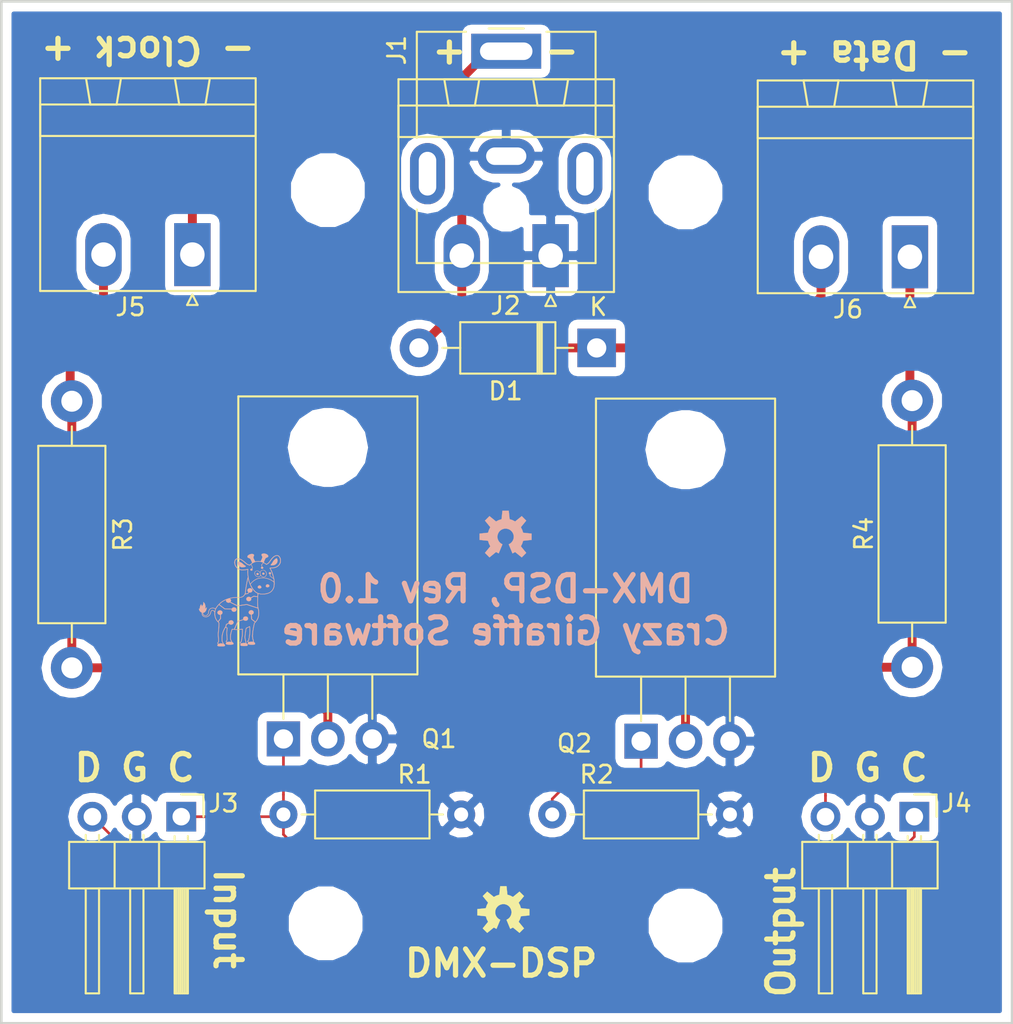
<source format=kicad_pcb>
(kicad_pcb (version 20171130) (host pcbnew "(5.0.0)")

  (general
    (thickness 1.6)
    (drawings 30)
    (tracks 57)
    (zones 0)
    (modules 20)
    (nets 8)
  )

  (page A4)
  (title_block
    (title "DMX Demonstrator - Display-Pro (DMX-DSP)")
    (date 2020-09-14)
    (rev 1.0)
    (company "Crazy Giraffe Software")
    (comment 2 "Designed by: SparkyBobo")
    (comment 3 https://creativecommons.org/licenses/by-sa/4.0/)
    (comment 4 "Released under the Creative Commons Attribution Share-Alike 4.0 License")
  )

  (layers
    (0 F.Cu signal)
    (31 B.Cu signal)
    (32 B.Adhes user)
    (33 F.Adhes user)
    (34 B.Paste user)
    (35 F.Paste user)
    (36 B.SilkS user)
    (37 F.SilkS user)
    (38 B.Mask user)
    (39 F.Mask user)
    (40 Dwgs.User user)
    (41 Cmts.User user)
    (42 Eco1.User user)
    (43 Eco2.User user)
    (44 Edge.Cuts user)
    (45 Margin user)
    (46 B.CrtYd user)
    (47 F.CrtYd user)
    (48 B.Fab user hide)
    (49 F.Fab user hide)
  )

  (setup
    (last_trace_width 0.1524)
    (trace_clearance 0.1524)
    (zone_clearance 0.508)
    (zone_45_only no)
    (trace_min 0.1524)
    (segment_width 0.2)
    (edge_width 0.15)
    (via_size 0.6858)
    (via_drill 0.3302)
    (via_min_size 0.508)
    (via_min_drill 0.254)
    (uvia_size 0.6858)
    (uvia_drill 0.3302)
    (uvias_allowed no)
    (uvia_min_size 0.2)
    (uvia_min_drill 0.1)
    (pcb_text_width 0.3)
    (pcb_text_size 1.5 1.5)
    (mod_edge_width 0.15)
    (mod_text_size 1 1)
    (mod_text_width 0.15)
    (pad_size 1.524 1.524)
    (pad_drill 0.762)
    (pad_to_mask_clearance 0.0508)
    (solder_mask_min_width 0.1016)
    (aux_axis_origin 0 0)
    (visible_elements 7FFFFFFF)
    (pcbplotparams
      (layerselection 0x010fc_ffffffff)
      (usegerberextensions false)
      (usegerberattributes false)
      (usegerberadvancedattributes false)
      (creategerberjobfile false)
      (excludeedgelayer true)
      (linewidth 0.100000)
      (plotframeref false)
      (viasonmask false)
      (mode 1)
      (useauxorigin false)
      (hpglpennumber 1)
      (hpglpenspeed 20)
      (hpglpendiameter 15.000000)
      (psnegative false)
      (psa4output false)
      (plotreference true)
      (plotvalue true)
      (plotinvisibletext false)
      (padsonsilk false)
      (subtractmaskfromsilk false)
      (outputformat 1)
      (mirror false)
      (drillshape 1)
      (scaleselection 1)
      (outputdirectory ""))
  )

  (net 0 "")
  (net 1 "Net-(D1-Pad2)")
  (net 2 /CLOCK)
  (net 3 GND)
  (net 4 /DATA)
  (net 5 "Net-(J5-Pad1)")
  (net 6 "Net-(J6-Pad1)")
  (net 7 +VDC)

  (net_class Default "This is the default net class."
    (clearance 0.1524)
    (trace_width 0.1524)
    (via_dia 0.6858)
    (via_drill 0.3302)
    (uvia_dia 0.6858)
    (uvia_drill 0.3302)
    (diff_pair_gap 0.1524)
    (diff_pair_width 0.1524)
    (add_net +VDC)
    (add_net /CLOCK)
    (add_net /DATA)
    (add_net GND)
  )

  (net_class 1Amp ""
    (clearance 0.1524)
    (trace_width 0.508)
    (via_dia 0.6858)
    (via_drill 0.3302)
    (uvia_dia 0.6858)
    (uvia_drill 0.3302)
    (diff_pair_gap 0.1524)
    (diff_pair_width 0.508)
    (add_net "Net-(D1-Pad2)")
    (add_net "Net-(J5-Pad1)")
    (add_net "Net-(J6-Pad1)")
  )

  (module Package_TO_SOT_THT:TO-220-3_Horizontal_TabDown (layer F.Cu) (tedit 5AC8BA0D) (tstamp 5F8AABDA)
    (at 154.686 91.821)
    (descr "TO-220-3, Horizontal, RM 2.54mm, see https://www.vishay.com/docs/66542/to-220-1.pdf")
    (tags "TO-220-3 Horizontal RM 2.54mm")
    (path /5F63E22E)
    (fp_text reference Q2 (at -3.81 0.127) (layer F.SilkS)
      (effects (font (size 1 1) (thickness 0.15)))
    )
    (fp_text value FQP30N06L (at 2.54 2) (layer F.Fab)
      (effects (font (size 1 1) (thickness 0.15)))
    )
    (fp_circle (center 2.54 -16.66) (end 4.39 -16.66) (layer F.Fab) (width 0.1))
    (fp_line (start -2.46 -13.06) (end -2.46 -19.46) (layer F.Fab) (width 0.1))
    (fp_line (start -2.46 -19.46) (end 7.54 -19.46) (layer F.Fab) (width 0.1))
    (fp_line (start 7.54 -19.46) (end 7.54 -13.06) (layer F.Fab) (width 0.1))
    (fp_line (start 7.54 -13.06) (end -2.46 -13.06) (layer F.Fab) (width 0.1))
    (fp_line (start -2.46 -3.81) (end -2.46 -13.06) (layer F.Fab) (width 0.1))
    (fp_line (start -2.46 -13.06) (end 7.54 -13.06) (layer F.Fab) (width 0.1))
    (fp_line (start 7.54 -13.06) (end 7.54 -3.81) (layer F.Fab) (width 0.1))
    (fp_line (start 7.54 -3.81) (end -2.46 -3.81) (layer F.Fab) (width 0.1))
    (fp_line (start 0 -3.81) (end 0 0) (layer F.Fab) (width 0.1))
    (fp_line (start 2.54 -3.81) (end 2.54 0) (layer F.Fab) (width 0.1))
    (fp_line (start 5.08 -3.81) (end 5.08 0) (layer F.Fab) (width 0.1))
    (fp_line (start -2.58 -3.69) (end 7.66 -3.69) (layer F.SilkS) (width 0.12))
    (fp_line (start -2.58 -19.58) (end 7.66 -19.58) (layer F.SilkS) (width 0.12))
    (fp_line (start -2.58 -19.58) (end -2.58 -3.69) (layer F.SilkS) (width 0.12))
    (fp_line (start 7.66 -19.58) (end 7.66 -3.69) (layer F.SilkS) (width 0.12))
    (fp_line (start 0 -3.69) (end 0 -1.15) (layer F.SilkS) (width 0.12))
    (fp_line (start 2.54 -3.69) (end 2.54 -1.15) (layer F.SilkS) (width 0.12))
    (fp_line (start 5.08 -3.69) (end 5.08 -1.15) (layer F.SilkS) (width 0.12))
    (fp_line (start -2.71 -19.71) (end -2.71 1.25) (layer F.CrtYd) (width 0.05))
    (fp_line (start -2.71 1.25) (end 7.79 1.25) (layer F.CrtYd) (width 0.05))
    (fp_line (start 7.79 1.25) (end 7.79 -19.71) (layer F.CrtYd) (width 0.05))
    (fp_line (start 7.79 -19.71) (end -2.71 -19.71) (layer F.CrtYd) (width 0.05))
    (fp_text user %R (at 2.54 -20.58) (layer F.Fab)
      (effects (font (size 1 1) (thickness 0.15)))
    )
    (pad "" np_thru_hole oval (at 2.54 -16.66) (size 3.5 3.5) (drill 3.5) (layers *.Cu *.Mask))
    (pad 1 thru_hole rect (at 0 0) (size 1.905 2) (drill 1.1) (layers *.Cu *.Mask)
      (net 4 /DATA))
    (pad 2 thru_hole oval (at 2.54 0) (size 1.905 2) (drill 1.1) (layers *.Cu *.Mask)
      (net 6 "Net-(J6-Pad1)"))
    (pad 3 thru_hole oval (at 5.08 0) (size 1.905 2) (drill 1.1) (layers *.Cu *.Mask)
      (net 3 GND))
    (model ${KISYS3DMOD}/Package_TO_SOT_THT.3dshapes/TO-220-3_Horizontal_TabDown.wrl
      (at (xyz 0 0 0))
      (scale (xyz 1 1 1))
      (rotate (xyz 0 0 0))
    )
  )

  (module MountingHole:MountingHole_3.2mm_M3 (layer F.Cu) (tedit 5F5FF02E) (tstamp 5F6E3E5A)
    (at 157.226 60.452)
    (descr "Mounting Hole 3.2mm, no annular, M3")
    (tags "mounting hole 3.2mm no annular m3")
    (path /5F62CF32)
    (attr virtual)
    (fp_text reference MH2 (at 0 -4.2) (layer F.SilkS) hide
      (effects (font (size 1 1) (thickness 0.15)))
    )
    (fp_text value MountingHole (at 0 4.2) (layer F.Fab)
      (effects (font (size 1 1) (thickness 0.15)))
    )
    (fp_circle (center 0 0) (end 3.45 0) (layer F.CrtYd) (width 0.05))
    (fp_circle (center 0 0) (end 3.2 0) (layer Cmts.User) (width 0.15))
    (fp_text user %R (at 0.3 0) (layer F.Fab)
      (effects (font (size 1 1) (thickness 0.15)))
    )
    (pad 1 np_thru_hole circle (at 0 0) (size 3.2 3.2) (drill 3.2) (layers *.Cu *.Mask))
  )

  (module MountingHole:MountingHole_3.2mm_M3 (layer F.Cu) (tedit 5F5FE685) (tstamp 5F6E3E53)
    (at 136.652 102.235 180)
    (descr "Mounting Hole 3.2mm, no annular, M3")
    (tags "mounting hole 3.2mm no annular m3")
    (path /5F62CF6A)
    (attr virtual)
    (fp_text reference MH3 (at 0 -4.2 180) (layer F.SilkS) hide
      (effects (font (size 1 1) (thickness 0.15)))
    )
    (fp_text value MountingHole (at 0 4.2 180) (layer F.Fab)
      (effects (font (size 1 1) (thickness 0.15)))
    )
    (fp_text user %R (at 0.3 0 180) (layer F.Fab)
      (effects (font (size 1 1) (thickness 0.15)))
    )
    (fp_circle (center 0 0) (end 3.2 0) (layer Cmts.User) (width 0.15))
    (fp_circle (center 0 0) (end 3.45 0) (layer F.CrtYd) (width 0.05))
    (pad 1 np_thru_hole circle (at 0 0 180) (size 3.2 3.2) (drill 3.2) (layers *.Cu *.Mask))
  )

  (module MountingHole:MountingHole_3.2mm_M3 (layer F.Cu) (tedit 5F5FE681) (tstamp 5F6E3E4C)
    (at 157.226 102.362 180)
    (descr "Mounting Hole 3.2mm, no annular, M3")
    (tags "mounting hole 3.2mm no annular m3")
    (path /5F62CFA4)
    (attr virtual)
    (fp_text reference MH4 (at 0 -4.2 180) (layer F.SilkS) hide
      (effects (font (size 1 1) (thickness 0.15)))
    )
    (fp_text value MountingHole (at 0 4.2 180) (layer F.Fab)
      (effects (font (size 1 1) (thickness 0.15)))
    )
    (fp_circle (center 0 0) (end 3.45 0) (layer F.CrtYd) (width 0.05))
    (fp_circle (center 0 0) (end 3.2 0) (layer Cmts.User) (width 0.15))
    (fp_text user %R (at 0.3 0 180) (layer F.Fab)
      (effects (font (size 1 1) (thickness 0.15)))
    )
    (pad 1 np_thru_hole circle (at 0 0 180) (size 3.2 3.2) (drill 3.2) (layers *.Cu *.Mask))
  )

  (module MountingHole:MountingHole_3.2mm_M3 (layer F.Cu) (tedit 5F5FF032) (tstamp 5F6E3E45)
    (at 136.779 60.325)
    (descr "Mounting Hole 3.2mm, no annular, M3")
    (tags "mounting hole 3.2mm no annular m3")
    (path /5F62CEA2)
    (attr virtual)
    (fp_text reference MH1 (at 0 -4.2) (layer F.SilkS) hide
      (effects (font (size 1 1) (thickness 0.15)))
    )
    (fp_text value MountingHole (at 0 4.2) (layer F.Fab)
      (effects (font (size 1 1) (thickness 0.15)))
    )
    (fp_text user %R (at 0.3 0) (layer F.Fab)
      (effects (font (size 1 1) (thickness 0.15)))
    )
    (fp_circle (center 0 0) (end 3.2 0) (layer Cmts.User) (width 0.15))
    (fp_circle (center 0 0) (end 3.45 0) (layer F.CrtYd) (width 0.05))
    (pad 1 np_thru_hole circle (at 0 0) (size 3.2 3.2) (drill 3.2) (layers *.Cu *.Mask))
  )

  (module Package_TO_SOT_THT:TO-220-3_Horizontal_TabDown (layer F.Cu) (tedit 5AC8BA0D) (tstamp 5F6E115B)
    (at 134.239 91.694)
    (descr "TO-220-3, Horizontal, RM 2.54mm, see https://www.vishay.com/docs/66542/to-220-1.pdf")
    (tags "TO-220-3 Horizontal RM 2.54mm")
    (path /5F640FDC)
    (fp_text reference Q1 (at 8.89 0) (layer F.SilkS)
      (effects (font (size 1 1) (thickness 0.15)))
    )
    (fp_text value FQP30N06L (at 2.54 2) (layer F.Fab)
      (effects (font (size 1 1) (thickness 0.15)))
    )
    (fp_circle (center 2.54 -16.66) (end 4.39 -16.66) (layer F.Fab) (width 0.1))
    (fp_line (start -2.46 -13.06) (end -2.46 -19.46) (layer F.Fab) (width 0.1))
    (fp_line (start -2.46 -19.46) (end 7.54 -19.46) (layer F.Fab) (width 0.1))
    (fp_line (start 7.54 -19.46) (end 7.54 -13.06) (layer F.Fab) (width 0.1))
    (fp_line (start 7.54 -13.06) (end -2.46 -13.06) (layer F.Fab) (width 0.1))
    (fp_line (start -2.46 -3.81) (end -2.46 -13.06) (layer F.Fab) (width 0.1))
    (fp_line (start -2.46 -13.06) (end 7.54 -13.06) (layer F.Fab) (width 0.1))
    (fp_line (start 7.54 -13.06) (end 7.54 -3.81) (layer F.Fab) (width 0.1))
    (fp_line (start 7.54 -3.81) (end -2.46 -3.81) (layer F.Fab) (width 0.1))
    (fp_line (start 0 -3.81) (end 0 0) (layer F.Fab) (width 0.1))
    (fp_line (start 2.54 -3.81) (end 2.54 0) (layer F.Fab) (width 0.1))
    (fp_line (start 5.08 -3.81) (end 5.08 0) (layer F.Fab) (width 0.1))
    (fp_line (start -2.58 -3.69) (end 7.66 -3.69) (layer F.SilkS) (width 0.12))
    (fp_line (start -2.58 -19.58) (end 7.66 -19.58) (layer F.SilkS) (width 0.12))
    (fp_line (start -2.58 -19.58) (end -2.58 -3.69) (layer F.SilkS) (width 0.12))
    (fp_line (start 7.66 -19.58) (end 7.66 -3.69) (layer F.SilkS) (width 0.12))
    (fp_line (start 0 -3.69) (end 0 -1.15) (layer F.SilkS) (width 0.12))
    (fp_line (start 2.54 -3.69) (end 2.54 -1.15) (layer F.SilkS) (width 0.12))
    (fp_line (start 5.08 -3.69) (end 5.08 -1.15) (layer F.SilkS) (width 0.12))
    (fp_line (start -2.71 -19.71) (end -2.71 1.25) (layer F.CrtYd) (width 0.05))
    (fp_line (start -2.71 1.25) (end 7.79 1.25) (layer F.CrtYd) (width 0.05))
    (fp_line (start 7.79 1.25) (end 7.79 -19.71) (layer F.CrtYd) (width 0.05))
    (fp_line (start 7.79 -19.71) (end -2.71 -19.71) (layer F.CrtYd) (width 0.05))
    (fp_text user %R (at 2.54 -20.58) (layer F.Fab)
      (effects (font (size 1 1) (thickness 0.15)))
    )
    (pad "" np_thru_hole oval (at 2.54 -16.66) (size 3.5 3.5) (drill 3.5) (layers *.Cu *.Mask))
    (pad 1 thru_hole rect (at 0 0) (size 1.905 2) (drill 1.1) (layers *.Cu *.Mask)
      (net 2 /CLOCK))
    (pad 2 thru_hole oval (at 2.54 0) (size 1.905 2) (drill 1.1) (layers *.Cu *.Mask)
      (net 5 "Net-(J5-Pad1)"))
    (pad 3 thru_hole oval (at 5.08 0) (size 1.905 2) (drill 1.1) (layers *.Cu *.Mask)
      (net 3 GND))
    (model ${KISYS3DMOD}/Package_TO_SOT_THT.3dshapes/TO-220-3_Horizontal_TabDown.wrl
      (at (xyz 0 0 0))
      (scale (xyz 1 1 1))
      (rotate (xyz 0 0 0))
    )
  )

  (module Connector_Phoenix_MSTB:PhoenixContact_MSTBA_2,5_2-G-5,08_1x02_P5.08mm_Horizontal (layer F.Cu) (tedit 5A00FA1E) (tstamp 5F6DDDC5)
    (at 170.053 64.135 180)
    (descr "Generic Phoenix Contact connector footprint for: MSTBA_2,5/2-G-5,08; number of pins: 02; pin pitch: 5.08mm; Angled || order number: 1757242 12A || order number: 1923869 16A (HC)")
    (tags "phoenix_contact connector MSTBA_01x02_G_5.08mm")
    (path /5F61B235)
    (fp_text reference J6 (at 3.54 -3 180) (layer F.SilkS)
      (effects (font (size 1 1) (thickness 0.15)))
    )
    (fp_text value Data (at 2.54 11 180) (layer F.Fab)
      (effects (font (size 1 1) (thickness 0.15)))
    )
    (fp_text user %R (at 3.54 3 180) (layer F.Fab)
      (effects (font (size 1 1) (thickness 0.15)))
    )
    (fp_line (start 0 -0.5) (end -0.95 -2) (layer F.Fab) (width 0.1))
    (fp_line (start 0.95 -2) (end 0 -0.5) (layer F.Fab) (width 0.1))
    (fp_line (start -0.3 -2.88) (end 0.3 -2.88) (layer F.SilkS) (width 0.12))
    (fp_line (start 0 -2.28) (end -0.3 -2.88) (layer F.SilkS) (width 0.12))
    (fp_line (start 0.3 -2.88) (end 0 -2.28) (layer F.SilkS) (width 0.12))
    (fp_line (start 9.12 -2.5) (end -4.04 -2.5) (layer F.CrtYd) (width 0.05))
    (fp_line (start 9.12 10.5) (end 9.12 -2.5) (layer F.CrtYd) (width 0.05))
    (fp_line (start -4.04 10.5) (end 9.12 10.5) (layer F.CrtYd) (width 0.05))
    (fp_line (start -4.04 -2.5) (end -4.04 10.5) (layer F.CrtYd) (width 0.05))
    (fp_line (start 4.33 8.58) (end 4.08 10.08) (layer F.SilkS) (width 0.12))
    (fp_line (start 5.83 8.58) (end 4.33 8.58) (layer F.SilkS) (width 0.12))
    (fp_line (start 6.08 10.08) (end 5.83 8.58) (layer F.SilkS) (width 0.12))
    (fp_line (start 4.08 10.08) (end 6.08 10.08) (layer F.SilkS) (width 0.12))
    (fp_line (start -0.75 8.58) (end -1 10.08) (layer F.SilkS) (width 0.12))
    (fp_line (start 0.75 8.58) (end -0.75 8.58) (layer F.SilkS) (width 0.12))
    (fp_line (start 1 10.08) (end 0.75 8.58) (layer F.SilkS) (width 0.12))
    (fp_line (start -1 10.08) (end 1 10.08) (layer F.SilkS) (width 0.12))
    (fp_line (start 8.7 8.58) (end -3.62 8.58) (layer F.SilkS) (width 0.12))
    (fp_line (start 8.7 6.78) (end 8.7 8.58) (layer F.SilkS) (width 0.12))
    (fp_line (start -3.62 6.78) (end 8.7 6.78) (layer F.SilkS) (width 0.12))
    (fp_line (start -3.62 8.58) (end -3.62 6.78) (layer F.SilkS) (width 0.12))
    (fp_line (start 8.62 -2) (end -3.54 -2) (layer F.Fab) (width 0.1))
    (fp_line (start 8.62 10) (end 8.62 -2) (layer F.Fab) (width 0.1))
    (fp_line (start -3.54 10) (end 8.62 10) (layer F.Fab) (width 0.1))
    (fp_line (start -3.54 -2) (end -3.54 10) (layer F.Fab) (width 0.1))
    (fp_line (start 8.7 -2.08) (end -3.62 -2.08) (layer F.SilkS) (width 0.12))
    (fp_line (start 8.7 10.08) (end 8.7 -2.08) (layer F.SilkS) (width 0.12))
    (fp_line (start -3.62 10.08) (end 8.7 10.08) (layer F.SilkS) (width 0.12))
    (fp_line (start -3.62 -2.08) (end -3.62 10.08) (layer F.SilkS) (width 0.12))
    (pad 2 thru_hole oval (at 5.08 0 180) (size 2.08 3.6) (drill 1.4) (layers *.Cu *.Mask)
      (net 7 +VDC))
    (pad 1 thru_hole rect (at 0 0 180) (size 2.08 3.6) (drill 1.4) (layers *.Cu *.Mask)
      (net 6 "Net-(J6-Pad1)"))
    (model ${KISYS3DMOD}/Connector_Phoenix_MSTB.3dshapes/PhoenixContact_MSTBA_2,5_2-G-5,08_1x02_P5.08mm_Horizontal.wrl
      (at (xyz 0 0 0))
      (scale (xyz 1 1 1))
      (rotate (xyz 0 0 0))
    )
  )

  (module Connector_Phoenix_MSTB:PhoenixContact_MSTBA_2,5_2-G-5,08_1x02_P5.08mm_Horizontal (layer F.Cu) (tedit 5A00FA1E) (tstamp 5F6DDDA1)
    (at 129.032 64.008 180)
    (descr "Generic Phoenix Contact connector footprint for: MSTBA_2,5/2-G-5,08; number of pins: 02; pin pitch: 5.08mm; Angled || order number: 1757242 12A || order number: 1923869 16A (HC)")
    (tags "phoenix_contact connector MSTBA_01x02_G_5.08mm")
    (path /5F594F09)
    (fp_text reference J5 (at 3.54 -3 180) (layer F.SilkS)
      (effects (font (size 1 1) (thickness 0.15)))
    )
    (fp_text value Clock (at 2.54 11 180) (layer F.Fab)
      (effects (font (size 1 1) (thickness 0.15)))
    )
    (fp_line (start -3.62 -2.08) (end -3.62 10.08) (layer F.SilkS) (width 0.12))
    (fp_line (start -3.62 10.08) (end 8.7 10.08) (layer F.SilkS) (width 0.12))
    (fp_line (start 8.7 10.08) (end 8.7 -2.08) (layer F.SilkS) (width 0.12))
    (fp_line (start 8.7 -2.08) (end -3.62 -2.08) (layer F.SilkS) (width 0.12))
    (fp_line (start -3.54 -2) (end -3.54 10) (layer F.Fab) (width 0.1))
    (fp_line (start -3.54 10) (end 8.62 10) (layer F.Fab) (width 0.1))
    (fp_line (start 8.62 10) (end 8.62 -2) (layer F.Fab) (width 0.1))
    (fp_line (start 8.62 -2) (end -3.54 -2) (layer F.Fab) (width 0.1))
    (fp_line (start -3.62 8.58) (end -3.62 6.78) (layer F.SilkS) (width 0.12))
    (fp_line (start -3.62 6.78) (end 8.7 6.78) (layer F.SilkS) (width 0.12))
    (fp_line (start 8.7 6.78) (end 8.7 8.58) (layer F.SilkS) (width 0.12))
    (fp_line (start 8.7 8.58) (end -3.62 8.58) (layer F.SilkS) (width 0.12))
    (fp_line (start -1 10.08) (end 1 10.08) (layer F.SilkS) (width 0.12))
    (fp_line (start 1 10.08) (end 0.75 8.58) (layer F.SilkS) (width 0.12))
    (fp_line (start 0.75 8.58) (end -0.75 8.58) (layer F.SilkS) (width 0.12))
    (fp_line (start -0.75 8.58) (end -1 10.08) (layer F.SilkS) (width 0.12))
    (fp_line (start 4.08 10.08) (end 6.08 10.08) (layer F.SilkS) (width 0.12))
    (fp_line (start 6.08 10.08) (end 5.83 8.58) (layer F.SilkS) (width 0.12))
    (fp_line (start 5.83 8.58) (end 4.33 8.58) (layer F.SilkS) (width 0.12))
    (fp_line (start 4.33 8.58) (end 4.08 10.08) (layer F.SilkS) (width 0.12))
    (fp_line (start -4.04 -2.5) (end -4.04 10.5) (layer F.CrtYd) (width 0.05))
    (fp_line (start -4.04 10.5) (end 9.12 10.5) (layer F.CrtYd) (width 0.05))
    (fp_line (start 9.12 10.5) (end 9.12 -2.5) (layer F.CrtYd) (width 0.05))
    (fp_line (start 9.12 -2.5) (end -4.04 -2.5) (layer F.CrtYd) (width 0.05))
    (fp_line (start 0.3 -2.88) (end 0 -2.28) (layer F.SilkS) (width 0.12))
    (fp_line (start 0 -2.28) (end -0.3 -2.88) (layer F.SilkS) (width 0.12))
    (fp_line (start -0.3 -2.88) (end 0.3 -2.88) (layer F.SilkS) (width 0.12))
    (fp_line (start 0.95 -2) (end 0 -0.5) (layer F.Fab) (width 0.1))
    (fp_line (start 0 -0.5) (end -0.95 -2) (layer F.Fab) (width 0.1))
    (fp_text user %R (at 3.54 3 180) (layer F.Fab)
      (effects (font (size 1 1) (thickness 0.15)))
    )
    (pad 1 thru_hole rect (at 0 0 180) (size 2.08 3.6) (drill 1.4) (layers *.Cu *.Mask)
      (net 5 "Net-(J5-Pad1)"))
    (pad 2 thru_hole oval (at 5.08 0 180) (size 2.08 3.6) (drill 1.4) (layers *.Cu *.Mask)
      (net 7 +VDC))
    (model ${KISYS3DMOD}/Connector_Phoenix_MSTB.3dshapes/PhoenixContact_MSTBA_2,5_2-G-5,08_1x02_P5.08mm_Horizontal.wrl
      (at (xyz 0 0 0))
      (scale (xyz 1 1 1))
      (rotate (xyz 0 0 0))
    )
  )

  (module Resistor_THT:R_Axial_DIN0207_L6.3mm_D2.5mm_P10.16mm_Horizontal (layer F.Cu) (tedit 5AE5139B) (tstamp 5F6DDBE3)
    (at 159.766 96.012 180)
    (descr "Resistor, Axial_DIN0207 series, Axial, Horizontal, pin pitch=10.16mm, 0.25W = 1/4W, length*diameter=6.3*2.5mm^2, http://cdn-reichelt.de/documents/datenblatt/B400/1_4W%23YAG.pdf")
    (tags "Resistor Axial_DIN0207 series Axial Horizontal pin pitch 10.16mm 0.25W = 1/4W length 6.3mm diameter 2.5mm")
    (path /5F657E37)
    (fp_text reference R2 (at 7.62 2.286 180) (layer F.SilkS)
      (effects (font (size 1 1) (thickness 0.15)))
    )
    (fp_text value 10k (at 5.08 2.37 180) (layer F.Fab)
      (effects (font (size 1 1) (thickness 0.15)))
    )
    (fp_text user %R (at 5.08 0 180) (layer F.Fab)
      (effects (font (size 1 1) (thickness 0.15)))
    )
    (fp_line (start 11.21 -1.5) (end -1.05 -1.5) (layer F.CrtYd) (width 0.05))
    (fp_line (start 11.21 1.5) (end 11.21 -1.5) (layer F.CrtYd) (width 0.05))
    (fp_line (start -1.05 1.5) (end 11.21 1.5) (layer F.CrtYd) (width 0.05))
    (fp_line (start -1.05 -1.5) (end -1.05 1.5) (layer F.CrtYd) (width 0.05))
    (fp_line (start 9.12 0) (end 8.35 0) (layer F.SilkS) (width 0.12))
    (fp_line (start 1.04 0) (end 1.81 0) (layer F.SilkS) (width 0.12))
    (fp_line (start 8.35 -1.37) (end 1.81 -1.37) (layer F.SilkS) (width 0.12))
    (fp_line (start 8.35 1.37) (end 8.35 -1.37) (layer F.SilkS) (width 0.12))
    (fp_line (start 1.81 1.37) (end 8.35 1.37) (layer F.SilkS) (width 0.12))
    (fp_line (start 1.81 -1.37) (end 1.81 1.37) (layer F.SilkS) (width 0.12))
    (fp_line (start 10.16 0) (end 8.23 0) (layer F.Fab) (width 0.1))
    (fp_line (start 0 0) (end 1.93 0) (layer F.Fab) (width 0.1))
    (fp_line (start 8.23 -1.25) (end 1.93 -1.25) (layer F.Fab) (width 0.1))
    (fp_line (start 8.23 1.25) (end 8.23 -1.25) (layer F.Fab) (width 0.1))
    (fp_line (start 1.93 1.25) (end 8.23 1.25) (layer F.Fab) (width 0.1))
    (fp_line (start 1.93 -1.25) (end 1.93 1.25) (layer F.Fab) (width 0.1))
    (pad 2 thru_hole oval (at 10.16 0 180) (size 1.6 1.6) (drill 0.8) (layers *.Cu *.Mask)
      (net 4 /DATA))
    (pad 1 thru_hole circle (at 0 0 180) (size 1.6 1.6) (drill 0.8) (layers *.Cu *.Mask)
      (net 3 GND))
    (model ${KISYS3DMOD}/Resistor_THT.3dshapes/R_Axial_DIN0207_L6.3mm_D2.5mm_P10.16mm_Horizontal.wrl
      (at (xyz 0 0 0))
      (scale (xyz 1 1 1))
      (rotate (xyz 0 0 0))
    )
  )

  (module Resistor_THT:R_Axial_DIN0207_L6.3mm_D2.5mm_P10.16mm_Horizontal (layer F.Cu) (tedit 5AE5139B) (tstamp 5F6E492A)
    (at 144.399 96.012 180)
    (descr "Resistor, Axial_DIN0207 series, Axial, Horizontal, pin pitch=10.16mm, 0.25W = 1/4W, length*diameter=6.3*2.5mm^2, http://cdn-reichelt.de/documents/datenblatt/B400/1_4W%23YAG.pdf")
    (tags "Resistor Axial_DIN0207 series Axial Horizontal pin pitch 10.16mm 0.25W = 1/4W length 6.3mm diameter 2.5mm")
    (path /5F6535F2)
    (fp_text reference R1 (at 2.667 2.286 180) (layer F.SilkS)
      (effects (font (size 1 1) (thickness 0.15)))
    )
    (fp_text value 10k (at 5.08 2.37 180) (layer F.Fab)
      (effects (font (size 1 1) (thickness 0.15)))
    )
    (fp_line (start 1.93 -1.25) (end 1.93 1.25) (layer F.Fab) (width 0.1))
    (fp_line (start 1.93 1.25) (end 8.23 1.25) (layer F.Fab) (width 0.1))
    (fp_line (start 8.23 1.25) (end 8.23 -1.25) (layer F.Fab) (width 0.1))
    (fp_line (start 8.23 -1.25) (end 1.93 -1.25) (layer F.Fab) (width 0.1))
    (fp_line (start 0 0) (end 1.93 0) (layer F.Fab) (width 0.1))
    (fp_line (start 10.16 0) (end 8.23 0) (layer F.Fab) (width 0.1))
    (fp_line (start 1.81 -1.37) (end 1.81 1.37) (layer F.SilkS) (width 0.12))
    (fp_line (start 1.81 1.37) (end 8.35 1.37) (layer F.SilkS) (width 0.12))
    (fp_line (start 8.35 1.37) (end 8.35 -1.37) (layer F.SilkS) (width 0.12))
    (fp_line (start 8.35 -1.37) (end 1.81 -1.37) (layer F.SilkS) (width 0.12))
    (fp_line (start 1.04 0) (end 1.81 0) (layer F.SilkS) (width 0.12))
    (fp_line (start 9.12 0) (end 8.35 0) (layer F.SilkS) (width 0.12))
    (fp_line (start -1.05 -1.5) (end -1.05 1.5) (layer F.CrtYd) (width 0.05))
    (fp_line (start -1.05 1.5) (end 11.21 1.5) (layer F.CrtYd) (width 0.05))
    (fp_line (start 11.21 1.5) (end 11.21 -1.5) (layer F.CrtYd) (width 0.05))
    (fp_line (start 11.21 -1.5) (end -1.05 -1.5) (layer F.CrtYd) (width 0.05))
    (fp_text user %R (at 5.08 0 180) (layer F.Fab)
      (effects (font (size 1 1) (thickness 0.15)))
    )
    (pad 1 thru_hole circle (at 0 0 180) (size 1.6 1.6) (drill 0.8) (layers *.Cu *.Mask)
      (net 3 GND))
    (pad 2 thru_hole oval (at 10.16 0 180) (size 1.6 1.6) (drill 0.8) (layers *.Cu *.Mask)
      (net 2 /CLOCK))
    (model ${KISYS3DMOD}/Resistor_THT.3dshapes/R_Axial_DIN0207_L6.3mm_D2.5mm_P10.16mm_Horizontal.wrl
      (at (xyz 0 0 0))
      (scale (xyz 1 1 1))
      (rotate (xyz 0 0 0))
    )
  )

  (module Resistor_THT:R_Axial_DIN0411_L9.9mm_D3.6mm_P15.24mm_Horizontal (layer F.Cu) (tedit 5AE5139B) (tstamp 5F6E0818)
    (at 170.18 72.355763 270)
    (descr "Resistor, Axial_DIN0411 series, Axial, Horizontal, pin pitch=15.24mm, 1W, length*diameter=9.9*3.6mm^2")
    (tags "Resistor Axial_DIN0411 series Axial Horizontal pin pitch 15.24mm 1W length 9.9mm diameter 3.6mm")
    (path /5F61F425)
    (fp_text reference R4 (at 7.62 2.761942 270) (layer F.SilkS)
      (effects (font (size 1 1) (thickness 0.15)))
    )
    (fp_text value R? (at 7.62 2.92 270) (layer F.Fab)
      (effects (font (size 1 1) (thickness 0.15)))
    )
    (fp_text user %R (at 7.62 0 270) (layer F.Fab)
      (effects (font (size 1 1) (thickness 0.15)))
    )
    (fp_line (start 16.69 -2.05) (end -1.45 -2.05) (layer F.CrtYd) (width 0.05))
    (fp_line (start 16.69 2.05) (end 16.69 -2.05) (layer F.CrtYd) (width 0.05))
    (fp_line (start -1.45 2.05) (end 16.69 2.05) (layer F.CrtYd) (width 0.05))
    (fp_line (start -1.45 -2.05) (end -1.45 2.05) (layer F.CrtYd) (width 0.05))
    (fp_line (start 13.8 0) (end 12.69 0) (layer F.SilkS) (width 0.12))
    (fp_line (start 1.44 0) (end 2.55 0) (layer F.SilkS) (width 0.12))
    (fp_line (start 12.69 -1.92) (end 2.55 -1.92) (layer F.SilkS) (width 0.12))
    (fp_line (start 12.69 1.92) (end 12.69 -1.92) (layer F.SilkS) (width 0.12))
    (fp_line (start 2.55 1.92) (end 12.69 1.92) (layer F.SilkS) (width 0.12))
    (fp_line (start 2.55 -1.92) (end 2.55 1.92) (layer F.SilkS) (width 0.12))
    (fp_line (start 15.24 0) (end 12.57 0) (layer F.Fab) (width 0.1))
    (fp_line (start 0 0) (end 2.67 0) (layer F.Fab) (width 0.1))
    (fp_line (start 12.57 -1.8) (end 2.67 -1.8) (layer F.Fab) (width 0.1))
    (fp_line (start 12.57 1.8) (end 12.57 -1.8) (layer F.Fab) (width 0.1))
    (fp_line (start 2.67 1.8) (end 12.57 1.8) (layer F.Fab) (width 0.1))
    (fp_line (start 2.67 -1.8) (end 2.67 1.8) (layer F.Fab) (width 0.1))
    (pad 2 thru_hole oval (at 15.24 0 270) (size 2.4 2.4) (drill 1.2) (layers *.Cu *.Mask)
      (net 6 "Net-(J6-Pad1)"))
    (pad 1 thru_hole circle (at 0 0 270) (size 2.4 2.4) (drill 1.2) (layers *.Cu *.Mask)
      (net 6 "Net-(J6-Pad1)"))
    (model ${KISYS3DMOD}/Resistor_THT.3dshapes/R_Axial_DIN0411_L9.9mm_D3.6mm_P15.24mm_Horizontal.wrl
      (at (xyz 0 0 0))
      (scale (xyz 1 1 1))
      (rotate (xyz 0 0 0))
    )
  )

  (module Resistor_THT:R_Axial_DIN0411_L9.9mm_D3.6mm_P15.24mm_Horizontal (layer F.Cu) (tedit 5AE5139B) (tstamp 5F6DDB9E)
    (at 122.141942 72.39 270)
    (descr "Resistor, Axial_DIN0411 series, Axial, Horizontal, pin pitch=15.24mm, 1W, length*diameter=9.9*3.6mm^2")
    (tags "Resistor Axial_DIN0411 series Axial Horizontal pin pitch 15.24mm 1W length 9.9mm diameter 3.6mm")
    (path /5F61D682)
    (fp_text reference R3 (at 7.62 -2.92 270) (layer F.SilkS)
      (effects (font (size 1 1) (thickness 0.15)))
    )
    (fp_text value R? (at 7.62 -3.080058 270) (layer F.Fab)
      (effects (font (size 1 1) (thickness 0.15)))
    )
    (fp_line (start 2.67 -1.8) (end 2.67 1.8) (layer F.Fab) (width 0.1))
    (fp_line (start 2.67 1.8) (end 12.57 1.8) (layer F.Fab) (width 0.1))
    (fp_line (start 12.57 1.8) (end 12.57 -1.8) (layer F.Fab) (width 0.1))
    (fp_line (start 12.57 -1.8) (end 2.67 -1.8) (layer F.Fab) (width 0.1))
    (fp_line (start 0 0) (end 2.67 0) (layer F.Fab) (width 0.1))
    (fp_line (start 15.24 0) (end 12.57 0) (layer F.Fab) (width 0.1))
    (fp_line (start 2.55 -1.92) (end 2.55 1.92) (layer F.SilkS) (width 0.12))
    (fp_line (start 2.55 1.92) (end 12.69 1.92) (layer F.SilkS) (width 0.12))
    (fp_line (start 12.69 1.92) (end 12.69 -1.92) (layer F.SilkS) (width 0.12))
    (fp_line (start 12.69 -1.92) (end 2.55 -1.92) (layer F.SilkS) (width 0.12))
    (fp_line (start 1.44 0) (end 2.55 0) (layer F.SilkS) (width 0.12))
    (fp_line (start 13.8 0) (end 12.69 0) (layer F.SilkS) (width 0.12))
    (fp_line (start -1.45 -2.05) (end -1.45 2.05) (layer F.CrtYd) (width 0.05))
    (fp_line (start -1.45 2.05) (end 16.69 2.05) (layer F.CrtYd) (width 0.05))
    (fp_line (start 16.69 2.05) (end 16.69 -2.05) (layer F.CrtYd) (width 0.05))
    (fp_line (start 16.69 -2.05) (end -1.45 -2.05) (layer F.CrtYd) (width 0.05))
    (fp_text user %R (at 7.62 0 270) (layer F.Fab)
      (effects (font (size 1 1) (thickness 0.15)))
    )
    (pad 1 thru_hole circle (at 0 0 270) (size 2.4 2.4) (drill 1.2) (layers *.Cu *.Mask)
      (net 5 "Net-(J5-Pad1)"))
    (pad 2 thru_hole oval (at 15.24 0 270) (size 2.4 2.4) (drill 1.2) (layers *.Cu *.Mask)
      (net 5 "Net-(J5-Pad1)"))
    (model ${KISYS3DMOD}/Resistor_THT.3dshapes/R_Axial_DIN0411_L9.9mm_D3.6mm_P15.24mm_Horizontal.wrl
      (at (xyz 0 0 0))
      (scale (xyz 1 1 1))
      (rotate (xyz 0 0 0))
    )
  )

  (module Connector_BarrelJack:BarrelJack_CUI_PJ-063AH_Horizontal (layer F.Cu) (tedit 5B0886BD) (tstamp 5F601F34)
    (at 146.974781 52.383141)
    (descr "Barrel Jack, 2.0mm ID, 5.5mm OD, 24V, 8A, no switch, https://www.cui.com/product/resource/pj-063ah.pdf")
    (tags "barrel jack cui dc power")
    (path /5F4DF88A)
    (fp_text reference J1 (at -6.258781 -0.059141 270) (layer F.SilkS)
      (effects (font (size 1 1) (thickness 0.15)))
    )
    (fp_text value POWER_A (at 0 13) (layer F.Fab)
      (effects (font (size 1 1) (thickness 0.15)))
    )
    (fp_line (start -5 -1) (end -1 -1) (layer F.Fab) (width 0.1))
    (fp_line (start -1 -1) (end 0 0) (layer F.Fab) (width 0.1))
    (fp_line (start 0 0) (end 1 -1) (layer F.Fab) (width 0.1))
    (fp_line (start 1 -1) (end 5 -1) (layer F.Fab) (width 0.1))
    (fp_line (start 5 -1) (end 5 12) (layer F.Fab) (width 0.1))
    (fp_line (start 5 12) (end -5 12) (layer F.Fab) (width 0.1))
    (fp_line (start -5 12) (end -5 -1) (layer F.Fab) (width 0.1))
    (fp_line (start -5.11 4.95) (end -5.11 -1.11) (layer F.SilkS) (width 0.12))
    (fp_line (start -5.11 -1.11) (end -2.3 -1.11) (layer F.SilkS) (width 0.12))
    (fp_line (start 2.3 -1.11) (end 5.11 -1.11) (layer F.SilkS) (width 0.12))
    (fp_line (start 5.11 -1.11) (end 5.11 4.95) (layer F.SilkS) (width 0.12))
    (fp_line (start 5.11 9.05) (end 5.11 12.11) (layer F.SilkS) (width 0.12))
    (fp_line (start 5.11 12.11) (end -5.11 12.11) (layer F.SilkS) (width 0.12))
    (fp_line (start -5.11 12.11) (end -5.11 9.05) (layer F.SilkS) (width 0.12))
    (fp_line (start -1 -1.3) (end 1 -1.3) (layer F.SilkS) (width 0.12))
    (fp_line (start -6 -1.5) (end -6 12.5) (layer F.CrtYd) (width 0.05))
    (fp_line (start -6 12.5) (end 6 12.5) (layer F.CrtYd) (width 0.05))
    (fp_line (start 6 12.5) (end 6 -1.5) (layer F.CrtYd) (width 0.05))
    (fp_line (start 6 -1.5) (end -6 -1.5) (layer F.CrtYd) (width 0.05))
    (fp_text user %R (at 0 5.5) (layer F.Fab)
      (effects (font (size 1 1) (thickness 0.15)))
    )
    (pad 1 thru_hole rect (at 0 0) (size 4 2) (drill oval 3 1) (layers *.Cu *.Mask)
      (net 1 "Net-(D1-Pad2)"))
    (pad 2 thru_hole oval (at 0 6) (size 3.3 2) (drill oval 2.3 1) (layers *.Cu *.Mask)
      (net 3 GND))
    (pad MP thru_hole oval (at -4.5 7) (size 2 3.5) (drill oval 1 2.5) (layers *.Cu *.Mask))
    (pad MP thru_hole oval (at 4.5 7) (size 2 3.5) (drill oval 1 2.5) (layers *.Cu *.Mask))
    (pad "" np_thru_hole circle (at 0 9) (size 1.6 1.6) (drill 1.6) (layers *.Cu *.Mask))
    (model ${KISYS3DMOD}/Connector_BarrelJack.3dshapes/BarrelJack_CUI_PJ-063AH_Horizontal.wrl
      (at (xyz 0 0 0))
      (scale (xyz 1 1 1))
      (rotate (xyz 0 0 0))
    )
  )

  (module Connector_Phoenix_MSTB:PhoenixContact_MSTBA_2,5_2-G-5,08_1x02_P5.08mm_Horizontal (layer F.Cu) (tedit 5A00FA1E) (tstamp 5F601F17)
    (at 149.514781 64.067141 180)
    (descr "Generic Phoenix Contact connector footprint for: MSTBA_2,5/2-G-5,08; number of pins: 02; pin pitch: 5.08mm; Angled || order number: 1757242 12A || order number: 1923869 16A (HC)")
    (tags "phoenix_contact connector MSTBA_01x02_G_5.08mm")
    (path /5F4DF77C)
    (fp_text reference J2 (at 2.575781 -2.861859 180) (layer F.SilkS)
      (effects (font (size 1 1) (thickness 0.15)))
    )
    (fp_text value POWER_B (at 2.54 11 180) (layer F.Fab)
      (effects (font (size 1 1) (thickness 0.15)))
    )
    (fp_line (start -3.62 -2.08) (end -3.62 10.08) (layer F.SilkS) (width 0.12))
    (fp_line (start -3.62 10.08) (end 8.7 10.08) (layer F.SilkS) (width 0.12))
    (fp_line (start 8.7 10.08) (end 8.7 -2.08) (layer F.SilkS) (width 0.12))
    (fp_line (start 8.7 -2.08) (end -3.62 -2.08) (layer F.SilkS) (width 0.12))
    (fp_line (start -3.54 -2) (end -3.54 10) (layer F.Fab) (width 0.1))
    (fp_line (start -3.54 10) (end 8.62 10) (layer F.Fab) (width 0.1))
    (fp_line (start 8.62 10) (end 8.62 -2) (layer F.Fab) (width 0.1))
    (fp_line (start 8.62 -2) (end -3.54 -2) (layer F.Fab) (width 0.1))
    (fp_line (start -3.62 8.58) (end -3.62 6.78) (layer F.SilkS) (width 0.12))
    (fp_line (start -3.62 6.78) (end 8.7 6.78) (layer F.SilkS) (width 0.12))
    (fp_line (start 8.7 6.78) (end 8.7 8.58) (layer F.SilkS) (width 0.12))
    (fp_line (start 8.7 8.58) (end -3.62 8.58) (layer F.SilkS) (width 0.12))
    (fp_line (start -1 10.08) (end 1 10.08) (layer F.SilkS) (width 0.12))
    (fp_line (start 1 10.08) (end 0.75 8.58) (layer F.SilkS) (width 0.12))
    (fp_line (start 0.75 8.58) (end -0.75 8.58) (layer F.SilkS) (width 0.12))
    (fp_line (start -0.75 8.58) (end -1 10.08) (layer F.SilkS) (width 0.12))
    (fp_line (start 4.08 10.08) (end 6.08 10.08) (layer F.SilkS) (width 0.12))
    (fp_line (start 6.08 10.08) (end 5.83 8.58) (layer F.SilkS) (width 0.12))
    (fp_line (start 5.83 8.58) (end 4.33 8.58) (layer F.SilkS) (width 0.12))
    (fp_line (start 4.33 8.58) (end 4.08 10.08) (layer F.SilkS) (width 0.12))
    (fp_line (start -4.04 -2.5) (end -4.04 10.5) (layer F.CrtYd) (width 0.05))
    (fp_line (start -4.04 10.5) (end 9.12 10.5) (layer F.CrtYd) (width 0.05))
    (fp_line (start 9.12 10.5) (end 9.12 -2.5) (layer F.CrtYd) (width 0.05))
    (fp_line (start 9.12 -2.5) (end -4.04 -2.5) (layer F.CrtYd) (width 0.05))
    (fp_line (start 0.3 -2.88) (end 0 -2.28) (layer F.SilkS) (width 0.12))
    (fp_line (start 0 -2.28) (end -0.3 -2.88) (layer F.SilkS) (width 0.12))
    (fp_line (start -0.3 -2.88) (end 0.3 -2.88) (layer F.SilkS) (width 0.12))
    (fp_line (start 0.95 -2) (end 0 -0.5) (layer F.Fab) (width 0.1))
    (fp_line (start 0 -0.5) (end -0.95 -2) (layer F.Fab) (width 0.1))
    (fp_text user %R (at 3.54 3 180) (layer F.Fab)
      (effects (font (size 1 1) (thickness 0.15)))
    )
    (pad 1 thru_hole rect (at 0 0 180) (size 2.08 3.6) (drill 1.4) (layers *.Cu *.Mask)
      (net 3 GND))
    (pad 2 thru_hole oval (at 5.08 0 180) (size 2.08 3.6) (drill 1.4) (layers *.Cu *.Mask)
      (net 1 "Net-(D1-Pad2)"))
    (model ${KISYS3DMOD}/Connector_Phoenix_MSTB.3dshapes/PhoenixContact_MSTBA_2,5_2-G-5,08_1x02_P5.08mm_Horizontal.wrl
      (at (xyz 0 0 0))
      (scale (xyz 1 1 1))
      (rotate (xyz 0 0 0))
    )
  )

  (module Connector_PinHeader_2.54mm:PinHeader_1x03_P2.54mm_Horizontal (layer F.Cu) (tedit 59FED5CB) (tstamp 5F6DF599)
    (at 170.307 96.139 270)
    (descr "Through hole angled pin header, 1x03, 2.54mm pitch, 6mm pin length, single row")
    (tags "Through hole angled pin header THT 1x03 2.54mm single row")
    (path /5F615187)
    (fp_text reference J4 (at -0.762 -2.413) (layer F.SilkS)
      (effects (font (size 1 1) (thickness 0.15)))
    )
    (fp_text value Output (at 4.385 7.35 270) (layer F.Fab)
      (effects (font (size 1 1) (thickness 0.15)))
    )
    (fp_text user %R (at 2.77 2.54) (layer F.Fab)
      (effects (font (size 1 1) (thickness 0.15)))
    )
    (fp_line (start 10.55 -1.8) (end -1.8 -1.8) (layer F.CrtYd) (width 0.05))
    (fp_line (start 10.55 6.85) (end 10.55 -1.8) (layer F.CrtYd) (width 0.05))
    (fp_line (start -1.8 6.85) (end 10.55 6.85) (layer F.CrtYd) (width 0.05))
    (fp_line (start -1.8 -1.8) (end -1.8 6.85) (layer F.CrtYd) (width 0.05))
    (fp_line (start -1.27 -1.27) (end 0 -1.27) (layer F.SilkS) (width 0.12))
    (fp_line (start -1.27 0) (end -1.27 -1.27) (layer F.SilkS) (width 0.12))
    (fp_line (start 1.042929 5.46) (end 1.44 5.46) (layer F.SilkS) (width 0.12))
    (fp_line (start 1.042929 4.7) (end 1.44 4.7) (layer F.SilkS) (width 0.12))
    (fp_line (start 10.1 5.46) (end 4.1 5.46) (layer F.SilkS) (width 0.12))
    (fp_line (start 10.1 4.7) (end 10.1 5.46) (layer F.SilkS) (width 0.12))
    (fp_line (start 4.1 4.7) (end 10.1 4.7) (layer F.SilkS) (width 0.12))
    (fp_line (start 1.44 3.81) (end 4.1 3.81) (layer F.SilkS) (width 0.12))
    (fp_line (start 1.042929 2.92) (end 1.44 2.92) (layer F.SilkS) (width 0.12))
    (fp_line (start 1.042929 2.16) (end 1.44 2.16) (layer F.SilkS) (width 0.12))
    (fp_line (start 10.1 2.92) (end 4.1 2.92) (layer F.SilkS) (width 0.12))
    (fp_line (start 10.1 2.16) (end 10.1 2.92) (layer F.SilkS) (width 0.12))
    (fp_line (start 4.1 2.16) (end 10.1 2.16) (layer F.SilkS) (width 0.12))
    (fp_line (start 1.44 1.27) (end 4.1 1.27) (layer F.SilkS) (width 0.12))
    (fp_line (start 1.11 0.38) (end 1.44 0.38) (layer F.SilkS) (width 0.12))
    (fp_line (start 1.11 -0.38) (end 1.44 -0.38) (layer F.SilkS) (width 0.12))
    (fp_line (start 4.1 0.28) (end 10.1 0.28) (layer F.SilkS) (width 0.12))
    (fp_line (start 4.1 0.16) (end 10.1 0.16) (layer F.SilkS) (width 0.12))
    (fp_line (start 4.1 0.04) (end 10.1 0.04) (layer F.SilkS) (width 0.12))
    (fp_line (start 4.1 -0.08) (end 10.1 -0.08) (layer F.SilkS) (width 0.12))
    (fp_line (start 4.1 -0.2) (end 10.1 -0.2) (layer F.SilkS) (width 0.12))
    (fp_line (start 4.1 -0.32) (end 10.1 -0.32) (layer F.SilkS) (width 0.12))
    (fp_line (start 10.1 0.38) (end 4.1 0.38) (layer F.SilkS) (width 0.12))
    (fp_line (start 10.1 -0.38) (end 10.1 0.38) (layer F.SilkS) (width 0.12))
    (fp_line (start 4.1 -0.38) (end 10.1 -0.38) (layer F.SilkS) (width 0.12))
    (fp_line (start 4.1 -1.33) (end 1.44 -1.33) (layer F.SilkS) (width 0.12))
    (fp_line (start 4.1 6.41) (end 4.1 -1.33) (layer F.SilkS) (width 0.12))
    (fp_line (start 1.44 6.41) (end 4.1 6.41) (layer F.SilkS) (width 0.12))
    (fp_line (start 1.44 -1.33) (end 1.44 6.41) (layer F.SilkS) (width 0.12))
    (fp_line (start 4.04 5.4) (end 10.04 5.4) (layer F.Fab) (width 0.1))
    (fp_line (start 10.04 4.76) (end 10.04 5.4) (layer F.Fab) (width 0.1))
    (fp_line (start 4.04 4.76) (end 10.04 4.76) (layer F.Fab) (width 0.1))
    (fp_line (start -0.32 5.4) (end 1.5 5.4) (layer F.Fab) (width 0.1))
    (fp_line (start -0.32 4.76) (end -0.32 5.4) (layer F.Fab) (width 0.1))
    (fp_line (start -0.32 4.76) (end 1.5 4.76) (layer F.Fab) (width 0.1))
    (fp_line (start 4.04 2.86) (end 10.04 2.86) (layer F.Fab) (width 0.1))
    (fp_line (start 10.04 2.22) (end 10.04 2.86) (layer F.Fab) (width 0.1))
    (fp_line (start 4.04 2.22) (end 10.04 2.22) (layer F.Fab) (width 0.1))
    (fp_line (start -0.32 2.86) (end 1.5 2.86) (layer F.Fab) (width 0.1))
    (fp_line (start -0.32 2.22) (end -0.32 2.86) (layer F.Fab) (width 0.1))
    (fp_line (start -0.32 2.22) (end 1.5 2.22) (layer F.Fab) (width 0.1))
    (fp_line (start 4.04 0.32) (end 10.04 0.32) (layer F.Fab) (width 0.1))
    (fp_line (start 10.04 -0.32) (end 10.04 0.32) (layer F.Fab) (width 0.1))
    (fp_line (start 4.04 -0.32) (end 10.04 -0.32) (layer F.Fab) (width 0.1))
    (fp_line (start -0.32 0.32) (end 1.5 0.32) (layer F.Fab) (width 0.1))
    (fp_line (start -0.32 -0.32) (end -0.32 0.32) (layer F.Fab) (width 0.1))
    (fp_line (start -0.32 -0.32) (end 1.5 -0.32) (layer F.Fab) (width 0.1))
    (fp_line (start 1.5 -0.635) (end 2.135 -1.27) (layer F.Fab) (width 0.1))
    (fp_line (start 1.5 6.35) (end 1.5 -0.635) (layer F.Fab) (width 0.1))
    (fp_line (start 4.04 6.35) (end 1.5 6.35) (layer F.Fab) (width 0.1))
    (fp_line (start 4.04 -1.27) (end 4.04 6.35) (layer F.Fab) (width 0.1))
    (fp_line (start 2.135 -1.27) (end 4.04 -1.27) (layer F.Fab) (width 0.1))
    (pad 3 thru_hole oval (at 0 5.08 270) (size 1.7 1.7) (drill 1) (layers *.Cu *.Mask)
      (net 4 /DATA))
    (pad 2 thru_hole oval (at 0 2.54 270) (size 1.7 1.7) (drill 1) (layers *.Cu *.Mask)
      (net 3 GND))
    (pad 1 thru_hole rect (at 0 0 270) (size 1.7 1.7) (drill 1) (layers *.Cu *.Mask)
      (net 2 /CLOCK))
    (model ${KISYS3DMOD}/Connector_PinHeader_2.54mm.3dshapes/PinHeader_1x03_P2.54mm_Horizontal.wrl
      (at (xyz 0 0 0))
      (scale (xyz 1 1 1))
      (rotate (xyz 0 0 0))
    )
  )

  (module Connector_PinHeader_2.54mm:PinHeader_1x03_P2.54mm_Horizontal (layer F.Cu) (tedit 59FED5CB) (tstamp 5F601EB3)
    (at 128.397 96.139 270)
    (descr "Through hole angled pin header, 1x03, 2.54mm pitch, 6mm pin length, single row")
    (tags "Through hole angled pin header THT 1x03 2.54mm single row")
    (path /5F3037EB)
    (fp_text reference J3 (at -0.762 -2.413) (layer F.SilkS)
      (effects (font (size 1 1) (thickness 0.15)))
    )
    (fp_text value Input (at 4.385 7.35 270) (layer F.Fab)
      (effects (font (size 1 1) (thickness 0.15)))
    )
    (fp_line (start 2.135 -1.27) (end 4.04 -1.27) (layer F.Fab) (width 0.1))
    (fp_line (start 4.04 -1.27) (end 4.04 6.35) (layer F.Fab) (width 0.1))
    (fp_line (start 4.04 6.35) (end 1.5 6.35) (layer F.Fab) (width 0.1))
    (fp_line (start 1.5 6.35) (end 1.5 -0.635) (layer F.Fab) (width 0.1))
    (fp_line (start 1.5 -0.635) (end 2.135 -1.27) (layer F.Fab) (width 0.1))
    (fp_line (start -0.32 -0.32) (end 1.5 -0.32) (layer F.Fab) (width 0.1))
    (fp_line (start -0.32 -0.32) (end -0.32 0.32) (layer F.Fab) (width 0.1))
    (fp_line (start -0.32 0.32) (end 1.5 0.32) (layer F.Fab) (width 0.1))
    (fp_line (start 4.04 -0.32) (end 10.04 -0.32) (layer F.Fab) (width 0.1))
    (fp_line (start 10.04 -0.32) (end 10.04 0.32) (layer F.Fab) (width 0.1))
    (fp_line (start 4.04 0.32) (end 10.04 0.32) (layer F.Fab) (width 0.1))
    (fp_line (start -0.32 2.22) (end 1.5 2.22) (layer F.Fab) (width 0.1))
    (fp_line (start -0.32 2.22) (end -0.32 2.86) (layer F.Fab) (width 0.1))
    (fp_line (start -0.32 2.86) (end 1.5 2.86) (layer F.Fab) (width 0.1))
    (fp_line (start 4.04 2.22) (end 10.04 2.22) (layer F.Fab) (width 0.1))
    (fp_line (start 10.04 2.22) (end 10.04 2.86) (layer F.Fab) (width 0.1))
    (fp_line (start 4.04 2.86) (end 10.04 2.86) (layer F.Fab) (width 0.1))
    (fp_line (start -0.32 4.76) (end 1.5 4.76) (layer F.Fab) (width 0.1))
    (fp_line (start -0.32 4.76) (end -0.32 5.4) (layer F.Fab) (width 0.1))
    (fp_line (start -0.32 5.4) (end 1.5 5.4) (layer F.Fab) (width 0.1))
    (fp_line (start 4.04 4.76) (end 10.04 4.76) (layer F.Fab) (width 0.1))
    (fp_line (start 10.04 4.76) (end 10.04 5.4) (layer F.Fab) (width 0.1))
    (fp_line (start 4.04 5.4) (end 10.04 5.4) (layer F.Fab) (width 0.1))
    (fp_line (start 1.44 -1.33) (end 1.44 6.41) (layer F.SilkS) (width 0.12))
    (fp_line (start 1.44 6.41) (end 4.1 6.41) (layer F.SilkS) (width 0.12))
    (fp_line (start 4.1 6.41) (end 4.1 -1.33) (layer F.SilkS) (width 0.12))
    (fp_line (start 4.1 -1.33) (end 1.44 -1.33) (layer F.SilkS) (width 0.12))
    (fp_line (start 4.1 -0.38) (end 10.1 -0.38) (layer F.SilkS) (width 0.12))
    (fp_line (start 10.1 -0.38) (end 10.1 0.38) (layer F.SilkS) (width 0.12))
    (fp_line (start 10.1 0.38) (end 4.1 0.38) (layer F.SilkS) (width 0.12))
    (fp_line (start 4.1 -0.32) (end 10.1 -0.32) (layer F.SilkS) (width 0.12))
    (fp_line (start 4.1 -0.2) (end 10.1 -0.2) (layer F.SilkS) (width 0.12))
    (fp_line (start 4.1 -0.08) (end 10.1 -0.08) (layer F.SilkS) (width 0.12))
    (fp_line (start 4.1 0.04) (end 10.1 0.04) (layer F.SilkS) (width 0.12))
    (fp_line (start 4.1 0.16) (end 10.1 0.16) (layer F.SilkS) (width 0.12))
    (fp_line (start 4.1 0.28) (end 10.1 0.28) (layer F.SilkS) (width 0.12))
    (fp_line (start 1.11 -0.38) (end 1.44 -0.38) (layer F.SilkS) (width 0.12))
    (fp_line (start 1.11 0.38) (end 1.44 0.38) (layer F.SilkS) (width 0.12))
    (fp_line (start 1.44 1.27) (end 4.1 1.27) (layer F.SilkS) (width 0.12))
    (fp_line (start 4.1 2.16) (end 10.1 2.16) (layer F.SilkS) (width 0.12))
    (fp_line (start 10.1 2.16) (end 10.1 2.92) (layer F.SilkS) (width 0.12))
    (fp_line (start 10.1 2.92) (end 4.1 2.92) (layer F.SilkS) (width 0.12))
    (fp_line (start 1.042929 2.16) (end 1.44 2.16) (layer F.SilkS) (width 0.12))
    (fp_line (start 1.042929 2.92) (end 1.44 2.92) (layer F.SilkS) (width 0.12))
    (fp_line (start 1.44 3.81) (end 4.1 3.81) (layer F.SilkS) (width 0.12))
    (fp_line (start 4.1 4.7) (end 10.1 4.7) (layer F.SilkS) (width 0.12))
    (fp_line (start 10.1 4.7) (end 10.1 5.46) (layer F.SilkS) (width 0.12))
    (fp_line (start 10.1 5.46) (end 4.1 5.46) (layer F.SilkS) (width 0.12))
    (fp_line (start 1.042929 4.7) (end 1.44 4.7) (layer F.SilkS) (width 0.12))
    (fp_line (start 1.042929 5.46) (end 1.44 5.46) (layer F.SilkS) (width 0.12))
    (fp_line (start -1.27 0) (end -1.27 -1.27) (layer F.SilkS) (width 0.12))
    (fp_line (start -1.27 -1.27) (end 0 -1.27) (layer F.SilkS) (width 0.12))
    (fp_line (start -1.8 -1.8) (end -1.8 6.85) (layer F.CrtYd) (width 0.05))
    (fp_line (start -1.8 6.85) (end 10.55 6.85) (layer F.CrtYd) (width 0.05))
    (fp_line (start 10.55 6.85) (end 10.55 -1.8) (layer F.CrtYd) (width 0.05))
    (fp_line (start 10.55 -1.8) (end -1.8 -1.8) (layer F.CrtYd) (width 0.05))
    (fp_text user %R (at 2.77 2.54) (layer F.Fab)
      (effects (font (size 1 1) (thickness 0.15)))
    )
    (pad 1 thru_hole rect (at 0 0 270) (size 1.7 1.7) (drill 1) (layers *.Cu *.Mask)
      (net 2 /CLOCK))
    (pad 2 thru_hole oval (at 0 2.54 270) (size 1.7 1.7) (drill 1) (layers *.Cu *.Mask)
      (net 3 GND))
    (pad 3 thru_hole oval (at 0 5.08 270) (size 1.7 1.7) (drill 1) (layers *.Cu *.Mask)
      (net 4 /DATA))
    (model ${KISYS3DMOD}/Connector_PinHeader_2.54mm.3dshapes/PinHeader_1x03_P2.54mm_Horizontal.wrl
      (at (xyz 0 0 0))
      (scale (xyz 1 1 1))
      (rotate (xyz 0 0 0))
    )
  )

  (module Diode_THT:D_DO-41_SOD81_P10.16mm_Horizontal (layer F.Cu) (tedit 5AE50CD5) (tstamp 5F601E73)
    (at 152.146 69.342 180)
    (descr "Diode, DO-41_SOD81 series, Axial, Horizontal, pin pitch=10.16mm, , length*diameter=5.2*2.7mm^2, , http://www.diodes.com/_files/packages/DO-41%20(Plastic).pdf")
    (tags "Diode DO-41_SOD81 series Axial Horizontal pin pitch 10.16mm  length 5.2mm diameter 2.7mm")
    (path /5F4E4812)
    (fp_text reference D1 (at 5.207 -2.47 180) (layer F.SilkS)
      (effects (font (size 1 1) (thickness 0.15)))
    )
    (fp_text value 1N5819 (at 5.08 2.47 180) (layer F.Fab)
      (effects (font (size 1 1) (thickness 0.15)))
    )
    (fp_line (start 2.48 -1.35) (end 2.48 1.35) (layer F.Fab) (width 0.1))
    (fp_line (start 2.48 1.35) (end 7.68 1.35) (layer F.Fab) (width 0.1))
    (fp_line (start 7.68 1.35) (end 7.68 -1.35) (layer F.Fab) (width 0.1))
    (fp_line (start 7.68 -1.35) (end 2.48 -1.35) (layer F.Fab) (width 0.1))
    (fp_line (start 0 0) (end 2.48 0) (layer F.Fab) (width 0.1))
    (fp_line (start 10.16 0) (end 7.68 0) (layer F.Fab) (width 0.1))
    (fp_line (start 3.26 -1.35) (end 3.26 1.35) (layer F.Fab) (width 0.1))
    (fp_line (start 3.36 -1.35) (end 3.36 1.35) (layer F.Fab) (width 0.1))
    (fp_line (start 3.16 -1.35) (end 3.16 1.35) (layer F.Fab) (width 0.1))
    (fp_line (start 2.36 -1.47) (end 2.36 1.47) (layer F.SilkS) (width 0.12))
    (fp_line (start 2.36 1.47) (end 7.8 1.47) (layer F.SilkS) (width 0.12))
    (fp_line (start 7.8 1.47) (end 7.8 -1.47) (layer F.SilkS) (width 0.12))
    (fp_line (start 7.8 -1.47) (end 2.36 -1.47) (layer F.SilkS) (width 0.12))
    (fp_line (start 1.34 0) (end 2.36 0) (layer F.SilkS) (width 0.12))
    (fp_line (start 8.82 0) (end 7.8 0) (layer F.SilkS) (width 0.12))
    (fp_line (start 3.26 -1.47) (end 3.26 1.47) (layer F.SilkS) (width 0.12))
    (fp_line (start 3.38 -1.47) (end 3.38 1.47) (layer F.SilkS) (width 0.12))
    (fp_line (start 3.14 -1.47) (end 3.14 1.47) (layer F.SilkS) (width 0.12))
    (fp_line (start -1.35 -1.6) (end -1.35 1.6) (layer F.CrtYd) (width 0.05))
    (fp_line (start -1.35 1.6) (end 11.51 1.6) (layer F.CrtYd) (width 0.05))
    (fp_line (start 11.51 1.6) (end 11.51 -1.6) (layer F.CrtYd) (width 0.05))
    (fp_line (start 11.51 -1.6) (end -1.35 -1.6) (layer F.CrtYd) (width 0.05))
    (fp_text user %R (at 5.47 0 180) (layer F.Fab)
      (effects (font (size 1 1) (thickness 0.15)))
    )
    (fp_text user K (at -0.091219 2.345141 180) (layer F.Fab)
      (effects (font (size 1 1) (thickness 0.15)))
    )
    (fp_text user K (at -0.091219 2.345141 180) (layer F.SilkS)
      (effects (font (size 1 1) (thickness 0.15)))
    )
    (pad 1 thru_hole rect (at 0 0 180) (size 2.2 2.2) (drill 1.1) (layers *.Cu *.Mask)
      (net 7 +VDC))
    (pad 2 thru_hole oval (at 10.16 0 180) (size 2.2 2.2) (drill 1.1) (layers *.Cu *.Mask)
      (net 1 "Net-(D1-Pad2)"))
    (model ${KISYS3DMOD}/Diode_THT.3dshapes/D_DO-41_SOD81_P10.16mm_Horizontal.wrl
      (at (xyz 0 0 0))
      (scale (xyz 1 1 1))
      (rotate (xyz 0 0 0))
    )
  )

  (module Aesthetics:OSHW-LOGO-S (layer F.Cu) (tedit 200000) (tstamp 5F8AB0F5)
    (at 146.812 101.6)
    (descr "OPEN-SOURCE HARDWARE (OSHW) LOGO - SMALL - SILKSCREEN")
    (tags "OPEN-SOURCE HARDWARE (OSHW) LOGO - SMALL - SILKSCREEN")
    (attr virtual)
    (fp_text reference "" (at 0 0) (layer F.SilkS)
      (effects (font (size 1.524 1.524) (thickness 0.15)))
    )
    (fp_text value "" (at 0 0) (layer F.SilkS)
      (effects (font (size 1.524 1.524) (thickness 0.15)))
    )
    (fp_poly (pts (xy 0.3937 0.9525) (xy 0.5461 0.87376) (xy 0.92202 1.1811) (xy 1.1811 0.92202)
      (xy 0.87376 0.5461) (xy 0.9525 0.3937) (xy 1.0033 0.23114) (xy 1.48844 0.18034)
      (xy 1.48844 -0.18034) (xy 1.0033 -0.23114) (xy 0.9525 -0.3937) (xy 0.87376 -0.5461)
      (xy 1.1811 -0.92202) (xy 0.92202 -1.1811) (xy 0.5461 -0.87376) (xy 0.3937 -0.9525)
      (xy 0.23114 -1.0033) (xy 0.18034 -1.48844) (xy -0.18034 -1.48844) (xy -0.23114 -1.0033)
      (xy -0.3937 -0.9525) (xy -0.5461 -0.87376) (xy -0.92202 -1.1811) (xy -1.1811 -0.92202)
      (xy -0.87376 -0.5461) (xy -0.9525 -0.3937) (xy -1.0033 -0.23114) (xy -1.48844 -0.18034)
      (xy -1.48844 0.18034) (xy -1.0033 0.23114) (xy -0.9525 0.3937) (xy -0.87376 0.5461)
      (xy -1.1811 0.92202) (xy -0.92202 1.1811) (xy -0.5461 0.87376) (xy -0.3937 0.9525)
      (xy -0.1778 0.4318) (xy -0.27432 0.37846) (xy -0.3556 0.30226) (xy -0.41656 0.21082)
      (xy -0.45466 0.10922) (xy -0.46736 0) (xy -0.45466 -0.10922) (xy -0.41402 -0.2159)
      (xy -0.35052 -0.30734) (xy -0.2667 -0.38354) (xy -0.16764 -0.43434) (xy -0.06096 -0.46228)
      (xy 0.0508 -0.46482) (xy 0.16002 -0.43942) (xy 0.25908 -0.38862) (xy 0.34544 -0.31496)
      (xy 0.40894 -0.22352) (xy 0.45212 -0.11938) (xy 0.46736 -0.01016) (xy 0.4572 0.09906)
      (xy 0.4191 0.20574) (xy 0.35814 0.29972) (xy 0.27686 0.37592) (xy 0.1778 0.4318)) (layer F.SilkS) (width 0.01))
  )

  (module Aesthetics:OSHW-LOGO-S (layer B.Cu) (tedit 200000) (tstamp 5F8AB100)
    (at 146.939 80.137 180)
    (descr "OPEN-SOURCE HARDWARE (OSHW) LOGO - SMALL - SILKSCREEN")
    (tags "OPEN-SOURCE HARDWARE (OSHW) LOGO - SMALL - SILKSCREEN")
    (attr virtual)
    (fp_text reference "" (at 0 0 180) (layer B.SilkS)
      (effects (font (size 1.524 1.524) (thickness 0.15)) (justify mirror))
    )
    (fp_text value "" (at 0 0 180) (layer B.SilkS)
      (effects (font (size 1.524 1.524) (thickness 0.15)) (justify mirror))
    )
    (fp_poly (pts (xy 0.3937 -0.9525) (xy 0.5461 -0.87376) (xy 0.92202 -1.1811) (xy 1.1811 -0.92202)
      (xy 0.87376 -0.5461) (xy 0.9525 -0.3937) (xy 1.0033 -0.23114) (xy 1.48844 -0.18034)
      (xy 1.48844 0.18034) (xy 1.0033 0.23114) (xy 0.9525 0.3937) (xy 0.87376 0.5461)
      (xy 1.1811 0.92202) (xy 0.92202 1.1811) (xy 0.5461 0.87376) (xy 0.3937 0.9525)
      (xy 0.23114 1.0033) (xy 0.18034 1.48844) (xy -0.18034 1.48844) (xy -0.23114 1.0033)
      (xy -0.3937 0.9525) (xy -0.5461 0.87376) (xy -0.92202 1.1811) (xy -1.1811 0.92202)
      (xy -0.87376 0.5461) (xy -0.9525 0.3937) (xy -1.0033 0.23114) (xy -1.48844 0.18034)
      (xy -1.48844 -0.18034) (xy -1.0033 -0.23114) (xy -0.9525 -0.3937) (xy -0.87376 -0.5461)
      (xy -1.1811 -0.92202) (xy -0.92202 -1.1811) (xy -0.5461 -0.87376) (xy -0.3937 -0.9525)
      (xy -0.1778 -0.4318) (xy -0.27432 -0.37846) (xy -0.3556 -0.30226) (xy -0.41656 -0.21082)
      (xy -0.45466 -0.10922) (xy -0.46736 0) (xy -0.45466 0.10922) (xy -0.41402 0.2159)
      (xy -0.35052 0.30734) (xy -0.2667 0.38354) (xy -0.16764 0.43434) (xy -0.06096 0.46228)
      (xy 0.0508 0.46482) (xy 0.16002 0.43942) (xy 0.25908 0.38862) (xy 0.34544 0.31496)
      (xy 0.40894 0.22352) (xy 0.45212 0.11938) (xy 0.46736 0.01016) (xy 0.4572 -0.09906)
      (xy 0.4191 -0.20574) (xy 0.35814 -0.29972) (xy 0.27686 -0.37592) (xy 0.1778 -0.4318)) (layer B.SilkS) (width 0.01))
  )

  (module footprints:logo_cr_5x5 (layer B.Cu) (tedit 0) (tstamp 5F85345A)
    (at 131.75 83.75 180)
    (fp_text reference G*** (at 0 0 180) (layer B.SilkS) hide
      (effects (font (size 1.524 1.524) (thickness 0.3)) (justify mirror))
    )
    (fp_text value LOGO (at 0.75 0 180) (layer B.SilkS) hide
      (effects (font (size 1.524 1.524) (thickness 0.3)) (justify mirror))
    )
    (fp_poly (pts (xy -1.00174 1.539357) (xy -0.989414 1.537163) (xy -0.979007 1.533269) (xy -0.970707 1.528099)
      (xy -0.963328 1.521274) (xy -0.957047 1.513208) (xy -0.952043 1.504317) (xy -0.948493 1.495016)
      (xy -0.946575 1.485721) (xy -0.946466 1.476845) (xy -0.948343 1.468805) (xy -0.949974 1.465415)
      (xy -0.954322 1.458612) (xy -0.959282 1.451955) (xy -0.964312 1.446104) (xy -0.968868 1.44172)
      (xy -0.970367 1.440573) (xy -0.974356 1.438297) (xy -0.97962 1.435917) (xy -0.983808 1.434363)
      (xy -0.988679 1.432624) (xy -0.992874 1.430882) (xy -0.995213 1.429673) (xy -0.99774 1.428921)
      (xy -1.002232 1.42839) (xy -1.00799 1.428093) (xy -1.014313 1.428043) (xy -1.020501 1.428252)
      (xy -1.025855 1.428732) (xy -1.028031 1.429084) (xy -1.031464 1.430347) (xy -1.036535 1.432969)
      (xy -1.04277 1.436672) (xy -1.049693 1.441179) (xy -1.054614 1.444606) (xy -1.062953 1.452065)
      (xy -1.069053 1.460707) (xy -1.072895 1.470226) (xy -1.074463 1.480319) (xy -1.073739 1.490683)
      (xy -1.070706 1.501014) (xy -1.065348 1.511008) (xy -1.058808 1.519166) (xy -1.049541 1.527087)
      (xy -1.038739 1.533149) (xy -1.026864 1.537269) (xy -1.014377 1.539365) (xy -1.00174 1.539357)) (layer B.SilkS) (width 0.01))
    (fp_poly (pts (xy -1.323432 1.556563) (xy -1.312242 1.552681) (xy -1.302317 1.546749) (xy -1.295426 1.540485)
      (xy -1.28838 1.531464) (xy -1.283038 1.521874) (xy -1.279496 1.512112) (xy -1.277853 1.502572)
      (xy -1.278206 1.493651) (xy -1.280653 1.485744) (xy -1.28151 1.484131) (xy -1.285859 1.477328)
      (xy -1.290819 1.470671) (xy -1.295849 1.46482) (xy -1.300405 1.460435) (xy -1.301904 1.459288)
      (xy -1.305893 1.457013) (xy -1.311157 1.454633) (xy -1.315345 1.453079) (xy -1.320216 1.451339)
      (xy -1.324411 1.449598) (xy -1.32675 1.448389) (xy -1.329277 1.447636) (xy -1.333769 1.447106)
      (xy -1.339527 1.446809) (xy -1.34585 1.446759) (xy -1.352038 1.446967) (xy -1.357392 1.447448)
      (xy -1.359568 1.4478) (xy -1.363001 1.449063) (xy -1.368072 1.451685) (xy -1.374307 1.455388)
      (xy -1.38123 1.459895) (xy -1.386151 1.463322) (xy -1.394426 1.470672) (xy -1.400432 1.479033)
      (xy -1.404245 1.488128) (xy -1.405939 1.497678) (xy -1.40559 1.507408) (xy -1.403272 1.51704)
      (xy -1.39906 1.526299) (xy -1.39303 1.534905) (xy -1.385256 1.542584) (xy -1.375813 1.549057)
      (xy -1.364776 1.554048) (xy -1.361284 1.55518) (xy -1.348284 1.557887) (xy -1.335556 1.558324)
      (xy -1.323432 1.556563)) (layer B.SilkS) (width 0.01))
    (fp_poly (pts (xy -2.08694 2.377093) (xy -2.077414 2.374577) (xy -2.066844 2.369829) (xy -2.055084 2.362822)
      (xy -2.05185 2.360652) (xy -2.024284 2.340686) (xy -1.998163 2.319582) (xy -1.973699 2.29755)
      (xy -1.9511 2.274798) (xy -1.930575 2.251537) (xy -1.912333 2.227974) (xy -1.898676 2.2077)
      (xy -1.895862 2.203081) (xy -1.892099 2.196721) (xy -1.887734 2.189214) (xy -1.883114 2.181158)
      (xy -1.878898 2.173705) (xy -1.861644 2.143962) (xy -1.844613 2.116619) (xy -1.827635 2.091433)
      (xy -1.810541 2.068162) (xy -1.793161 2.04656) (xy -1.780025 2.031516) (xy -1.773758 2.024521)
      (xy -1.769104 2.01913) (xy -1.765835 2.015012) (xy -1.763719 2.011838) (xy -1.762525 2.009277)
      (xy -1.762023 2.006998) (xy -1.761958 2.00564) (xy -1.763077 1.999922) (xy -1.766112 1.993678)
      (xy -1.770581 1.987562) (xy -1.775999 1.982227) (xy -1.781885 1.978329) (xy -1.78227 1.978142)
      (xy -1.784443 1.977277) (xy -1.787016 1.976646) (xy -1.790272 1.976255) (xy -1.794492 1.976109)
      (xy -1.799958 1.976215) (xy -1.806952 1.976577) (xy -1.815755 1.977201) (xy -1.826649 1.978093)
      (xy -1.839917 1.979258) (xy -1.84014 1.979278) (xy -1.860896 1.981232) (xy -1.879298 1.983181)
      (xy -1.895663 1.985178) (xy -1.910311 1.987279) (xy -1.923559 1.989536) (xy -1.935726 1.992006)
      (xy -1.947131 1.994741) (xy -1.958092 1.997797) (xy -1.968927 2.001228) (xy -1.969168 2.001309)
      (xy -1.991576 2.009929) (xy -2.01333 2.020476) (xy -2.034069 2.032708) (xy -2.053436 2.046386)
      (xy -2.07107 2.061266) (xy -2.086612 2.07711) (xy -2.09237 2.083921) (xy -2.107427 2.104586)
      (xy -2.120586 2.126776) (xy -2.131656 2.150086) (xy -2.140447 2.174113) (xy -2.146767 2.198452)
      (xy -2.147035 2.199774) (xy -2.149137 2.2132) (xy -2.150414 2.227939) (xy -2.150899 2.243526)
      (xy -2.150627 2.259498) (xy -2.149633 2.275392) (xy -2.147949 2.290745) (xy -2.145611 2.305092)
      (xy -2.142652 2.317972) (xy -2.139107 2.328919) (xy -2.13719 2.333388) (xy -2.133402 2.340681)
      (xy -2.128892 2.348294) (xy -2.124031 2.355694) (xy -2.119189 2.362346) (xy -2.114737 2.367716)
      (xy -2.111045 2.371272) (xy -2.11072 2.371516) (xy -2.103446 2.375535) (xy -2.095568 2.377403)
      (xy -2.08694 2.377093)) (layer B.SilkS) (width 0.01))
    (fp_poly (pts (xy 0.087808 2.189746) (xy 0.090941 2.189084) (xy 0.093817 2.187832) (xy 0.09716 2.185874)
      (xy 0.102425 2.181765) (xy 0.107169 2.176516) (xy 0.110784 2.170919) (xy 0.112659 2.16577)
      (xy 0.112674 2.165684) (xy 0.113406 2.162265) (xy 0.113993 2.160337) (xy 0.118217 2.146225)
      (xy 0.120411 2.130975) (xy 0.120589 2.114384) (xy 0.118762 2.096247) (xy 0.118225 2.092827)
      (xy 0.117602 2.088662) (xy 0.116987 2.083997) (xy 0.116951 2.083702) (xy 0.11639 2.080116)
      (xy 0.115781 2.077741) (xy 0.115664 2.077496) (xy 0.115052 2.07553) (xy 0.114449 2.072167)
      (xy 0.114387 2.071699) (xy 0.113739 2.068626) (xy 0.112409 2.063619) (xy 0.110577 2.057264)
      (xy 0.108427 2.050145) (xy 0.106141 2.04285) (xy 0.103901 2.035961) (xy 0.10189 2.030066)
      (xy 0.100291 2.02575) (xy 0.099512 2.023979) (xy 0.098118 2.021196) (xy 0.095997 2.016835)
      (xy 0.093557 2.011738) (xy 0.093023 2.010611) (xy 0.089288 2.002948) (xy 0.086034 1.996719)
      (xy 0.08343 1.992229) (xy 0.081644 1.989778) (xy 0.081213 1.989444) (xy 0.080296 1.987905)
      (xy 0.080211 1.987105) (xy 0.079452 1.985398) (xy 0.078874 1.985211) (xy 0.077669 1.984136)
      (xy 0.077537 1.983317) (xy 0.076898 1.981319) (xy 0.076466 1.980977) (xy 0.075253 1.979748)
      (xy 0.072944 1.976857) (xy 0.069962 1.972841) (xy 0.068779 1.971187) (xy 0.065666 1.967213)
      (xy 0.061056 1.961867) (xy 0.055394 1.955614) (xy 0.049123 1.94892) (xy 0.042688 1.942251)
      (xy 0.036534 1.936075) (xy 0.031103 1.930857) (xy 0.026841 1.927063) (xy 0.026408 1.926708)
      (xy 0.009301 1.913831) (xy -0.007908 1.902878) (xy -0.02599 1.893416) (xy -0.045717 1.88501)
      (xy -0.051468 1.882849) (xy -0.055238 1.881581) (xy -0.059503 1.880449) (xy -0.059823 1.880371)
      (xy -0.061797 1.879798) (xy -0.062163 1.8796) (xy -0.06325 1.879164) (xy -0.064502 1.87883)
      (xy -0.067979 1.877988) (xy -0.069181 1.877697) (xy -0.071155 1.877125) (xy -0.071521 1.876927)
      (xy -0.072625 1.876549) (xy -0.074022 1.87625) (xy -0.076813 1.875663) (xy -0.080913 1.874736)
      (xy -0.082711 1.874315) (xy -0.088865 1.872882) (xy -0.093247 1.871932) (xy -0.096681 1.871297)
      (xy -0.099929 1.87082) (xy -0.104382 1.870194) (xy -0.109143 1.869478) (xy -0.109287 1.869455)
      (xy -0.11191 1.869218) (xy -0.116524 1.868976) (xy -0.122674 1.868739) (xy -0.129905 1.868515)
      (xy -0.13776 1.868315) (xy -0.145785 1.868147) (xy -0.153524 1.86802) (xy -0.16052 1.867945)
      (xy -0.16632 1.86793) (xy -0.170467 1.867985) (xy -0.172505 1.868118) (xy -0.17263 1.868163)
      (xy -0.174122 1.868548) (xy -0.177449 1.869053) (xy -0.180473 1.869412) (xy -0.188084 1.870239)
      (xy -0.193794 1.870904) (xy -0.198367 1.871505) (xy -0.202561 1.872144) (xy -0.20714 1.872921)
      (xy -0.207271 1.872944) (xy -0.212188 1.873798) (xy -0.216349 1.87451) (xy -0.218573 1.87488)
      (xy -0.221302 1.875365) (xy -0.22559 1.876179) (xy -0.229268 1.8769) (xy -0.234345 1.87785)
      (xy -0.238974 1.878615) (xy -0.2413 1.878931) (xy -0.245691 1.879782) (xy -0.249165 1.880855)
      (xy -0.253214 1.882053) (xy -0.257819 1.882945) (xy -0.25812 1.882984) (xy -0.26258 1.883793)
      (xy -0.266558 1.884897) (xy -0.266817 1.884992) (xy -0.26959 1.88579) (xy -0.271017 1.885755)
      (xy -0.272527 1.885786) (xy -0.275599 1.886581) (xy -0.276962 1.887036) (xy -0.281527 1.888408)
      (xy -0.28589 1.88936) (xy -0.286533 1.889453) (xy -0.292666 1.890531) (xy -0.300824 1.892441)
      (xy -0.31053 1.895067) (xy -0.313056 1.895797) (xy -0.319009 1.897897) (xy -0.323243 1.900389)
      (xy -0.326222 1.903237) (xy -0.330912 1.909851) (xy -0.334208 1.917125) (xy -0.335938 1.924416)
      (xy -0.335933 1.931084) (xy -0.33471 1.935245) (xy -0.333057 1.938176) (xy -0.331685 1.939698)
      (xy -0.33148 1.939758) (xy -0.329724 1.940601) (xy -0.328549 1.9416) (xy -0.326459 1.943166)
      (xy -0.322813 1.945444) (xy -0.318761 1.94774) (xy -0.312024 1.951456) (xy -0.305801 1.955019)
      (xy -0.300763 1.95804) (xy -0.298116 1.959749) (xy -0.295931 1.961207) (xy -0.292388 1.963529)
      (xy -0.289426 1.965452) (xy -0.285778 1.967929) (xy -0.283172 1.969917) (xy -0.282296 1.970809)
      (xy -0.280766 1.971827) (xy -0.280536 1.971842) (xy -0.278724 1.972593) (xy -0.275812 1.974466)
      (xy -0.27484 1.975184) (xy -0.271761 1.977292) (xy -0.269455 1.97845) (xy -0.269056 1.978527)
      (xy -0.267407 1.979595) (xy -0.266885 1.980532) (xy -0.26516 1.982309) (xy -0.264179 1.982537)
      (xy -0.262158 1.98313) (xy -0.261798 1.98355) (xy -0.260579 1.98487) (xy -0.258018 1.987095)
      (xy -0.254882 1.989615) (xy -0.251936 1.991823) (xy -0.249946 1.99311) (xy -0.2496 1.993232)
      (xy -0.248236 1.994046) (xy -0.245531 1.996142) (xy -0.242122 1.999) (xy -0.238642 2.0021)
      (xy -0.23776 2.002924) (xy -0.235433 2.00471) (xy -0.234059 2.005263) (xy -0.232448 2.00615)
      (xy -0.232388 2.006266) (xy -0.23118 2.007564) (xy -0.228472 2.009956) (xy -0.225258 2.012594)
      (xy -0.219024 2.017734) (xy -0.212588 2.023328) (xy -0.207051 2.028415) (xy -0.206451 2.028992)
      (xy -0.204617 2.030423) (xy -0.203988 2.030663) (xy -0.20267 2.031509) (xy -0.200171 2.033652)
      (xy -0.19872 2.035008) (xy -0.196002 2.037581) (xy -0.191862 2.041459) (xy -0.186841 2.046136)
      (xy -0.181484 2.051105) (xy -0.180982 2.051569) (xy -0.175228 2.056906) (xy -0.169381 2.062357)
      (xy -0.164131 2.067275) (xy -0.160236 2.070953) (xy -0.155628 2.075227) (xy -0.150855 2.079483)
      (xy -0.147033 2.08273) (xy -0.143565 2.085601) (xy -0.140833 2.08795) (xy -0.139865 2.088841)
      (xy -0.137822 2.090598) (xy -0.134266 2.093382) (xy -0.129659 2.096857) (xy -0.124462 2.100691)
      (xy -0.119136 2.104549) (xy -0.11414 2.108097) (xy -0.109937 2.111001) (xy -0.106987 2.112927)
      (xy -0.105781 2.113548) (xy -0.103899 2.114532) (xy -0.103337 2.115219) (xy -0.101951 2.116778)
      (xy -0.099424 2.118613) (xy -0.09527 2.121047) (xy -0.091573 2.123047) (xy -0.087822 2.125191)
      (xy -0.084857 2.127141) (xy -0.084221 2.127644) (xy -0.082261 2.128951) (xy -0.078494 2.131144)
      (xy -0.073496 2.133896) (xy -0.068847 2.136359) (xy -0.06191 2.139975) (xy -0.054392 2.143897)
      (xy -0.047461 2.147515) (xy -0.04445 2.149088) (xy -0.039679 2.151515) (xy -0.035947 2.153283)
      (xy -0.033769 2.154157) (xy -0.033421 2.154168) (xy -0.032384 2.154311) (xy -0.029773 2.155475)
      (xy -0.028408 2.156185) (xy -0.024512 2.158093) (xy -0.018897 2.160601) (xy -0.012224 2.163438)
      (xy -0.005152 2.166336) (xy 0.001656 2.169026) (xy 0.00754 2.171237) (xy 0.011839 2.1727)
      (xy 0.0127 2.172947) (xy 0.015099 2.173717) (xy 0.016042 2.17406) (xy 0.019882 2.17549)
      (xy 0.024198 2.177065) (xy 0.028201 2.1785) (xy 0.031099 2.179512) (xy 0.032084 2.179825)
      (xy 0.033757 2.180352) (xy 0.035092 2.180839) (xy 0.039291 2.182404) (xy 0.041933 2.183288)
      (xy 0.043949 2.183789) (xy 0.044784 2.183948) (xy 0.048073 2.184784) (xy 0.049463 2.185285)
      (xy 0.052506 2.186258) (xy 0.054142 2.186622) (xy 0.057431 2.187459) (xy 0.058821 2.18796)
      (xy 0.061115 2.188811) (xy 0.063637 2.189371) (xy 0.067026 2.189709) (xy 0.071922 2.189894)
      (xy 0.077551 2.18998) (xy 0.083613 2.189989) (xy 0.087808 2.189746)) (layer B.SilkS) (width 0.01))
    (fp_poly (pts (xy -1.300028 1.707702) (xy -1.278809 1.704363) (xy -1.259124 1.698848) (xy -1.240947 1.691144)
      (xy -1.224255 1.68124) (xy -1.209024 1.669126) (xy -1.195228 1.654791) (xy -1.19054 1.648995)
      (xy -1.179936 1.634488) (xy -1.171474 1.621141) (xy -1.165014 1.608716) (xy -1.160883 1.598382)
      (xy -1.158035 1.591144) (xy -1.155273 1.586492) (xy -1.152541 1.584339) (xy -1.151476 1.584158)
      (xy -1.149909 1.585034) (xy -1.146812 1.587445) (xy -1.142577 1.591063) (xy -1.137591 1.595562)
      (xy -1.135306 1.597694) (xy -1.117808 1.613388) (xy -1.101065 1.626749) (xy -1.084862 1.637934)
      (xy -1.06898 1.647099) (xy -1.062538 1.650297) (xy -1.041691 1.658973) (xy -1.021253 1.665055)
      (xy -1.00109 1.668564) (xy -0.981069 1.669524) (xy -0.961054 1.667957) (xy -0.95995 1.667798)
      (xy -0.939272 1.663579) (xy -0.920049 1.657262) (xy -0.902391 1.648899) (xy -0.886403 1.638542)
      (xy -0.872194 1.62624) (xy -0.871255 1.625295) (xy -0.866558 1.620334) (xy -0.862879 1.615902)
      (xy -0.859704 1.611245) (xy -0.856519 1.605611) (xy -0.8529 1.598434) (xy -0.844841 1.579084)
      (xy -0.839437 1.55942) (xy -0.836687 1.539442) (xy -0.836594 1.519153) (xy -0.839155 1.498554)
      (xy -0.841527 1.487761) (xy -0.847926 1.467355) (xy -0.856687 1.447137) (xy -0.867544 1.427482)
      (xy -0.880234 1.408766) (xy -0.894492 1.391367) (xy -0.910053 1.375659) (xy -0.926653 1.362019)
      (xy -0.933197 1.357443) (xy -0.946589 1.349313) (xy -0.961396 1.341704) (xy -0.977129 1.334784)
      (xy -0.993302 1.328717) (xy -1.009426 1.32367) (xy -1.025013 1.319809) (xy -1.039576 1.3173)
      (xy -1.052627 1.316309) (xy -1.0541 1.3163) (xy -1.066291 1.317123) (xy -1.079219 1.319407)
      (xy -1.092474 1.322966) (xy -1.105642 1.327615) (xy -1.118313 1.333167) (xy -1.130074 1.339439)
      (xy -1.140513 1.346243) (xy -1.14922 1.353394) (xy -1.155782 1.360707) (xy -1.157186 1.36277)
      (xy -1.161088 1.36873) (xy -1.165455 1.375033) (xy -1.169921 1.381189) (xy -1.174118 1.386705)
      (xy -1.177678 1.39109) (xy -1.180235 1.393852) (xy -1.180675 1.394231) (xy -1.185793 1.39716)
      (xy -1.190446 1.397495) (xy -1.19468 1.395218) (xy -1.198542 1.390311) (xy -1.200439 1.38667)
      (xy -1.204009 1.38082) (xy -1.209601 1.374028) (xy -1.216866 1.366584) (xy -1.225453 1.358779)
      (xy -1.235014 1.350904) (xy -1.245199 1.343249) (xy -1.255657 1.336107) (xy -1.26604 1.329769)
      (xy -1.273798 1.325601) (xy -1.288368 1.318853) (xy -1.302003 1.313812) (xy -1.315514 1.310279)
      (xy -1.32971 1.308055) (xy -1.345401 1.30694) (xy -1.35021 1.306799) (xy -1.357932 1.306672)
      (xy -1.364988 1.30663) (xy -1.370824 1.306672) (xy -1.374887 1.306794) (xy -1.376279 1.306911)
      (xy -1.397954 1.31111) (xy -1.417718 1.317082) (xy -1.435742 1.324923) (xy -1.452197 1.334729)
      (xy -1.467255 1.346594) (xy -1.481086 1.360614) (xy -1.488477 1.369595) (xy -1.499973 1.385866)
      (xy -1.50932 1.40231) (xy -1.516684 1.419371) (xy -1.522233 1.43749) (xy -1.526132 1.45711)
      (xy -1.528245 1.474954) (xy -1.52875 1.491137) (xy -1.510459 1.491137) (xy -1.510324 1.483818)
      (xy -1.509713 1.476804) (xy -1.508533 1.469583) (xy -1.506691 1.461647) (xy -1.504097 1.452485)
      (xy -1.500656 1.441586) (xy -1.498708 1.435679) (xy -1.493314 1.420091) (xy -1.488223 1.406774)
      (xy -1.483246 1.39537) (xy -1.478192 1.385521) (xy -1.472871 1.37687) (xy -1.467093 1.369059)
      (xy -1.460668 1.361731) (xy -1.45786 1.35884) (xy -1.445365 1.347696) (xy -1.431826 1.338381)
      (xy -1.416961 1.330767) (xy -1.400485 1.324723) (xy -1.382117 1.320121) (xy -1.367589 1.317632)
      (xy -1.361061 1.317099) (xy -1.352836 1.317017) (xy -1.343848 1.31736) (xy -1.335032 1.3181)
      (xy -1.330158 1.318731) (xy -1.318529 1.320862) (xy -1.307927 1.323684) (xy -1.297366 1.327515)
      (xy -1.285861 1.33267) (xy -1.284037 1.333555) (xy -1.265984 1.343822) (xy -1.248802 1.35641)
      (xy -1.23268 1.371054) (xy -1.21781 1.387489) (xy -1.204381 1.40545) (xy -1.193919 1.422496)
      (xy -1.170281 1.422496) (xy -1.169962 1.41596) (xy -1.168558 1.40957) (xy -1.166076 1.402756)
      (xy -1.165435 1.401253) (xy -1.160203 1.390156) (xy -1.154859 1.380882) (xy -1.148888 1.372609)
      (xy -1.143844 1.366738) (xy -1.130701 1.354251) (xy -1.116163 1.344043) (xy -1.100255 1.336129)
      (xy -1.083006 1.330525) (xy -1.078831 1.32956) (xy -1.071991 1.328538) (xy -1.06329 1.327895)
      (xy -1.053514 1.327629) (xy -1.043448 1.32774) (xy -1.033879 1.328229) (xy -1.025592 1.329094)
      (xy -1.022596 1.329586) (xy -1.000481 1.335131) (xy -0.979189 1.343212) (xy -0.958752 1.353811)
      (xy -0.939203 1.366908) (xy -0.920575 1.382486) (xy -0.909721 1.393155) (xy -0.894643 1.410566)
      (xy -0.881674 1.429111) (xy -0.870937 1.44855) (xy -0.862555 1.468643) (xy -0.856652 1.489149)
      (xy -0.854392 1.501274) (xy -0.853411 1.509676) (xy -0.852689 1.519502) (xy -0.852247 1.529963)
      (xy -0.852105 1.540269) (xy -0.852284 1.549629) (xy -0.852804 1.557254) (xy -0.852917 1.558232)
      (xy -0.856387 1.575729) (xy -0.862315 1.592205) (xy -0.87064 1.60754) (xy -0.881305 1.621611)
      (xy -0.885658 1.626296) (xy -0.89949 1.638691) (xy -0.914314 1.648618) (xy -0.930146 1.656081)
      (xy -0.947001 1.661084) (xy -0.964896 1.663632) (xy -0.983844 1.663729) (xy -1.003863 1.661379)
      (xy -1.009567 1.660303) (xy -1.030872 1.654607) (xy -1.051644 1.646307) (xy -1.071838 1.635431)
      (xy -1.091409 1.622003) (xy -1.11031 1.60605) (xy -1.117708 1.598932) (xy -1.126218 1.589937)
      (xy -1.133185 1.581288) (xy -1.138784 1.572555) (xy -1.143192 1.563303) (xy -1.146584 1.553101)
      (xy -1.149135 1.541514) (xy -1.151022 1.528111) (xy -1.152338 1.513577) (xy -1.154259 1.494679)
      (xy -1.157249 1.476968) (xy -1.161549 1.459171) (xy -1.164624 1.44868) (xy -1.167622 1.438286)
      (xy -1.169504 1.429748) (xy -1.170281 1.422496) (xy -1.193919 1.422496) (xy -1.192584 1.424671)
      (xy -1.18261 1.444889) (xy -1.174648 1.465838) (xy -1.168891 1.487252) (xy -1.167226 1.496019)
      (xy -1.165631 1.507458) (xy -1.16448 1.519621) (xy -1.163794 1.531871) (xy -1.163595 1.543565)
      (xy -1.163903 1.554066) (xy -1.164739 1.562732) (xy -1.164998 1.564341) (xy -1.168114 1.577394)
      (xy -1.172923 1.591546) (xy -1.179124 1.606213) (xy -1.186414 1.620813) (xy -1.194493 1.634762)
      (xy -1.203058 1.647477) (xy -1.21181 1.658374) (xy -1.215709 1.66251) (xy -1.229467 1.674395)
      (xy -1.244822 1.684204) (xy -1.261626 1.691884) (xy -1.279728 1.69738) (xy -1.298978 1.700641)
      (xy -1.319226 1.701613) (xy -1.325465 1.701451) (xy -1.346842 1.699313) (xy -1.367154 1.694754)
      (xy -1.386466 1.687745) (xy -1.404845 1.678257) (xy -1.422354 1.666259) (xy -1.439058 1.651723)
      (xy -1.441784 1.649036) (xy -1.451676 1.638597) (xy -1.460223 1.62834) (xy -1.46781 1.617684)
      (xy -1.474821 1.606051) (xy -1.481642 1.59286) (xy -1.487498 1.580168) (xy -1.494169 1.564525)
      (xy -1.499499 1.550669) (xy -1.503613 1.538153) (xy -1.506636 1.52653) (xy -1.508694 1.515352)
      (xy -1.509912 1.504172) (xy -1.510209 1.499269) (xy -1.510459 1.491137) (xy -1.52875 1.491137)
      (xy -1.528966 1.498031) (xy -1.527051 1.520696) (xy -1.522497 1.542953) (xy -1.515305 1.564806)
      (xy -1.505472 1.58626) (xy -1.492997 1.607317) (xy -1.477879 1.627982) (xy -1.469381 1.638108)
      (xy -1.452998 1.655255) (xy -1.436017 1.669884) (xy -1.41823 1.68212) (xy -1.399426 1.69209)
      (xy -1.379396 1.699919) (xy -1.35793 1.705735) (xy -1.356895 1.705959) (xy -1.349897 1.707299)
      (xy -1.343263 1.708181) (xy -1.336121 1.70868) (xy -1.327599 1.70887) (xy -1.322805 1.708874)
      (xy -1.300028 1.707702)) (layer B.SilkS) (width 0.01))
    (fp_poly (pts (xy -1.569432 0.894624) (xy -1.561093 0.893887) (xy -1.554333 0.892559) (xy -1.554079 0.892484)
      (xy -1.540331 0.887064) (xy -1.527229 0.879326) (xy -1.51519 0.86962) (xy -1.504626 0.85829)
      (xy -1.495953 0.845685) (xy -1.494053 0.842231) (xy -1.489045 0.831338) (xy -1.485676 0.82065)
      (xy -1.483689 0.809182) (xy -1.482951 0.799432) (xy -1.483106 0.785025) (xy -1.484968 0.772584)
      (xy -1.488614 0.761961) (xy -1.494116 0.753006) (xy -1.501549 0.745569) (xy -1.510989 0.7395)
      (xy -1.513379 0.738316) (xy -1.530005 0.731798) (xy -1.547634 0.727351) (xy -1.565684 0.725055)
      (xy -1.583576 0.724989) (xy -1.597987 0.726703) (xy -1.61367 0.730581) (xy -1.62977 0.736484)
      (xy -1.645483 0.744061) (xy -1.660004 0.752958) (xy -1.663229 0.755256) (xy -1.670435 0.761699)
      (xy -1.675921 0.769293) (xy -1.679758 0.778267) (xy -1.682018 0.788851) (xy -1.682771 0.801274)
      (xy -1.682089 0.815765) (xy -1.682076 0.815913) (xy -1.680475 0.828263) (xy -1.677926 0.838513)
      (xy -1.674191 0.84714) (xy -1.669035 0.85462) (xy -1.662222 0.861429) (xy -1.657754 0.865007)
      (xy -1.651747 0.868948) (xy -1.64378 0.873342) (xy -1.634465 0.877919) (xy -1.624418 0.882408)
      (xy -1.61425 0.886537) (xy -1.604575 0.890038) (xy -1.596008 0.892638) (xy -1.594033 0.893134)
      (xy -1.58689 0.894264) (xy -1.57836 0.894755) (xy -1.569432 0.894624)) (layer B.SilkS) (width 0.01))
    (fp_poly (pts (xy -1.119396 0.825578) (xy -1.109855 0.824982) (xy -1.101195 0.8239) (xy -1.094474 0.822443)
      (xy -1.078448 0.816602) (xy -1.06405 0.808691) (xy -1.051169 0.798627) (xy -1.039693 0.786326)
      (xy -1.031804 0.775369) (xy -1.024785 0.763009) (xy -1.019881 0.751016) (xy -1.017166 0.739644)
      (xy -1.016711 0.729143) (xy -1.017301 0.724569) (xy -1.020595 0.714093) (xy -1.02628 0.70375)
      (xy -1.03408 0.693798) (xy -1.043714 0.684496) (xy -1.054905 0.676104) (xy -1.067374 0.668881)
      (xy -1.080842 0.663086) (xy -1.084847 0.661724) (xy -1.091355 0.660217) (xy -1.099914 0.659095)
      (xy -1.109925 0.658385) (xy -1.120787 0.658113) (xy -1.131903 0.658307) (xy -1.142674 0.658995)
      (xy -1.143487 0.65907) (xy -1.157876 0.660962) (xy -1.170259 0.663814) (xy -1.181199 0.667844)
      (xy -1.191261 0.673273) (xy -1.201007 0.680319) (xy -1.203557 0.682442) (xy -1.213383 0.691638)
      (xy -1.220741 0.700512) (xy -1.225677 0.709338) (xy -1.228234 0.718392) (xy -1.228458 0.727949)
      (xy -1.226394 0.738284) (xy -1.222085 0.749674) (xy -1.216324 0.761055) (xy -1.206474 0.77735)
      (xy -1.196242 0.791407) (xy -1.185748 0.803075) (xy -1.176421 0.811226) (xy -1.171586 0.814332)
      (xy -1.165078 0.817714) (xy -1.157799 0.82093) (xy -1.152358 0.822976) (xy -1.1463 0.824388)
      (xy -1.13832 0.825288) (xy -1.129118 0.825682) (xy -1.119396 0.825578)) (layer B.SilkS) (width 0.01))
    (fp_poly (pts (xy -1.36631 2.655905) (xy -1.345626 2.654439) (xy -1.324978 2.651765) (xy -1.305126 2.647964)
      (xy -1.286833 2.643115) (xy -1.284003 2.642215) (xy -1.271018 2.636707) (xy -1.259838 2.629334)
      (xy -1.250589 2.620269) (xy -1.243399 2.609686) (xy -1.238396 2.597758) (xy -1.235707 2.584656)
      (xy -1.235258 2.576187) (xy -1.236275 2.562853) (xy -1.239409 2.550648) (xy -1.244841 2.539058)
      (xy -1.252102 2.528395) (xy -1.263119 2.512659) (xy -1.271546 2.496991) (xy -1.277455 2.481204)
      (xy -1.280918 2.465104) (xy -1.282008 2.448817) (xy -1.281818 2.442219) (xy -1.281216 2.435597)
      (xy -1.280117 2.428618) (xy -1.278437 2.420946) (xy -1.276091 2.41225) (xy -1.272994 2.402195)
      (xy -1.269062 2.390448) (xy -1.264209 2.376676) (xy -1.262439 2.371761) (xy -1.255755 2.354328)
      (xy -1.247856 2.335489) (xy -1.239094 2.316007) (xy -1.229823 2.296642) (xy -1.220394 2.278156)
      (xy -1.211901 2.262612) (xy -1.20839 2.256179) (xy -1.204995 2.249537) (xy -1.202188 2.243624)
      (xy -1.200875 2.240554) (xy -1.196564 2.230388) (xy -1.192557 2.222398) (xy -1.188939 2.216741)
      (xy -1.186316 2.213947) (xy -1.182247 2.212017) (xy -1.176246 2.211187) (xy -1.168164 2.211455)
      (xy -1.157856 2.212821) (xy -1.152754 2.213735) (xy -1.124249 2.218296) (xy -1.095332 2.22115)
      (xy -1.065563 2.222317) (xy -1.034501 2.221816) (xy -1.005973 2.220028) (xy -0.987035 2.218358)
      (xy -0.970364 2.216637) (xy -0.955553 2.214801) (xy -0.942196 2.212785) (xy -0.929885 2.210526)
      (xy -0.918216 2.20796) (xy -0.90678 2.205023) (xy -0.902077 2.203701) (xy -0.893491 2.201346)
      (xy -0.886985 2.199889) (xy -0.882131 2.199307) (xy -0.878498 2.199575) (xy -0.875658 2.20067)
      (xy -0.873682 2.202113) (xy -0.87229 2.203971) (xy -0.869803 2.207983) (xy -0.866345 2.213924)
      (xy -0.862037 2.221567) (xy -0.857 2.230686) (xy -0.851357 2.241054) (xy -0.845229 2.252445)
      (xy -0.838738 2.264634) (xy -0.832007 2.277392) (xy -0.825157 2.290495) (xy -0.818309 2.303716)
      (xy -0.811587 2.316828) (xy -0.806201 2.327442) (xy -0.798699 2.342412) (xy -0.792377 2.355328)
      (xy -0.787135 2.366485) (xy -0.782876 2.376176) (xy -0.779501 2.384698) (xy -0.776912 2.392343)
      (xy -0.775011 2.399408) (xy -0.7737 2.406187) (xy -0.77288 2.412974) (xy -0.772453 2.420064)
      (xy -0.772321 2.427752) (xy -0.77232 2.429042) (xy -0.772407 2.437544) (xy -0.772695 2.444169)
      (xy -0.773268 2.44971) (xy -0.774209 2.454962) (xy -0.775602 2.460718) (xy -0.77571 2.461127)
      (xy -0.779962 2.475381) (xy -0.785018 2.488654) (xy -0.791318 2.502023) (xy -0.795955 2.510677)
      (xy -0.801129 2.520446) (xy -0.80485 2.528728) (xy -0.807314 2.536139) (xy -0.808715 2.543296)
      (xy -0.80925 2.550818) (xy -0.809271 2.5527) (xy -0.80813 2.565114) (xy -0.804817 2.577162)
      (xy -0.799566 2.588308) (xy -0.792611 2.598015) (xy -0.787282 2.603302) (xy -0.780208 2.608314)
      (xy -0.770926 2.613247) (xy -0.759897 2.617912) (xy -0.747585 2.622118) (xy -0.734451 2.625674)
      (xy -0.731198 2.626416) (xy -0.724459 2.627487) (xy -0.715603 2.628285) (xy -0.705174 2.628809)
      (xy -0.693714 2.62906) (xy -0.681767 2.629038) (xy -0.669875 2.628743) (xy -0.658582 2.628174)
      (xy -0.64843 2.627333) (xy -0.641016 2.62639) (xy -0.613661 2.621078) (xy -0.587188 2.613889)
      (xy -0.561828 2.60493) (xy -0.537808 2.59431) (xy -0.515357 2.582139) (xy -0.494703 2.568525)
      (xy -0.476076 2.553576) (xy -0.464457 2.542472) (xy -0.454938 2.532132) (xy -0.447116 2.522342)
      (xy -0.440393 2.512277) (xy -0.434171 2.501113) (xy -0.433443 2.499686) (xy -0.430623 2.494031)
      (xy -0.428798 2.489869) (xy -0.427751 2.48631) (xy -0.427267 2.482466) (xy -0.427128 2.477445)
      (xy -0.427121 2.473724) (xy -0.427168 2.467491) (xy -0.427457 2.46299) (xy -0.428203 2.459283)
      (xy -0.429626 2.455429) (xy -0.431942 2.450489) (xy -0.433007 2.448324) (xy -0.436543 2.441704)
      (xy -0.440261 2.436115) (xy -0.444851 2.430616) (xy -0.449717 2.425547) (xy -0.455478 2.420175)
      (xy -0.461485 2.415488) (xy -0.468127 2.411291) (xy -0.475791 2.407388) (xy -0.484866 2.403585)
      (xy -0.495739 2.399687) (xy -0.508799 2.395498) (xy -0.510673 2.394924) (xy -0.526253 2.389893)
      (xy -0.539591 2.384927) (xy -0.551104 2.379799) (xy -0.561209 2.374278) (xy -0.570322 2.368138)
      (xy -0.578858 2.361149) (xy -0.587235 2.353082) (xy -0.587646 2.352657) (xy -0.592435 2.347573)
      (xy -0.596643 2.342754) (xy -0.600494 2.337845) (xy -0.604213 2.332492) (xy -0.608026 2.326339)
      (xy -0.612158 2.319033) (xy -0.616832 2.310217) (xy -0.622274 2.299538) (xy -0.6259 2.292292)
      (xy -0.636493 2.270859) (xy -0.646305 2.250661) (xy -0.655266 2.231848) (xy -0.663308 2.214575)
      (xy -0.67036 2.198991) (xy -0.676353 2.18525) (xy -0.681218 2.173503) (xy -0.684885 2.163903)
      (xy -0.685726 2.161508) (xy -0.690264 2.150394) (xy -0.695463 2.141528) (xy -0.695986 2.140813)
      (xy -0.699427 2.135783) (xy -0.701406 2.131506) (xy -0.701785 2.127654) (xy -0.700422 2.123902)
      (xy -0.697179 2.119924) (xy -0.691915 2.115394) (xy -0.68449 2.109985) (xy -0.68203 2.108286)
      (xy -0.675095 2.103265) (xy -0.666596 2.096679) (xy -0.656881 2.08883) (xy -0.646302 2.08002)
      (xy -0.635207 2.070551) (xy -0.623946 2.060724) (xy -0.612869 2.050841) (xy -0.602326 2.041204)
      (xy -0.592665 2.032116) (xy -0.584238 2.023878) (xy -0.584102 2.023741) (xy -0.577854 2.017543)
      (xy -0.572903 2.013071) (xy -0.568658 2.010157) (xy -0.564531 2.008632) (xy -0.55993 2.00833)
      (xy -0.554265 2.00908) (xy -0.546947 2.010716) (xy -0.542347 2.011847) (xy -0.514073 2.019667)
      (xy -0.486989 2.028803) (xy -0.461417 2.039123) (xy -0.437677 2.050493) (xy -0.416092 2.062781)
      (xy -0.410464 2.066377) (xy -0.404923 2.070041) (xy -0.400032 2.073371) (xy -0.395487 2.076612)
      (xy -0.390988 2.08001) (xy -0.386229 2.083811) (xy -0.38091 2.088261) (xy -0.374728 2.093606)
      (xy -0.367379 2.100093) (xy -0.35856 2.107966) (xy -0.351589 2.11422) (xy -0.324927 2.137789)
      (xy -0.297978 2.160875) (xy -0.270992 2.183285) (xy -0.244217 2.204826) (xy -0.217901 2.225305)
      (xy -0.192293 2.244529) (xy -0.167642 2.262304) (xy -0.144196 2.278438) (xy -0.122203 2.292737)
      (xy -0.120408 2.293863) (xy -0.089259 2.312347) (xy -0.058763 2.328477) (xy -0.028966 2.342239)
      (xy 0.000087 2.353617) (xy 0.028349 2.362597) (xy 0.055774 2.369165) (xy 0.082317 2.373305)
      (xy 0.10793 2.375003) (xy 0.132348 2.374263) (xy 0.156245 2.371303) (xy 0.178294 2.366449)
      (xy 0.198574 2.35966) (xy 0.217163 2.350894) (xy 0.234141 2.34011) (xy 0.249587 2.327267)
      (xy 0.26358 2.312323) (xy 0.271907 2.301501) (xy 0.277678 2.292971) (xy 0.282679 2.284512)
      (xy 0.287124 2.275629) (xy 0.29123 2.265832) (xy 0.295211 2.254626) (xy 0.299284 2.241521)
      (xy 0.301444 2.234027) (xy 0.307196 2.212058) (xy 0.31154 2.191581) (xy 0.31448 2.172118)
      (xy 0.316021 2.153194) (xy 0.316169 2.13433) (xy 0.314927 2.115049) (xy 0.312301 2.094875)
      (xy 0.308295 2.07333) (xy 0.303286 2.051439) (xy 0.296255 2.024662) (xy 0.288833 2.000184)
      (xy 0.280841 1.97764) (xy 0.272102 1.956663) (xy 0.262437 1.936888) (xy 0.251668 1.917948)
      (xy 0.239616 1.899479) (xy 0.226104 1.881113) (xy 0.21164 1.863296) (xy 0.189839 1.8395)
      (xy 0.165901 1.81703) (xy 0.140121 1.796095) (xy 0.11279 1.776907) (xy 0.084201 1.759675)
      (xy 0.05465 1.744609) (xy 0.032753 1.735146) (xy 0.012036 1.727399) (xy -0.00991 1.720175)
      (xy -0.03248 1.71363) (xy -0.05507 1.707918) (xy -0.077075 1.703195) (xy -0.097893 1.699616)
      (xy -0.112963 1.697714) (xy -0.124587 1.696893) (xy -0.138525 1.696546) (xy -0.154465 1.696658)
      (xy -0.172093 1.697213) (xy -0.191094 1.698198) (xy -0.211156 1.699595) (xy -0.231965 1.701391)
      (xy -0.253207 1.70357) (xy -0.266702 1.705137) (xy -0.280168 1.706802) (xy -0.294422 1.708618)
      (xy -0.309152 1.710542) (xy -0.324047 1.712529) (xy -0.338794 1.714536) (xy -0.35308 1.716519)
      (xy -0.366594 1.718434) (xy -0.379024 1.720238) (xy -0.390057 1.721887) (xy -0.399382 1.723336)
      (xy -0.406685 1.724543) (xy -0.411656 1.725462) (xy -0.411747 1.725481) (xy -0.421057 1.727399)
      (xy -0.428098 1.728721) (xy -0.433225 1.729373) (xy -0.436791 1.729279) (xy -0.439152 1.728364)
      (xy -0.440662 1.726553) (xy -0.441673 1.723771) (xy -0.442541 1.719943) (xy -0.442758 1.718908)
      (xy -0.44334 1.715635) (xy -0.443528 1.712609) (xy -0.44325 1.709199) (xy -0.442436 1.704775)
      (xy -0.441018 1.698706) (xy -0.440103 1.695029) (xy -0.434495 1.667916) (xy -0.430854 1.639117)
      (xy -0.429178 1.608755) (xy -0.429467 1.576957) (xy -0.43172 1.543847) (xy -0.435938 1.50955)
      (xy -0.440589 1.482069) (xy -0.442401 1.470911) (xy -0.443659 1.45926) (xy -0.444454 1.446198)
      (xy -0.444639 1.441116) (xy -0.4451 1.431344) (xy -0.44588 1.420064) (xy -0.446885 1.408408)
      (xy -0.448024 1.397509) (xy -0.448576 1.39299) (xy -0.450354 1.379082) (xy -0.451782 1.367402)
      (xy -0.452899 1.357532) (xy -0.45374 1.349053) (xy -0.454343 1.341548) (xy -0.454744 1.334599)
      (xy -0.45498 1.327787) (xy -0.455087 1.320695) (xy -0.455099 1.318795) (xy -0.455015 1.310226)
      (xy -0.454623 1.302415) (xy -0.45383 1.294894) (xy -0.452545 1.287191) (xy -0.450676 1.278837)
      (xy -0.448132 1.269362) (xy -0.444822 1.258295) (xy -0.440946 1.246073) (xy -0.437454 1.235045)
      (xy -0.434309 1.224615) (xy -0.431415 1.214392) (xy -0.42868 1.203984) (xy -0.426009 1.193002)
      (xy -0.423307 1.181052) (xy -0.420482 1.167746) (xy -0.417438 1.152692) (xy -0.414082 1.135498)
      (xy -0.413084 1.1303) (xy -0.411397 1.12213) (xy -0.409161 1.112223) (xy -0.406573 1.101411)
      (xy -0.403833 1.090523) (xy -0.401139 1.080391) (xy -0.401078 1.080169) (xy -0.398952 1.07239)
      (xy -0.397112 1.065484) (xy -0.395484 1.059094) (xy -0.393996 1.052865) (xy -0.392575 1.046443)
      (xy -0.391146 1.039471) (xy -0.389638 1.031594) (xy -0.387977 1.022457) (xy -0.386089 1.011705)
      (xy -0.383903 0.998982) (xy -0.381681 0.985921) (xy -0.378763 0.968858) (xy -0.376177 0.954057)
      (xy -0.373853 0.941137) (xy -0.371716 0.929716) (xy -0.369695 0.919414) (xy -0.367717 0.90985)
      (xy -0.36571 0.900642) (xy -0.364282 0.894348) (xy -0.361487 0.881926) (xy -0.358941 0.86996)
      (xy -0.356583 0.858084) (xy -0.354354 0.845936) (xy -0.352194 0.833152) (xy -0.350041 0.819366)
      (xy -0.347837 0.804217) (xy -0.345522 0.787339) (xy -0.343034 0.768369) (xy -0.341538 0.756653)
      (xy -0.339107 0.737834) (xy -0.336819 0.720953) (xy -0.334564 0.705288) (xy -0.332234 0.690115)
      (xy -0.329718 0.674711) (xy -0.326908 0.658354) (xy -0.325498 0.650374) (xy -0.322159 0.630944)
      (xy -0.319276 0.612586) (xy -0.316788 0.594767) (xy -0.314636 0.576953) (xy -0.312761 0.558609)
      (xy -0.311103 0.539203) (xy -0.309604 0.5182) (xy -0.308203 0.495068) (xy -0.308178 0.494632)
      (xy -0.307126 0.476772) (xy -0.306081 0.461253) (xy -0.304989 0.447742) (xy -0.303798 0.435909)
      (xy -0.302452 0.42542) (xy -0.300898 0.415943) (xy -0.299082 0.407147) (xy -0.29695 0.398699)
      (xy -0.294448 0.390268) (xy -0.291523 0.381521) (xy -0.288437 0.372979) (xy -0.279508 0.350313)
      (xy -0.270311 0.329931) (xy -0.260603 0.311443) (xy -0.250141 0.294461) (xy -0.238683 0.278594)
      (xy -0.225987 0.263454) (xy -0.211809 0.24865) (xy -0.209698 0.246588) (xy -0.188253 0.227601)
      (xy -0.165411 0.210873) (xy -0.141139 0.196388) (xy -0.115403 0.184125) (xy -0.088169 0.174068)
      (xy -0.063823 0.167241) (xy -0.057623 0.165745) (xy -0.052109 0.164463) (xy -0.047021 0.16338)
      (xy -0.042103 0.162479) (xy -0.037096 0.161746) (xy -0.031743 0.161166) (xy -0.025787 0.160723)
      (xy -0.018968 0.160402) (xy -0.01103 0.160188) (xy -0.001715 0.160064) (xy 0.009235 0.160017)
      (xy 0.022077 0.16003) (xy 0.03707 0.160089) (xy 0.054471 0.160177) (xy 0.055037 0.16018)
      (xy 0.111228 0.160043) (xy 0.165109 0.159012) (xy 0.216896 0.157064) (xy 0.266805 0.154176)
      (xy 0.315053 0.150325) (xy 0.361857 0.145489) (xy 0.407434 0.139645) (xy 0.452 0.13277)
      (xy 0.495772 0.124842) (xy 0.538966 0.115837) (xy 0.5818 0.105733) (xy 0.587542 0.10429)
      (xy 0.63526 0.091569) (xy 0.68067 0.078123) (xy 0.724066 0.063836) (xy 0.765743 0.048593)
      (xy 0.805996 0.032278) (xy 0.84512 0.014775) (xy 0.88341 -0.00403) (xy 0.92116 -0.024254)
      (xy 0.934077 -0.031562) (xy 0.952127 -0.042067) (xy 0.969131 -0.052313) (xy 0.98554 -0.0626)
      (xy 1.001806 -0.073228) (xy 1.01838 -0.084495) (xy 1.035715 -0.096702) (xy 1.054261 -0.110147)
      (xy 1.069474 -0.121401) (xy 1.085042 -0.133062) (xy 1.098764 -0.143495) (xy 1.110987 -0.152998)
      (xy 1.122061 -0.161869) (xy 1.132334 -0.170405) (xy 1.142155 -0.178905) (xy 1.151872 -0.187666)
      (xy 1.161834 -0.196986) (xy 1.17239 -0.207164) (xy 1.183888 -0.218497) (xy 1.188581 -0.223172)
      (xy 1.212313 -0.247333) (xy 1.234373 -0.270808) (xy 1.255293 -0.29421) (xy 1.275606 -0.31815)
      (xy 1.295845 -0.343244) (xy 1.31654 -0.370103) (xy 1.31921 -0.373647) (xy 1.329054 -0.386802)
      (xy 1.337457 -0.39819) (xy 1.34463 -0.40815) (xy 1.350783 -0.417019) (xy 1.356124 -0.425135)
      (xy 1.360865 -0.432837) (xy 1.365213 -0.440461) (xy 1.36938 -0.448345) (xy 1.373575 -0.456827)
      (xy 1.378007 -0.466246) (xy 1.381655 -0.474218) (xy 1.384197 -0.479126) (xy 1.387013 -0.483529)
      (xy 1.389141 -0.486097) (xy 1.39174 -0.488013) (xy 1.394804 -0.488966) (xy 1.398683 -0.488894)
      (xy 1.403724 -0.487737) (xy 1.410276 -0.485432) (xy 1.418687 -0.481919) (xy 1.422468 -0.480244)
      (xy 1.445492 -0.470646) (xy 1.467409 -0.463062) (xy 1.488727 -0.457374) (xy 1.509957 -0.453469)
      (xy 1.531611 -0.451229) (xy 1.553813 -0.45054) (xy 1.57017 -0.450876) (xy 1.585117 -0.451931)
      (xy 1.599311 -0.453829) (xy 1.613409 -0.456694) (xy 1.628068 -0.460651) (xy 1.643944 -0.465824)
      (xy 1.654342 -0.469568) (xy 1.675451 -0.478447) (xy 1.694573 -0.488767) (xy 1.71185 -0.500673)
      (xy 1.727424 -0.514309) (xy 1.741434 -0.529819) (xy 1.754022 -0.547349) (xy 1.76533 -0.567041)
      (xy 1.775499 -0.589042) (xy 1.778517 -0.596544) (xy 1.781748 -0.605131) (xy 1.784613 -0.613445)
      (xy 1.787194 -0.621842) (xy 1.789573 -0.630673) (xy 1.791832 -0.640296) (xy 1.794051 -0.651062)
      (xy 1.796313 -0.663328) (xy 1.7987 -0.677447) (xy 1.801293 -0.693774) (xy 1.802023 -0.6985)
      (xy 1.804855 -0.71642) (xy 1.807518 -0.731979) (xy 1.810106 -0.745475) (xy 1.812715 -0.757209)
      (xy 1.815442 -0.767479) (xy 1.81838 -0.776584) (xy 1.821627 -0.784824) (xy 1.825278 -0.792497)
      (xy 1.829429 -0.799903) (xy 1.834175 -0.807341) (xy 1.839101 -0.814404) (xy 1.843377 -0.81981)
      (xy 1.849116 -0.826327) (xy 1.855733 -0.833348) (xy 1.862641 -0.840269) (xy 1.869251 -0.846485)
      (xy 1.874967 -0.851381) (xy 1.885724 -0.859039) (xy 1.898172 -0.86641) (xy 1.911422 -0.873044)
      (xy 1.924586 -0.878492) (xy 1.935236 -0.881906) (xy 1.940666 -0.88328) (xy 1.945469 -0.884254)
      (xy 1.950326 -0.884898) (xy 1.955916 -0.885281) (xy 1.962921 -0.885475) (xy 1.970505 -0.885542)
      (xy 1.979352 -0.88553) (xy 1.986154 -0.885366) (xy 1.991537 -0.884997) (xy 1.996128 -0.884368)
      (xy 2.000554 -0.883424) (xy 2.003374 -0.882689) (xy 2.020804 -0.876811) (xy 2.037119 -0.869085)
      (xy 2.052023 -0.859719) (xy 2.065217 -0.848918) (xy 2.076402 -0.83689) (xy 2.083267 -0.827229)
      (xy 2.088339 -0.81786) (xy 2.09305 -0.80689) (xy 2.096999 -0.795391) (xy 2.099782 -0.784434)
      (xy 2.100224 -0.782052) (xy 2.10093 -0.776505) (xy 2.10151 -0.769314) (xy 2.101894 -0.761507)
      (xy 2.102013 -0.75569) (xy 2.102003 -0.74864) (xy 2.101837 -0.74371) (xy 2.101442 -0.740347)
      (xy 2.100743 -0.737998) (xy 2.099666 -0.73611) (xy 2.099331 -0.735648) (xy 2.096249 -0.732761)
      (xy 2.092707 -0.731005) (xy 2.09269 -0.731001) (xy 2.089695 -0.730295) (xy 2.084903 -0.729188)
      (xy 2.079125 -0.727867) (xy 2.076116 -0.727184) (xy 2.058948 -0.722301) (xy 2.042139 -0.715619)
      (xy 2.026313 -0.707443) (xy 2.012098 -0.698077) (xy 2.005263 -0.692592) (xy 2.001158 -0.689177)
      (xy 1.997433 -0.686316) (xy 1.994887 -0.684622) (xy 1.994868 -0.684612) (xy 1.992314 -0.682615)
      (xy 1.989183 -0.679323) (xy 1.987516 -0.677249) (xy 1.984581 -0.673482) (xy 1.980633 -0.668602)
      (xy 1.976408 -0.663518) (xy 1.975356 -0.662275) (xy 1.969271 -0.654609) (xy 1.962525 -0.645245)
      (xy 1.955595 -0.634905) (xy 1.948961 -0.624312) (xy 1.943099 -0.614186) (xy 1.941345 -0.610937)
      (xy 1.932211 -0.591763) (xy 1.923721 -0.57009) (xy 1.91591 -0.546024) (xy 1.908812 -0.519667)
      (xy 1.90246 -0.491125) (xy 1.902359 -0.490621) (xy 1.90053 -0.481638) (xy 1.898659 -0.472653)
      (xy 1.896887 -0.464336) (xy 1.895359 -0.457359) (xy 1.894297 -0.452732) (xy 1.892718 -0.445032)
      (xy 1.892249 -0.43938) (xy 1.892942 -0.435368) (xy 1.89485 -0.432587) (xy 1.897079 -0.43108)
      (xy 1.900527 -0.42985) (xy 1.903929 -0.430029) (xy 1.907732 -0.431806) (xy 1.912382 -0.435369)
      (xy 1.91675 -0.439381) (xy 1.922258 -0.444354) (xy 1.928582 -0.449603) (xy 1.934483 -0.454106)
      (xy 1.935292 -0.45468) (xy 1.943385 -0.461302) (xy 1.952152 -0.470333) (xy 1.956552 -0.475461)
      (xy 1.96354 -0.483507) (xy 1.969973 -0.490185) (xy 1.975623 -0.495289) (xy 1.980261 -0.498616)
      (xy 1.983657 -0.49996) (xy 1.983994 -0.499979) (xy 1.985689 -0.498746) (xy 1.986599 -0.495224)
      (xy 1.986738 -0.489671) (xy 1.986121 -0.48235) (xy 1.984761 -0.47352) (xy 1.982673 -0.463444)
      (xy 1.981828 -0.459895) (xy 1.976163 -0.433633) (xy 1.972471 -0.408826) (xy 1.970744 -0.385134)
      (xy 1.970972 -0.362218) (xy 1.973147 -0.339738) (xy 1.977259 -0.317355) (xy 1.977959 -0.314336)
      (xy 1.979566 -0.307387) (xy 1.981471 -0.298879) (xy 1.983438 -0.289874) (xy 1.985234 -0.281434)
      (xy 1.985288 -0.281177) (xy 1.990472 -0.259439) (xy 1.996481 -0.24003) (xy 2.003389 -0.222717)
      (xy 2.005644 -0.217905) (xy 2.008018 -0.213482) (xy 2.011531 -0.207516) (xy 2.015781 -0.200647)
      (xy 2.020365 -0.193517) (xy 2.024881 -0.186767) (xy 2.027783 -0.182616) (xy 2.033945 -0.174427)
      (xy 2.04096 -0.165808) (xy 2.048513 -0.157083) (xy 2.056292 -0.148578) (xy 2.063982 -0.14062)
      (xy 2.07127 -0.133534) (xy 2.077842 -0.127646) (xy 2.083385 -0.123282) (xy 2.08711 -0.120986)
      (xy 2.093425 -0.117917) (xy 2.092457 -0.126135) (xy 2.092222 -0.129497) (xy 2.092011 -0.135134)
      (xy 2.091834 -0.142649) (xy 2.091695 -0.151642) (xy 2.091603 -0.161717) (xy 2.091564 -0.172475)
      (xy 2.091566 -0.1778) (xy 2.0916 -0.189994) (xy 2.091667 -0.199886) (xy 2.091789 -0.207846)
      (xy 2.091985 -0.214245) (xy 2.092274 -0.219454) (xy 2.092678 -0.223844) (xy 2.093214 -0.227786)
      (xy 2.093905 -0.23165) (xy 2.094656 -0.235284) (xy 2.096598 -0.242944) (xy 2.099198 -0.251353)
      (xy 2.102004 -0.259096) (xy 2.103078 -0.26168) (xy 2.105669 -0.267111) (xy 2.10883 -0.273002)
      (xy 2.112262 -0.278879) (xy 2.115666 -0.284269) (xy 2.118742 -0.288696) (xy 2.121191 -0.291687)
      (xy 2.1227 -0.292768) (xy 2.124432 -0.293854) (xy 2.127201 -0.296819) (xy 2.130706 -0.301231)
      (xy 2.134649 -0.306653) (xy 2.138728 -0.31265) (xy 2.142645 -0.318788) (xy 2.146098 -0.324631)
      (xy 2.14879 -0.329745) (xy 2.149883 -0.332205) (xy 2.154059 -0.342371) (xy 2.158144 -0.351827)
      (xy 2.161997 -0.360282) (xy 2.165477 -0.367447) (xy 2.168442 -0.373031) (xy 2.17075 -0.376745)
      (xy 2.172259 -0.378297) (xy 2.172409 -0.378326) (xy 2.172986 -0.377758) (xy 2.173713 -0.375907)
      (xy 2.174641 -0.372554) (xy 2.175819 -0.36748) (xy 2.177299 -0.360467) (xy 2.179131 -0.351295)
      (xy 2.181364 -0.339745) (xy 2.181783 -0.337552) (xy 2.18426 -0.324973) (xy 2.18651 -0.314608)
      (xy 2.188678 -0.306023) (xy 2.19091 -0.298783) (xy 2.193352 -0.292455) (xy 2.196147 -0.286605)
      (xy 2.199443 -0.280799) (xy 2.202331 -0.276211) (xy 2.205599 -0.270845) (xy 2.208795 -0.26506)
      (xy 2.210712 -0.261197) (xy 2.213014 -0.2565) (xy 2.214864 -0.253868) (xy 2.216751 -0.252865)
      (xy 2.219162 -0.253051) (xy 2.219654 -0.253169) (xy 2.221982 -0.254748) (xy 2.225251 -0.258344)
      (xy 2.229216 -0.263576) (xy 2.233629 -0.270066) (xy 2.238245 -0.277434) (xy 2.242817 -0.285301)
      (xy 2.247098 -0.293288) (xy 2.250842 -0.301015) (xy 2.251042 -0.301458) (xy 2.262224 -0.327495)
      (xy 2.271576 -0.351922) (xy 2.27918 -0.374995) (xy 2.285117 -0.396971) (xy 2.289469 -0.418109)
      (xy 2.290794 -0.426452) (xy 2.29183 -0.434718) (xy 2.292347 -0.442234) (xy 2.292386 -0.450117)
      (xy 2.291984 -0.459486) (xy 2.291961 -0.459873) (xy 2.291518 -0.468756) (xy 2.291143 -0.478782)
      (xy 2.290883 -0.488585) (xy 2.290788 -0.495279) (xy 2.290788 -0.502531) (xy 2.290924 -0.50752)
      (xy 2.29124 -0.510655) (xy 2.291782 -0.512346) (xy 2.292594 -0.513003) (xy 2.292727 -0.513034)
      (xy 2.294484 -0.512459) (xy 2.298027 -0.510615) (xy 2.302936 -0.507744) (xy 2.308791 -0.504088)
      (xy 2.312978 -0.501357) (xy 2.321195 -0.496061) (xy 2.327557 -0.492348) (xy 2.332295 -0.49013)
      (xy 2.335643 -0.489319) (xy 2.337834 -0.489829) (xy 2.339088 -0.491543) (xy 2.339424 -0.494332)
      (xy 2.339281 -0.499299) (xy 2.338722 -0.506003) (xy 2.337806 -0.514003) (xy 2.336596 -0.522858)
      (xy 2.335154 -0.532127) (xy 2.33354 -0.54137) (xy 2.331817 -0.550145) (xy 2.330046 -0.558012)
      (xy 2.329513 -0.560137) (xy 2.327239 -0.567649) (xy 2.323949 -0.576804) (xy 2.319932 -0.586912)
      (xy 2.315477 -0.597282) (xy 2.310872 -0.607223) (xy 2.306408 -0.616045) (xy 2.305184 -0.618289)
      (xy 2.298012 -0.62974) (xy 2.289051 -0.641776) (xy 2.278819 -0.653837) (xy 2.267835 -0.665359)
      (xy 2.256617 -0.67578) (xy 2.245685 -0.684538) (xy 2.241173 -0.687671) (xy 2.235631 -0.691319)
      (xy 2.230386 -0.694775) (xy 2.226173 -0.697553) (xy 2.224374 -0.698741) (xy 2.220101 -0.701194)
      (xy 2.214984 -0.703635) (xy 2.213011 -0.704444) (xy 2.202741 -0.708535) (xy 2.194762 -0.712076)
      (xy 2.188796 -0.715251) (xy 2.184561 -0.718243) (xy 2.18178 -0.721236) (xy 2.180172 -0.724414)
      (xy 2.179686 -0.726307) (xy 2.179468 -0.728722) (xy 2.179246 -0.733428) (xy 2.179032 -0.740041)
      (xy 2.178836 -0.748179) (xy 2.178667 -0.757458) (xy 2.178537 -0.767496) (xy 2.178518 -0.769352)
      (xy 2.178398 -0.780736) (xy 2.178258 -0.789849) (xy 2.178069 -0.797093) (xy 2.177802 -0.802872)
      (xy 2.177429 -0.807588) (xy 2.176919 -0.811644) (xy 2.176245 -0.815443) (xy 2.175377 -0.819387)
      (xy 2.17471 -0.822158) (xy 2.168132 -0.84448) (xy 2.159777 -0.864857) (xy 2.149559 -0.883415)
      (xy 2.137393 -0.900279) (xy 2.123193 -0.915574) (xy 2.106875 -0.929425) (xy 2.096837 -0.93656)
      (xy 2.08684 -0.943037) (xy 2.077989 -0.94826) (xy 2.069386 -0.952698) (xy 2.060134 -0.956818)
      (xy 2.051384 -0.960309) (xy 2.024407 -0.969398) (xy 1.997686 -0.975825) (xy 1.971218 -0.979591)
      (xy 1.945003 -0.980696) (xy 1.919041 -0.979139) (xy 1.893329 -0.974921) (xy 1.867868 -0.968041)
      (xy 1.844071 -0.959109) (xy 1.838426 -0.956737) (xy 1.833681 -0.954814) (xy 1.830375 -0.953556)
      (xy 1.829084 -0.953168) (xy 1.827302 -0.952422) (xy 1.825396 -0.951123) (xy 1.823086 -0.949555)
      (xy 1.819141 -0.947109) (xy 1.814258 -0.944214) (xy 1.81209 -0.942964) (xy 1.800294 -0.935972)
      (xy 1.789469 -0.928972) (xy 1.778804 -0.9214) (xy 1.767486 -0.912696) (xy 1.76195 -0.908248)
      (xy 1.743613 -0.891682) (xy 1.726599 -0.87289) (xy 1.711018 -0.852027) (xy 1.696977 -0.829247)
      (xy 1.684584 -0.804707) (xy 1.676926 -0.786506) (xy 1.674121 -0.779056) (xy 1.671534 -0.771651)
      (xy 1.669036 -0.763851) (xy 1.666499 -0.755216) (xy 1.663794 -0.745306) (xy 1.660791 -0.733682)
      (xy 1.657362 -0.719904) (xy 1.657194 -0.719221) (xy 1.653739 -0.705596) (xy 1.650516 -0.693976)
      (xy 1.647313 -0.683729) (xy 1.643919 -0.674222) (xy 1.640121 -0.664822) (xy 1.635707 -0.6549)
      (xy 1.635469 -0.654384) (xy 1.632311 -0.647539) (xy 1.629202 -0.64078) (xy 1.626502 -0.634887)
      (xy 1.624578 -0.63066) (xy 1.620431 -0.62315) (xy 1.61536 -0.617238) (xy 1.609084 -0.612802)
      (xy 1.601325 -0.60972) (xy 1.591803 -0.60787) (xy 1.580239 -0.607131) (xy 1.57079 -0.60721)
      (xy 1.562923 -0.607515) (xy 1.556946 -0.60796) (xy 1.552072 -0.608668) (xy 1.547516 -0.60976)
      (xy 1.542495 -0.611359) (xy 1.54112 -0.611837) (xy 1.529007 -0.617011) (xy 1.516931 -0.623844)
      (xy 1.506015 -0.631673) (xy 1.502698 -0.634507) (xy 1.499368 -0.637809) (xy 1.494915 -0.64266)
      (xy 1.489844 -0.648488) (xy 1.48466 -0.654722) (xy 1.482921 -0.656883) (xy 1.477252 -0.663809)
      (xy 1.470971 -0.671184) (xy 1.464785 -0.678192) (xy 1.459402 -0.684021) (xy 1.458661 -0.684792)
      (xy 1.454536 -0.689055) (xy 1.451441 -0.692512) (xy 1.449276 -0.695626) (xy 1.447945 -0.698858)
      (xy 1.447348 -0.70267) (xy 1.447386 -0.707524) (xy 1.447963 -0.713881) (xy 1.448978 -0.722203)
      (xy 1.449619 -0.727242) (xy 1.450887 -0.739568) (xy 1.451859 -0.753833) (xy 1.452519 -0.769318)
      (xy 1.45285 -0.785303) (xy 1.452836 -0.801069) (xy 1.45246 -0.815896) (xy 1.451916 -0.826168)
      (xy 1.4483 -0.864181) (xy 1.442662 -0.902162) (xy 1.43509 -0.939838) (xy 1.425673 -0.976937)
      (xy 1.414499 -1.013187) (xy 1.401654 -1.048315) (xy 1.387228 -1.082048) (xy 1.371308 -1.114113)
      (xy 1.353982 -1.144239) (xy 1.344671 -1.15871) (xy 1.333864 -1.174187) (xy 1.321866 -1.190156)
      (xy 1.309002 -1.206247) (xy 1.2956 -1.222091) (xy 1.281986 -1.23732) (xy 1.268486 -1.251565)
      (xy 1.255427 -1.264458) (xy 1.243135 -1.275629) (xy 1.235644 -1.281846) (xy 1.230162 -1.28628)
      (xy 1.225906 -1.290109) (xy 1.222701 -1.293766) (xy 1.220373 -1.297688) (xy 1.218751 -1.302306)
      (xy 1.217661 -1.308056) (xy 1.216929 -1.315371) (xy 1.216383 -1.324685) (xy 1.216098 -1.330826)
      (xy 1.215551 -1.345939) (xy 1.215167 -1.362875) (xy 1.214939 -1.381279) (xy 1.214861 -1.400796)
      (xy 1.214927 -1.421071) (xy 1.215129 -1.441748) (xy 1.215463 -1.462471) (xy 1.21592 -1.482886)
      (xy 1.216495 -1.502636) (xy 1.217181 -1.521368) (xy 1.217972 -1.538724) (xy 1.218861 -1.55435)
      (xy 1.219842 -1.56789) (xy 1.220527 -1.575415) (xy 1.221329 -1.58428) (xy 1.222159 -1.595043)
      (xy 1.222964 -1.606928) (xy 1.223695 -1.61916) (xy 1.224301 -1.630964) (xy 1.224534 -1.636295)
      (xy 1.22524 -1.651792) (xy 1.226046 -1.665305) (xy 1.227024 -1.677522) (xy 1.228244 -1.689133)
      (xy 1.229778 -1.700825) (xy 1.231698 -1.713289) (xy 1.233837 -1.725863) (xy 1.235864 -1.7375)
      (xy 1.237466 -1.747051) (xy 1.238715 -1.755055) (xy 1.239677 -1.762053) (xy 1.240423 -1.768586)
      (xy 1.241019 -1.775196) (xy 1.241536 -1.782423) (xy 1.242011 -1.79029) (xy 1.242669 -1.799858)
      (xy 1.243576 -1.81049) (xy 1.244625 -1.821039) (xy 1.245708 -1.830357) (xy 1.245977 -1.8324)
      (xy 1.247305 -1.843231) (xy 1.248442 -1.854843) (xy 1.249397 -1.867478) (xy 1.25018 -1.881375)
      (xy 1.250801 -1.896777) (xy 1.25127 -1.913922) (xy 1.251598 -1.933052) (xy 1.251793 -1.954408)
      (xy 1.251863 -1.974516) (xy 1.251863 -1.991997) (xy 1.251809 -2.007137) (xy 1.251692 -2.020265)
      (xy 1.251505 -2.031713) (xy 1.25124 -2.041812) (xy 1.250891 -2.050892) (xy 1.250448 -2.059285)
      (xy 1.249904 -2.067321) (xy 1.249636 -2.070768) (xy 1.248943 -2.079954) (xy 1.248177 -2.091113)
      (xy 1.24738 -2.103545) (xy 1.246598 -2.116552) (xy 1.245872 -2.129435) (xy 1.245274 -2.140952)
      (xy 1.244334 -2.159594) (xy 1.243461 -2.175965) (xy 1.24263 -2.190466) (xy 1.241815 -2.203497)
      (xy 1.240989 -2.215459) (xy 1.240127 -2.226754) (xy 1.239202 -2.237783) (xy 1.23836 -2.247106)
      (xy 1.237563 -2.256241) (xy 1.237103 -2.263047) (xy 1.236973 -2.267847) (xy 1.237163 -2.270965)
      (xy 1.237666 -2.272722) (xy 1.237725 -2.272822) (xy 1.238152 -2.274512) (xy 1.238507 -2.278177)
      (xy 1.238795 -2.283934) (xy 1.239018 -2.291898) (xy 1.239179 -2.302188) (xy 1.239282 -2.31492)
      (xy 1.23933 -2.329763) (xy 1.239362 -2.343679) (xy 1.239423 -2.355201) (xy 1.239523 -2.364609)
      (xy 1.239672 -2.372184) (xy 1.239881 -2.378206) (xy 1.240161 -2.382955) (xy 1.240522 -2.386711)
      (xy 1.240974 -2.389753) (xy 1.241528 -2.392363) (xy 1.241704 -2.393056) (xy 1.244979 -2.402431)
      (xy 1.249881 -2.411196) (xy 1.25673 -2.419834) (xy 1.264767 -2.427848) (xy 1.270682 -2.433633)
      (xy 1.275731 -2.439267) (xy 1.279368 -2.444122) (xy 1.280141 -2.445405) (xy 1.281955 -2.448906)
      (xy 1.2831 -2.451997) (xy 1.283728 -2.455475) (xy 1.283989 -2.460134) (xy 1.284037 -2.465805)
      (xy 1.283871 -2.472803) (xy 1.28321 -2.478649) (xy 1.281813 -2.483759) (xy 1.279439 -2.488551)
      (xy 1.275845 -2.493442) (xy 1.270791 -2.498849) (xy 1.264033 -2.50519) (xy 1.258232 -2.510344)
      (xy 1.253684 -2.514441) (xy 1.250833 -2.517386) (xy 1.249296 -2.519705) (xy 1.248689 -2.521923)
      (xy 1.248611 -2.523533) (xy 1.249193 -2.527069) (xy 1.251064 -2.531124) (xy 1.254411 -2.535957)
      (xy 1.259422 -2.541826) (xy 1.266284 -2.548987) (xy 1.269307 -2.551994) (xy 1.27745 -2.560676)
      (xy 1.283382 -2.568636) (xy 1.287317 -2.576278) (xy 1.289467 -2.584008) (xy 1.290053 -2.591385)
      (xy 1.289276 -2.59997) (xy 1.286762 -2.607543) (xy 1.282234 -2.614675) (xy 1.275416 -2.621936)
      (xy 1.275131 -2.622201) (xy 1.267526 -2.628361) (xy 1.258801 -2.633683) (xy 1.248627 -2.638302)
      (xy 1.236672 -2.642354) (xy 1.222608 -2.645973) (xy 1.211574 -2.648275) (xy 1.20417 -2.64967)
      (xy 1.197286 -2.65087) (xy 1.190654 -2.651891) (xy 1.184003 -2.652749) (xy 1.177063 -2.653458)
      (xy 1.169563 -2.654035) (xy 1.161234 -2.654494) (xy 1.151805 -2.654852) (xy 1.141007 -2.655122)
      (xy 1.128569 -2.655321) (xy 1.114221 -2.655464) (xy 1.097693 -2.655567) (xy 1.082174 -2.655632)
      (xy 1.067513 -2.655676) (xy 1.05345 -2.655703) (xy 1.040247 -2.655712) (xy 1.028166 -2.655705)
      (xy 1.017471 -2.655682) (xy 1.008425 -2.655643) (xy 1.00129 -2.655589) (xy 0.99633 -2.65552)
      (xy 0.993942 -2.655447) (xy 0.983461 -2.654744) (xy 0.971597 -2.65381) (xy 0.959047 -2.65271)
      (xy 0.946509 -2.651511) (xy 0.934679 -2.650279) (xy 0.924254 -2.649079) (xy 0.91729 -2.648173)
      (xy 0.905345 -2.646253) (xy 0.895458 -2.644025) (xy 0.887017 -2.641239) (xy 0.879406 -2.637647)
      (xy 0.872013 -2.633) (xy 0.864222 -2.627049) (xy 0.863299 -2.626292) (xy 0.857377 -2.621044)
      (xy 0.853423 -2.616465) (xy 0.851081 -2.6119) (xy 0.849996 -2.606696) (xy 0.849793 -2.601495)
      (xy 0.85098 -2.589755) (xy 0.85446 -2.577958) (xy 0.860316 -2.565909) (xy 0.868631 -2.55341)
      (xy 0.872493 -2.548453) (xy 0.885806 -2.533502) (xy 0.899409 -2.521209) (xy 0.913305 -2.511571)
      (xy 0.927495 -2.504588) (xy 0.927656 -2.504525) (xy 0.932108 -2.502675) (xy 0.935243 -2.500871)
      (xy 0.937362 -2.498594) (xy 0.938766 -2.495327) (xy 0.939756 -2.490553) (xy 0.940633 -2.483754)
      (xy 0.940851 -2.481847) (xy 0.942441 -2.471838) (xy 0.944985 -2.462422) (xy 0.948696 -2.453153)
      (xy 0.953786 -2.44359) (xy 0.960469 -2.433287) (xy 0.968956 -2.421802) (xy 0.970738 -2.419516)
      (xy 0.976365 -2.412156) (xy 0.981032 -2.405497) (xy 0.984885 -2.399137) (xy 0.98807 -2.392674)
      (xy 0.990733 -2.385705) (xy 0.99302 -2.377829) (xy 0.995079 -2.368642) (xy 0.997055 -2.357744)
      (xy 0.999096 -2.344731) (xy 0.999871 -2.339473) (xy 1.002477 -2.320881) (xy 1.00465 -2.303634)
      (xy 1.006398 -2.287366) (xy 1.007727 -2.271708) (xy 1.008647 -2.256293) (xy 1.009166 -2.240752)
      (xy 1.009292 -2.224719) (xy 1.009033 -2.207826) (xy 1.008397 -2.189704) (xy 1.007392 -2.169986)
      (xy 1.006026 -2.148304) (xy 1.004553 -2.127584) (xy 1.002102 -2.097506) (xy 0.999325 -2.069517)
      (xy 0.996132 -2.043045) (xy 0.992435 -2.017515) (xy 0.988143 -1.992356) (xy 0.983169 -1.966992)
      (xy 0.977422 -1.940851) (xy 0.971908 -1.917771) (xy 0.969214 -1.906957) (xy 0.966738 -1.897329)
      (xy 0.964353 -1.888469) (xy 0.961928 -1.87996) (xy 0.959335 -1.871382) (xy 0.956444 -1.862319)
      (xy 0.953125 -1.852352) (xy 0.949249 -1.841063) (xy 0.944687 -1.828035) (xy 0.940226 -1.815431)
      (xy 0.934432 -1.799233) (xy 0.929282 -1.785161) (xy 0.924593 -1.772801) (xy 0.92018 -1.761735)
      (xy 0.915859 -1.751549) (xy 0.911446 -1.741828) (xy 0.906758 -1.732154) (xy 0.901609 -1.722113)
      (xy 0.895817 -1.71129) (xy 0.889197 -1.699267) (xy 0.887256 -1.695784) (xy 0.880158 -1.682744)
      (xy 0.872516 -1.668136) (xy 0.864681 -1.652666) (xy 0.857002 -1.637038) (xy 0.849829 -1.621958)
      (xy 0.84351 -1.608134) (xy 0.840907 -1.602205) (xy 0.836849 -1.593261) (xy 0.833298 -1.586631)
      (xy 0.829996 -1.58207) (xy 0.826682 -1.579331) (xy 0.823097 -1.578168) (xy 0.81898 -1.578335)
      (xy 0.816346 -1.578918) (xy 0.813122 -1.579974) (xy 0.808058 -1.581865) (xy 0.801763 -1.584356)
      (xy 0.794845 -1.587208) (xy 0.792322 -1.588277) (xy 0.784621 -1.591461) (xy 0.776626 -1.594595)
      (xy 0.769195 -1.597351) (xy 0.763183 -1.599406) (xy 0.762259 -1.599694) (xy 0.756677 -1.601515)
      (xy 0.75177 -1.603326) (xy 0.748334 -1.604827) (xy 0.747576 -1.605255) (xy 0.743535 -1.609444)
      (xy 0.741162 -1.615393) (xy 0.740611 -1.620664) (xy 0.740814 -1.624362) (xy 0.741386 -1.63031)
      (xy 0.742275 -1.63812) (xy 0.743427 -1.647401) (xy 0.744788 -1.657765) (xy 0.746305 -1.668822)
      (xy 0.747923 -1.680183) (xy 0.749589 -1.691458) (xy 0.75125 -1.702258) (xy 0.752852 -1.712194)
      (xy 0.754342 -1.720876) (xy 0.754638 -1.722521) (xy 0.756233 -1.731643) (xy 0.757751 -1.741)
      (xy 0.759079 -1.749835) (xy 0.760102 -1.757395) (xy 0.760618 -1.761958) (xy 0.761598 -1.774079)
      (xy 0.76245 -1.788715) (xy 0.763169 -1.805708) (xy 0.763751 -1.824903) (xy 0.764192 -1.846141)
      (xy 0.764488 -1.869268) (xy 0.764633 -1.894126) (xy 0.764648 -1.906337) (xy 0.764611 -1.928113)
      (xy 0.764491 -1.947656) (xy 0.764268 -1.965406) (xy 0.763923 -1.981801) (xy 0.763433 -1.997282)
      (xy 0.762779 -2.012289) (xy 0.76194 -2.02726) (xy 0.760896 -2.042636) (xy 0.759626 -2.058856)
      (xy 0.758109 -2.07636) (xy 0.756325 -2.095588) (xy 0.755306 -2.106195) (xy 0.753529 -2.124971)
      (xy 0.752063 -2.141588) (xy 0.750879 -2.156539) (xy 0.749953 -2.170315) (xy 0.749257 -2.183411)
      (xy 0.748764 -2.196318) (xy 0.748448 -2.209529) (xy 0.748283 -2.223538) (xy 0.748241 -2.237205)
      (xy 0.748252 -2.249782) (xy 0.748293 -2.259995) (xy 0.748377 -2.268155) (xy 0.748521 -2.274571)
      (xy 0.74874 -2.279555) (xy 0.749048 -2.283416) (xy 0.74946 -2.286465) (xy 0.749992 -2.289012)
      (xy 0.750659 -2.291366) (xy 0.750912 -2.292155) (xy 0.753156 -2.297966) (xy 0.756182 -2.303757)
      (xy 0.760265 -2.309924) (xy 0.765681 -2.316864) (xy 0.772704 -2.324975) (xy 0.77673 -2.329404)
      (xy 0.784885 -2.338727) (xy 0.791037 -2.346886) (xy 0.79538 -2.354242) (xy 0.798108 -2.361155)
      (xy 0.799415 -2.367985) (xy 0.799599 -2.371936) (xy 0.798723 -2.381213) (xy 0.796961 -2.386785)
      (xy 0.792328 -2.394464) (xy 0.785353 -2.402142) (xy 0.776351 -2.409536) (xy 0.76564 -2.416367)
      (xy 0.760737 -2.418985) (xy 0.753457 -2.422667) (xy 0.758551 -2.425145) (xy 0.766606 -2.429976)
      (xy 0.773537 -2.436285) (xy 0.778302 -2.442159) (xy 0.78163 -2.446671) (xy 0.785873 -2.452378)
      (xy 0.79033 -2.458341) (xy 0.792352 -2.461033) (xy 0.798549 -2.470201) (xy 0.802498 -2.478496)
      (xy 0.804267 -2.48638) (xy 0.803926 -2.494315) (xy 0.801542 -2.502762) (xy 0.799324 -2.507924)
      (xy 0.793426 -2.517358) (xy 0.78525 -2.525779) (xy 0.775065 -2.532992) (xy 0.763141 -2.5388)
      (xy 0.751974 -2.54245) (xy 0.74296 -2.544574) (xy 0.732145 -2.546745) (xy 0.720394 -2.548812)
      (xy 0.708573 -2.550621) (xy 0.697832 -2.551989) (xy 0.68832 -2.552884) (xy 0.67657 -2.553718)
      (xy 0.662976 -2.554483) (xy 0.647933 -2.55517) (xy 0.631836 -2.55577) (xy 0.615079 -2.556275)
      (xy 0.598056 -2.556675) (xy 0.581161 -2.556963) (xy 0.56479 -2.557129) (xy 0.549337 -2.557164)
      (xy 0.535196 -2.557061) (xy 0.522762 -2.55681) (xy 0.512429 -2.556402) (xy 0.508669 -2.556172)
      (xy 0.493877 -2.555003) (xy 0.478905 -2.553576) (xy 0.4641 -2.551939) (xy 0.449807 -2.550143)
      (xy 0.436371 -2.548237) (xy 0.424138 -2.546272) (xy 0.413455 -2.544296) (xy 0.404665 -2.54236)
      (xy 0.398115 -2.540513) (xy 0.396902 -2.540083) (xy 0.386193 -2.534941) (xy 0.37736 -2.528358)
      (xy 0.370539 -2.52058) (xy 0.365868 -2.511849) (xy 0.363484 -2.50241) (xy 0.363524 -2.492506)
      (xy 0.365456 -2.484229) (xy 0.367586 -2.479379) (xy 0.371089 -2.473015) (xy 0.375611 -2.465665)
      (xy 0.380799 -2.457858) (xy 0.386301 -2.450121) (xy 0.391762 -2.442983) (xy 0.39683 -2.436972)
      (xy 0.397607 -2.436124) (xy 0.406872 -2.426919) (xy 0.416331 -2.419288) (xy 0.426833 -2.412613)
      (xy 0.437972 -2.40687) (xy 0.44377 -2.403977) (xy 0.448655 -2.401276) (xy 0.452122 -2.399063)
      (xy 0.453668 -2.397636) (xy 0.45368 -2.397609) (xy 0.454086 -2.395263) (xy 0.454386 -2.391077)
      (xy 0.454523 -2.385885) (xy 0.454527 -2.384958) (xy 0.455768 -2.372115) (xy 0.459525 -2.359656)
      (xy 0.465849 -2.347456) (xy 0.474792 -2.335395) (xy 0.475639 -2.334413) (xy 0.483009 -2.325684)
      (xy 0.488824 -2.318108) (xy 0.493519 -2.311053) (xy 0.497531 -2.303889) (xy 0.499433 -2.300037)
      (xy 0.502929 -2.292177) (xy 0.50585 -2.284349) (xy 0.508365 -2.275953) (xy 0.510644 -2.266389)
      (xy 0.512857 -2.255057) (xy 0.513986 -2.248568) (xy 0.517001 -2.229982) (xy 0.519438 -2.213095)
      (xy 0.521318 -2.197416) (xy 0.522662 -2.182456) (xy 0.523489 -2.167723) (xy 0.523819 -2.152729)
      (xy 0.523674 -2.136981) (xy 0.523073 -2.119991) (xy 0.522037 -2.101267) (xy 0.520818 -2.083468)
      (xy 0.518921 -2.058158) (xy 0.517076 -2.035191) (xy 0.515228 -2.014242) (xy 0.513322 -1.994983)
      (xy 0.511302 -1.977087) (xy 0.509113 -1.960226) (xy 0.506699 -1.944074) (xy 0.504005 -1.928304)
      (xy 0.500975 -1.912587) (xy 0.497555 -1.896598) (xy 0.493688 -1.880009) (xy 0.489319 -1.862492)
      (xy 0.484393 -1.843721) (xy 0.478854 -1.823368) (xy 0.473452 -1.803971) (xy 0.469187 -1.789033)
      (xy 0.465413 -1.776379) (xy 0.462024 -1.765689) (xy 0.458916 -1.756639) (xy 0.455982 -1.748908)
      (xy 0.453848 -1.743813) (xy 0.45118 -1.737676) (xy 0.448163 -1.730664) (xy 0.444971 -1.723188)
      (xy 0.441775 -1.715658) (xy 0.43875 -1.708485) (xy 0.436068 -1.702077) (xy 0.433902 -1.696845)
      (xy 0.432424 -1.6932) (xy 0.431808 -1.691551) (xy 0.4318 -1.691506) (xy 0.430751 -1.690738)
      (xy 0.428191 -1.689308) (xy 0.427856 -1.689134) (xy 0.422788 -1.687598) (xy 0.41569 -1.687226)
      (xy 0.406432 -1.688021) (xy 0.396374 -1.689691) (xy 0.37886 -1.692816) (xy 0.361056 -1.695434)
      (xy 0.342491 -1.697593) (xy 0.3227 -1.69934) (xy 0.301212 -1.700722) (xy 0.277561 -1.701788)
      (xy 0.276058 -1.701843) (xy 0.264339 -1.702303) (xy 0.251706 -1.702864) (xy 0.238935 -1.703484)
      (xy 0.226804 -1.704127) (xy 0.21609 -1.704753) (xy 0.210553 -1.705112) (xy 0.193217 -1.70624)
      (xy 0.177995 -1.707095) (xy 0.164341 -1.707685) (xy 0.151709 -1.708016) (xy 0.139555 -1.708095)
      (xy 0.127332 -1.70793) (xy 0.114496 -1.707527) (xy 0.1005 -1.706894) (xy 0.094916 -1.706602)
      (xy 0.066523 -1.705) (xy 0.040583 -1.703367) (xy 0.016876 -1.701682) (xy -0.004819 -1.699924)
      (xy -0.024723 -1.698071) (xy -0.043055 -1.6961) (xy -0.060036 -1.693991) (xy -0.075886 -1.691721)
      (xy -0.090827 -1.689268) (xy -0.10265 -1.687087) (xy -0.110314 -1.685662) (xy -0.11584 -1.68483)
      (xy -0.119695 -1.684588) (xy -0.122348 -1.684933) (xy -0.124265 -1.685859) (xy -0.125463 -1.686894)
      (xy -0.125896 -1.687426) (xy -0.126278 -1.688212) (xy -0.126615 -1.689422) (xy -0.12691 -1.691225)
      (xy -0.127168 -1.693788) (xy -0.127395 -1.697281) (xy -0.127595 -1.701872) (xy -0.127774 -1.70773)
      (xy -0.127935 -1.715024) (xy -0.128084 -1.723923) (xy -0.128226 -1.734594) (xy -0.128365 -1.747208)
      (xy -0.128507 -1.761932) (xy -0.128656 -1.778935) (xy -0.128817 -1.798386) (xy -0.128875 -1.805539)
      (xy -0.129052 -1.828567) (xy -0.129184 -1.849193) (xy -0.12926 -1.867688) (xy -0.12927 -1.884325)
      (xy -0.129202 -1.899373) (xy -0.129047 -1.913106) (xy -0.128794 -1.925794) (xy -0.128432 -1.937709)
      (xy -0.127951 -1.949123) (xy -0.12734 -1.960306) (xy -0.126589 -1.971531) (xy -0.125686 -1.983068)
      (xy -0.124623 -1.99519) (xy -0.123387 -2.008167) (xy -0.121969 -2.022272) (xy -0.120358 -2.037775)
      (xy -0.119558 -2.045368) (xy -0.116972 -2.068452) (xy -0.11421 -2.090152) (xy -0.111152 -2.111254)
      (xy -0.107677 -2.132546) (xy -0.103663 -2.154814) (xy -0.098988 -2.178846) (xy -0.098947 -2.179052)
      (xy -0.095342 -2.197312) (xy -0.092244 -2.213677) (xy -0.089539 -2.228856) (xy -0.08711 -2.243554)
      (xy -0.084843 -2.258479) (xy -0.082622 -2.274336) (xy -0.080332 -2.291832) (xy -0.079632 -2.297363)
      (xy -0.077723 -2.311459) (xy -0.075785 -2.323353) (xy -0.073712 -2.333517) (xy -0.071398 -2.342419)
      (xy -0.068737 -2.350532) (xy -0.066218 -2.356935) (xy -0.059259 -2.370818) (xy -0.050578 -2.383312)
      (xy -0.039864 -2.394801) (xy -0.026804 -2.405669) (xy -0.026465 -2.405921) (xy -0.01774 -2.413023)
      (xy -0.011348 -2.419806) (xy -0.007046 -2.426675) (xy -0.004593 -2.434035) (xy -0.003748 -2.44229)
      (xy -0.003749 -2.443965) (xy -0.005191 -2.453721) (xy -0.009112 -2.462944) (xy -0.015325 -2.471299)
      (xy -0.022555 -2.477678) (xy -0.026206 -2.480147) (xy -0.031469 -2.483463) (xy -0.037617 -2.487177)
      (xy -0.043447 -2.49057) (xy -0.049053 -2.493778) (xy -0.053769 -2.4965) (xy -0.057134 -2.498467)
      (xy -0.058688 -2.499413) (xy -0.058729 -2.499444) (xy -0.058259 -2.500608) (xy -0.0564 -2.50298)
      (xy -0.055244 -2.504259) (xy -0.050982 -2.509283) (xy -0.046174 -2.515748) (xy -0.041101 -2.52319)
      (xy -0.036043 -2.531141) (xy -0.031281 -2.539135) (xy -0.027096 -2.546707) (xy -0.023769 -2.55339)
      (xy -0.02158 -2.558717) (xy -0.020889 -2.561309) (xy -0.020809 -2.57013) (xy -0.0233 -2.579019)
      (xy -0.028272 -2.587773) (xy -0.035634 -2.596191) (xy -0.036909 -2.597385) (xy -0.042774 -2.602217)
      (xy -0.04923 -2.60641) (xy -0.056634 -2.610103) (xy -0.065342 -2.613435) (xy -0.075708 -2.616544)
      (xy -0.088088 -2.61957) (xy -0.100263 -2.622142) (xy -0.113773 -2.62468) (xy -0.127274 -2.626857)
      (xy -0.141029 -2.628688) (xy -0.1553 -2.630185) (xy -0.170353 -2.631363) (xy -0.186449 -2.632235)
      (xy -0.203852 -2.632815) (xy -0.222826 -2.633117) (xy -0.243634 -2.633154) (xy -0.266538 -2.632942)
      (xy -0.291803 -2.632492) (xy -0.295949 -2.632402) (xy -0.310167 -2.632066) (xy -0.32392 -2.631701)
      (xy -0.336912 -2.631319) (xy -0.348847 -2.630928) (xy -0.35943 -2.630541) (xy -0.368366 -2.630166)
      (xy -0.37536 -2.629816) (xy -0.380114 -2.6295) (xy -0.381495 -2.629365) (xy -0.396333 -2.626628)
      (xy -0.409408 -2.622061) (xy -0.421034 -2.615519) (xy -0.431526 -2.606857) (xy -0.432874 -2.605516)
      (xy -0.439542 -2.597701) (xy -0.444083 -2.589794) (xy -0.446511 -2.581518) (xy -0.446838 -2.572596)
      (xy -0.44508 -2.562751) (xy -0.44125 -2.551708) (xy -0.436111 -2.540651) (xy -0.427825 -2.526729)
      (xy -0.417517 -2.513268) (xy -0.405682 -2.50077) (xy -0.392815 -2.489737) (xy -0.37941 -2.480672)
      (xy -0.374029 -2.477719) (xy -0.370176 -2.475431) (xy -0.367297 -2.473145) (xy -0.36644 -2.472093)
      (xy -0.365869 -2.469926) (xy -0.365197 -2.465655) (xy -0.364497 -2.459842) (xy -0.363844 -2.453051)
      (xy -0.363678 -2.451036) (xy -0.362637 -2.439287) (xy -0.36137 -2.42783) (xy -0.359817 -2.416373)
      (xy -0.357916 -2.404623) (xy -0.355608 -2.392289) (xy -0.352833 -2.379079) (xy -0.349529 -2.364701)
      (xy -0.345636 -2.348863) (xy -0.341094 -2.331273) (xy -0.335842 -2.311639) (xy -0.331574 -2.296026)
      (xy -0.325771 -2.274033) (xy -0.320993 -2.253752) (xy -0.317127 -2.234479) (xy -0.314056 -2.21551)
      (xy -0.311666 -2.196139) (xy -0.309841 -2.175661) (xy -0.308566 -2.155321) (xy -0.307873 -2.133964)
      (xy -0.307897 -2.110394) (xy -0.308628 -2.084969) (xy -0.310055 -2.058049) (xy -0.312055 -2.031331)
      (xy -0.312854 -2.021625) (xy -0.313703 -2.010774) (xy -0.314514 -1.999938) (xy -0.3152 -1.990274)
      (xy -0.31536 -1.987884) (xy -0.316088 -1.979546) (xy -0.317304 -1.968905) (xy -0.318967 -1.956279)
      (xy -0.321033 -1.941985) (xy -0.323459 -1.926342) (xy -0.324752 -1.918368) (xy -0.329758 -1.88734)
      (xy -0.334357 -1.857655) (xy -0.338511 -1.829589) (xy -0.342177 -1.803418) (xy -0.345318 -1.779419)
      (xy -0.346878 -1.766637) (xy -0.348724 -1.75175) (xy -0.350533 -1.738826) (xy -0.352431 -1.727155)
      (xy -0.354544 -1.716032) (xy -0.356996 -1.704749) (xy -0.359914 -1.692598) (xy -0.360287 -1.691105)
      (xy -0.363728 -1.677136) (xy -0.366507 -1.665266) (xy -0.368722 -1.655034) (xy -0.370472 -1.645976)
      (xy -0.371854 -1.637629) (xy -0.372308 -1.634512) (xy -0.373305 -1.628528) (xy -0.374462 -1.623268)
      (xy -0.375602 -1.619487) (xy -0.376164 -1.618299) (xy -0.378822 -1.615978) (xy -0.38376 -1.613418)
      (xy -0.38861 -1.611505) (xy -0.424586 -1.597711) (xy -0.460432 -1.582041) (xy -0.496635 -1.564277)
      (xy -0.516321 -1.553835) (xy -0.523726 -1.549942) (xy -0.529925 -1.54695) (xy -0.534579 -1.545012)
      (xy -0.537351 -1.544279) (xy -0.537643 -1.544289) (xy -0.539791 -1.545085) (xy -0.541658 -1.546987)
      (xy -0.543341 -1.550272) (xy -0.544939 -1.555222) (xy -0.54655 -1.562115) (xy -0.548273 -1.571231)
      (xy -0.549334 -1.577473) (xy -0.552271 -1.596682) (xy -0.554698 -1.61583) (xy -0.556633 -1.635264)
      (xy -0.558092 -1.655329) (xy -0.559092 -1.676368) (xy -0.559651 -1.698728) (xy -0.559785 -1.722753)
      (xy -0.559512 -1.748788) (xy -0.558974 -1.772652) (xy -0.55831 -1.795266) (xy -0.5576 -1.815543)
      (xy -0.556815 -1.833818) (xy -0.555928 -1.850428) (xy -0.554912 -1.865709) (xy -0.553739 -1.879998)
      (xy -0.552382 -1.89363) (xy -0.550814 -1.906941) (xy -0.549006 -1.920268) (xy -0.546932 -1.933947)
      (xy -0.544654 -1.947779) (xy -0.542502 -1.960523) (xy -0.540717 -1.97135) (xy -0.539218 -1.980852)
      (xy -0.537924 -1.989619) (xy -0.536753 -1.998241) (xy -0.535624 -2.00731) (xy -0.534457 -2.017416)
      (xy -0.533171 -2.029151) (xy -0.532081 -2.039352) (xy -0.530577 -2.052858) (xy -0.528851 -2.06725)
      (xy -0.526959 -2.082117) (xy -0.524962 -2.097048) (xy -0.522916 -2.111632) (xy -0.520881 -2.125459)
      (xy -0.518915 -2.138118) (xy -0.517077 -2.149197) (xy -0.515425 -2.158286) (xy -0.514508 -2.162795)
      (xy -0.512941 -2.16953) (xy -0.510891 -2.177607) (xy -0.508674 -2.185816) (xy -0.507313 -2.190573)
      (xy -0.504941 -2.198903) (xy -0.502958 -2.206576) (xy -0.501255 -2.214162) (xy -0.499722 -2.222229)
      (xy -0.49825 -2.231349) (xy -0.496727 -2.24209) (xy -0.495356 -2.252579) (xy -0.493649 -2.265303)
      (xy -0.491969 -2.275754) (xy -0.490118 -2.28432) (xy -0.4879 -2.291393) (xy -0.485119 -2.297362)
      (xy -0.481579 -2.302618) (xy -0.477083 -2.30755) (xy -0.471436 -2.31255) (xy -0.464441 -2.318007)
      (xy -0.461253 -2.320381) (xy -0.45608 -2.324772) (xy -0.449817 -2.331014) (xy -0.442822 -2.338713)
      (xy -0.435454 -2.347473) (xy -0.428071 -2.356898) (xy -0.427702 -2.357387) (xy -0.424537 -2.363708)
      (xy -0.423758 -2.370735) (xy -0.425415 -2.377874) (xy -0.425898 -2.378962) (xy -0.427884 -2.381919)
      (xy -0.431431 -2.386084) (xy -0.436034 -2.390966) (xy -0.441192 -2.396071) (xy -0.4464 -2.400908)
      (xy -0.451157 -2.404984) (xy -0.454958 -2.407808) (xy -0.45602 -2.408436) (xy -0.459612 -2.410124)
      (xy -0.464617 -2.412237) (xy -0.469757 -2.414243) (xy -0.475631 -2.416834) (xy -0.479947 -2.419554)
      (xy -0.48156 -2.421146) (xy -0.483185 -2.423744) (xy -0.483344 -2.426029) (xy -0.482242 -2.429167)
      (xy -0.480245 -2.432358) (xy -0.476862 -2.4363) (xy -0.472941 -2.440036) (xy -0.466408 -2.446433)
      (xy -0.461043 -2.453661) (xy -0.45646 -2.462337) (xy -0.45232 -2.472938) (xy -0.448952 -2.48513)
      (xy -0.4478 -2.495886) (xy -0.448902 -2.505319) (xy -0.452294 -2.513542) (xy -0.458014 -2.520667)
      (xy -0.466099 -2.526807) (xy -0.470888 -2.529467) (xy -0.478197 -2.532733) (xy -0.487387 -2.536196)
      (xy -0.497702 -2.539612) (xy -0.508385 -2.542741) (xy -0.518679 -2.54534) (xy -0.524042 -2.546483)
      (xy -0.53347 -2.548245) (xy -0.542591 -2.549753) (xy -0.551762 -2.551039) (xy -0.561337 -2.552133)
      (xy -0.57167 -2.553066) (xy -0.583119 -2.553867) (xy -0.596036 -2.554568) (xy -0.610778 -2.555199)
      (xy -0.627699 -2.555791) (xy -0.635 -2.556018) (xy -0.645985 -2.556366) (xy -0.656374 -2.556725)
      (xy -0.665797 -2.557078) (xy -0.673884 -2.557411) (xy -0.680267 -2.557709) (xy -0.684576 -2.557958)
      (xy -0.686045 -2.55808) (xy -0.688475 -2.558237) (xy -0.692164 -2.558287) (xy -0.697271 -2.558225)
      (xy -0.703951 -2.558043) (xy -0.712361 -2.557736) (xy -0.72266 -2.557297) (xy -0.735002 -2.556721)
      (xy -0.749547 -2.556) (xy -0.76645 -2.555129) (xy -0.785395 -2.554126) (xy -0.797258 -2.553458)
      (xy -0.806874 -2.552802) (xy -0.814666 -2.552077) (xy -0.821059 -2.551199) (xy -0.826478 -2.550088)
      (xy -0.831345 -2.54866) (xy -0.836087 -2.546835) (xy -0.841126 -2.544529) (xy -0.845048 -2.542591)
      (xy -0.853383 -2.537723) (xy -0.85961 -2.532358) (xy -0.863964 -2.526075) (xy -0.866682 -2.518451)
      (xy -0.868002 -2.509063) (xy -0.86822 -2.501231) (xy -0.867733 -2.490439) (xy -0.866211 -2.481033)
      (xy -0.8634 -2.471843) (xy -0.860122 -2.464013) (xy -0.852126 -2.44961) (xy -0.841811 -2.436373)
      (xy -0.829135 -2.424261) (xy -0.814058 -2.413236) (xy -0.800934 -2.405539) (xy -0.796838 -2.403233)
      (xy -0.793885 -2.401052) (xy -0.791895 -2.398521) (xy -0.790688 -2.395164) (xy -0.790083 -2.390506)
      (xy -0.7899 -2.38407) (xy -0.789945 -2.37654) (xy -0.789768 -2.362328) (xy -0.788838 -2.348614)
      (xy -0.787065 -2.33488) (xy -0.784358 -2.320606) (xy -0.780625 -2.305273) (xy -0.775777 -2.288362)
      (xy -0.772861 -2.279013) (xy -0.770659 -2.271695) (xy -0.768072 -2.262416) (xy -0.765269 -2.251834)
      (xy -0.762422 -2.240601) (xy -0.759701 -2.229374) (xy -0.758038 -2.222197) (xy -0.755711 -2.212077)
      (xy -0.753377 -2.20218) (xy -0.751157 -2.192996) (xy -0.749169 -2.185018) (xy -0.747535 -2.178734)
      (xy -0.746499 -2.175042) (xy -0.745245 -2.170479) (xy -0.744231 -2.165727) (xy -0.743392 -2.16029)
      (xy -0.742663 -2.153669) (xy -0.741981 -2.145369) (xy -0.741282 -2.134937) (xy -0.740545 -2.124337)
      (xy -0.739607 -2.112684) (xy -0.738555 -2.100941) (xy -0.737474 -2.090073) (xy -0.736584 -2.082131)
      (xy -0.735134 -2.067277) (xy -0.734389 -2.052926) (xy -0.734345 -2.039548) (xy -0.734998 -2.027611)
      (xy -0.736344 -2.017585) (xy -0.737142 -2.013952) (xy -0.738254 -2.007495) (xy -0.738946 -1.998518)
      (xy -0.739221 -1.986962) (xy -0.739226 -1.98578) (xy -0.739466 -1.9709) (xy -0.740098 -1.953896)
      (xy -0.741085 -1.935286) (xy -0.742388 -1.915584) (xy -0.743972 -1.895308) (xy -0.745797 -1.874972)
      (xy -0.747829 -1.855094) (xy -0.750028 -1.836188) (xy -0.750032 -1.836152) (xy -0.752878 -1.81431)
      (xy -0.756239 -1.790271) (xy -0.760047 -1.764447) (xy -0.764233 -1.73725) (xy -0.768729 -1.709092)
      (xy -0.773466 -1.680387) (xy -0.778375 -1.651544) (xy -0.783389 -1.622978) (xy -0.788437 -1.5951)
      (xy -0.793453 -1.568322) (xy -0.798366 -1.543056) (xy -0.800987 -1.530016) (xy -0.803587 -1.517249)
      (xy -0.806599 -1.502461) (xy -0.809901 -1.486249) (xy -0.813372 -1.469212) (xy -0.816889 -1.451947)
      (xy -0.820331 -1.435054) (xy -0.823575 -1.419129) (xy -0.824921 -1.412523) (xy -0.827608 -1.39947)
      (xy -0.830217 -1.387053) (xy -0.832686 -1.37555) (xy -0.834952 -1.36524) (xy -0.836953 -1.356403)
      (xy -0.838626 -1.349317) (xy -0.83991 -1.344262) (xy -0.840743 -1.341516) (xy -0.84081 -1.341353)
      (xy -0.843511 -1.335915) (xy -0.84694 -1.330332) (xy -0.851345 -1.324289) (xy -0.856974 -1.317469)
      (xy -0.864076 -1.309558) (xy -0.8729 -1.300239) (xy -0.874314 -1.298777) (xy -0.881727 -1.290936)
      (xy -0.890485 -1.281359) (xy -0.900271 -1.270407) (xy -0.910771 -1.25844) (xy -0.921671 -1.245821)
      (xy -0.932654 -1.232909) (xy -0.943408 -1.220067) (xy -0.951285 -1.21051) (xy -0.961432 -1.197252)
      (xy -0.972071 -1.181772) (xy -0.983006 -1.16443) (xy -0.994044 -1.145589) (xy -1.004991 -1.125611)
      (xy -1.015654 -1.104856) (xy -1.025838 -1.083688) (xy -1.035351 -1.062468) (xy -1.043997 -1.041557)
      (xy -1.049437 -1.02728) (xy -1.054585 -1.012739) (xy -1.059254 -0.998431) (xy -1.063502 -0.984069)
      (xy -1.067385 -0.969371) (xy -1.070963 -0.954049) (xy -1.074292 -0.93782) (xy -1.077431 -0.920397)
      (xy -1.080437 -0.901497) (xy -1.083368 -0.880833) (xy -1.086282 -0.85812) (xy -1.089237 -0.833074)
      (xy -1.089791 -0.828173) (xy -1.091397 -0.810062) (xy -1.092418 -0.789713) (xy -1.092857 -0.767498)
      (xy -1.092747 -0.749441) (xy -1.059722 -0.749441) (xy -1.05951 -0.786127) (xy -1.058211 -0.820846)
      (xy -1.055779 -0.853854) (xy -1.052171 -0.885409) (xy -1.047342 -0.915765) (xy -1.041247 -0.945181)
      (xy -1.033844 -0.973912) (xy -1.025086 -1.002215) (xy -1.01493 -1.030346) (xy -1.003332 -1.058562)
      (xy -0.995881 -1.075165) (xy -0.978636 -1.110103) (xy -0.96005 -1.143071) (xy -0.939817 -1.174563)
      (xy -0.917634 -1.205073) (xy -0.909425 -1.215522) (xy -0.904637 -1.221358) (xy -0.900052 -1.226696)
      (xy -0.896094 -1.231055) (xy -0.89319 -1.233959) (xy -0.892463 -1.234572) (xy -0.888336 -1.236978)
      (xy -0.884144 -1.23773) (xy -0.879605 -1.236713) (xy -0.874434 -1.233813) (xy -0.868348 -1.228915)
      (xy -0.861072 -1.221914) (xy -0.856975 -1.218135) (xy -0.851341 -1.213455) (xy -0.844873 -1.208436)
      (xy -0.838272 -1.203638) (xy -0.837403 -1.203033) (xy -0.830192 -1.19801) (xy -0.823478 -1.19324)
      (xy -0.816879 -1.188437) (xy -0.810013 -1.183312) (xy -0.8025 -1.17758) (xy -0.79396 -1.170953)
      (xy -0.78401 -1.163144) (xy -0.775368 -1.15632) (xy -0.759544 -1.143884) (xy -0.745497 -1.133027)
      (xy -0.732988 -1.123573) (xy -0.721782 -1.115343) (xy -0.711639 -1.10816) (xy -0.704234 -1.103116)
      (xy -0.698214 -1.099025) (xy -0.694066 -1.095977) (xy -0.691394 -1.093601) (xy -0.689802 -1.091526)
      (xy -0.688893 -1.089381) (xy -0.688658 -1.088529) (xy -0.688303 -1.086088) (xy -0.687833 -1.081303)
      (xy -0.687275 -1.074501) (xy -0.68665 -1.066008) (xy -0.685983 -1.056152) (xy -0.685299 -1.045257)
      (xy -0.68462 -1.033652) (xy -0.68453 -1.032042) (xy -0.683716 -1.017718) (xy -0.682774 -1.001535)
      (xy -0.68175 -0.984301) (xy -0.680694 -0.966824) (xy -0.679654 -0.949912) (xy -0.678679 -0.934374)
      (xy -0.678257 -0.927768) (xy -0.677478 -0.915326) (xy -0.676751 -0.903017) (xy -0.676098 -0.89126)
      (xy -0.675539 -0.880473) (xy -0.675096 -0.871078) (xy -0.674792 -0.863493) (xy -0.674648 -0.858137)
      (xy -0.674646 -0.857957) (xy -0.674437 -0.840951) (xy -0.678521 -0.836853) (xy -0.682396 -0.833976)
      (xy -0.68837 -0.830849) (xy -0.694993 -0.828094) (xy -0.714744 -0.819538) (xy -0.732219 -0.809589)
      (xy -0.747433 -0.798236) (xy -0.760398 -0.785466) (xy -0.771127 -0.771268) (xy -0.779595 -0.755722)
      (xy -0.784384 -0.742466) (xy -0.787457 -0.728016) (xy -0.788722 -0.713191) (xy -0.788088 -0.698807)
      (xy -0.786841 -0.691114) (xy -0.782404 -0.675942) (xy -0.775689 -0.660793) (xy -0.767045 -0.646191)
      (xy -0.756821 -0.632658) (xy -0.745365 -0.620716) (xy -0.733579 -0.611268) (xy -0.720416 -0.603085)
      (xy -0.707255 -0.596817) (xy -0.693576 -0.592312) (xy -0.678859 -0.589422) (xy -0.662585 -0.587994)
      (xy -0.652379 -0.587777) (xy -0.630273 -0.588773) (xy -0.609639 -0.59179) (xy -0.590552 -0.596793)
      (xy -0.573092 -0.603747) (xy -0.557336 -0.612617) (xy -0.54336 -0.623368) (xy -0.531244 -0.635967)
      (xy -0.524471 -0.645026) (xy -0.517603 -0.656326) (xy -0.511537 -0.668502) (xy -0.50653 -0.680902)
      (xy -0.50284 -0.69287) (xy -0.500722 -0.703753) (xy -0.500482 -0.706071) (xy -0.50062 -0.719605)
      (xy -0.503131 -0.733667) (xy -0.50786 -0.74791) (xy -0.514653 -0.761986) (xy -0.523357 -0.775547)
      (xy -0.533819 -0.788246) (xy -0.5393 -0.793819) (xy -0.554658 -0.806857) (xy -0.571037 -0.817436)
      (xy -0.588529 -0.825601) (xy -0.607226 -0.8314) (xy -0.616967 -0.833411) (xy -0.624527 -0.834891)
      (xy -0.629947 -0.836575) (xy -0.633617 -0.838917) (xy -0.635927 -0.842372) (xy -0.637265 -0.847394)
      (xy -0.638022 -0.854437) (xy -0.638268 -0.858252) (xy -0.640053 -0.88913) (xy -0.641616 -0.917347)
      (xy -0.642956 -0.942908) (xy -0.644075 -0.965816) (xy -0.644971 -0.986076) (xy -0.645647 -1.00369)
      (xy -0.645687 -1.004872) (xy -0.646112 -1.015717) (xy -0.646635 -1.026544) (xy -0.647225 -1.036819)
      (xy -0.647848 -1.046004) (xy -0.648471 -1.053564) (xy -0.649035 -1.058779) (xy -0.649986 -1.06686)
      (xy -0.650857 -1.075838) (xy -0.651518 -1.084318) (xy -0.651743 -1.088189) (xy -0.652087 -1.094243)
      (xy -0.652481 -1.099439) (xy -0.652868 -1.103107) (xy -0.653105 -1.104405) (xy -0.653933 -1.105493)
      (xy -0.656064 -1.107521) (xy -0.659581 -1.110551) (xy -0.664564 -1.114647) (xy -0.671093 -1.119873)
      (xy -0.67925 -1.126292) (xy -0.689114 -1.133968) (xy -0.700768 -1.142963) (xy -0.714292 -1.153341)
      (xy -0.729766 -1.165166) (xy -0.747271 -1.178501) (xy -0.754647 -1.18411) (xy -0.765173 -1.192143)
      (xy -0.77541 -1.200018) (xy -0.785083 -1.207518) (xy -0.793918 -1.214428) (xy -0.801639 -1.220531)
      (xy -0.807971 -1.225612) (xy -0.812639 -1.229455) (xy -0.814805 -1.231325) (xy -0.823606 -1.239031)
      (xy -0.831163 -1.245145) (xy -0.838016 -1.250064) (xy -0.844708 -1.254186) (xy -0.849255 -1.25664)
      (xy -0.854185 -1.259447) (xy -0.858442 -1.262352) (xy -0.861212 -1.264792) (xy -0.861462 -1.2651)
      (xy -0.863123 -1.267673) (xy -0.863312 -1.269792) (xy -0.862117 -1.27281) (xy -0.861992 -1.273073)
      (xy -0.85932 -1.276659) (xy -0.854546 -1.280908) (xy -0.850292 -1.283996) (xy -0.839424 -1.292524)
      (xy -0.830364 -1.30232) (xy -0.822659 -1.313912) (xy -0.819255 -1.320381) (xy -0.817118 -1.324924)
      (xy -0.815206 -1.329462) (xy -0.813392 -1.334402) (xy -0.811548 -1.340153) (xy -0.809546 -1.347126)
      (xy -0.807259 -1.355727) (xy -0.804557 -1.366367) (xy -0.803358 -1.371181) (xy -0.798403 -1.391467)
      (xy -0.794099 -1.409844) (xy -0.790307 -1.426959) (xy -0.78689 -1.443458) (xy -0.78371 -1.459987)
      (xy -0.78063 -1.477194) (xy -0.779996 -1.480876) (xy -0.778206 -1.49071) (xy -0.775928 -1.502265)
      (xy -0.773346 -1.514673) (xy -0.770639 -1.527065) (xy -0.767991 -1.538576) (xy -0.767304 -1.541444)
      (xy -0.764811 -1.551939) (xy -0.762728 -1.561254) (xy -0.760947 -1.569991) (xy -0.759362 -1.578753)
      (xy -0.757867 -1.588141) (xy -0.756356 -1.598759) (xy -0.754721 -1.611207) (xy -0.754052 -1.616494)
      (xy -0.752013 -1.632499) (xy -0.750183 -1.646308) (xy -0.748486 -1.658382) (xy -0.746846 -1.669182)
      (xy -0.745185 -1.679171) (xy -0.743429 -1.688809) (xy -0.7415 -1.698559) (xy -0.739323 -1.708883)
      (xy -0.737208 -1.71851) (xy -0.733911 -1.733741) (xy -0.731083 -1.747838) (xy -0.728619 -1.76145)
      (xy -0.726416 -1.775223) (xy -0.724369 -1.789806) (xy -0.722373 -1.805846) (xy -0.720592 -1.821536)
      (xy -0.719292 -1.833385) (xy -0.717877 -1.846307) (xy -0.716433 -1.859489) (xy -0.715051 -1.872114)
      (xy -0.71382 -1.88337) (xy -0.713209 -1.888958) (xy -0.711995 -1.90144) (xy -0.71089 -1.915394)
      (xy -0.709972 -1.929647) (xy -0.709322 -1.943024) (xy -0.70912 -1.949116) (xy -0.708745 -1.959436)
      (xy -0.708178 -1.970352) (xy -0.70747 -1.981063) (xy -0.706676 -1.99077) (xy -0.705848 -1.998672)
      (xy -0.705777 -1.999247) (xy -0.704323 -2.011712) (xy -0.703242 -2.02352) (xy -0.702542 -2.035033)
      (xy -0.702232 -2.046614) (xy -0.702321 -2.058624) (xy -0.702819 -2.071426) (xy -0.703735 -2.085382)
      (xy -0.705077 -2.100854) (xy -0.706855 -2.118206) (xy -0.709078 -2.137798) (xy -0.709292 -2.139614)
      (xy -0.711178 -2.15519) (xy -0.712957 -2.168828) (xy -0.71473 -2.18103) (xy -0.716601 -2.192297)
      (xy -0.718671 -2.203133) (xy -0.721043 -2.21404) (xy -0.723818 -2.22552) (xy -0.727099 -2.238075)
      (xy -0.730987 -2.252207) (xy -0.735261 -2.267284) (xy -0.740313 -2.285216) (xy -0.744568 -2.300939)
      (xy -0.7481 -2.314774) (xy -0.750985 -2.32704) (xy -0.753296 -2.338057) (xy -0.755107 -2.348144)
      (xy -0.756495 -2.35762) (xy -0.756674 -2.359031) (xy -0.757431 -2.368653) (xy -0.756934 -2.376239)
      (xy -0.75501 -2.381924) (xy -0.751489 -2.385838) (xy -0.746197 -2.388115) (xy -0.738965 -2.388888)
      (xy -0.729619 -2.388288) (xy -0.720558 -2.386918) (xy -0.703917 -2.384627) (xy -0.685572 -2.383283)
      (xy -0.666332 -2.382921) (xy -0.647099 -2.383574) (xy -0.633245 -2.384536) (xy -0.618926 -2.385727)
      (xy -0.604573 -2.387099) (xy -0.590615 -2.388602) (xy -0.577484 -2.390185) (xy -0.565611 -2.391798)
      (xy -0.555425 -2.393393) (xy -0.547356 -2.394919) (xy -0.545517 -2.395331) (xy -0.537641 -2.39704)
      (xy -0.530802 -2.398132) (xy -0.523889 -2.398727) (xy -0.515793 -2.39895) (xy -0.512609 -2.398963)
      (xy -0.495161 -2.398963) (xy -0.484963 -2.393923) (xy -0.4786 -2.390302) (xy -0.47239 -2.385934)
      (xy -0.466837 -2.381258) (xy -0.462444 -2.376718) (xy -0.459715 -2.372754) (xy -0.459179 -2.371337)
      (xy -0.45901 -2.367584) (xy -0.460427 -2.363508) (xy -0.463609 -2.358854) (xy -0.468732 -2.353362)
      (xy -0.475974 -2.346776) (xy -0.476258 -2.346531) (xy -0.48836 -2.335741) (xy -0.498339 -2.325933)
      (xy -0.506402 -2.316777) (xy -0.512755 -2.307942) (xy -0.517605 -2.299098) (xy -0.521159 -2.289913)
      (xy -0.523622 -2.280058) (xy -0.525202 -2.269202) (xy -0.525329 -2.267952) (xy -0.526126 -2.260093)
      (xy -0.526956 -2.252623) (xy -0.527867 -2.245266) (xy -0.528906 -2.237743) (xy -0.530121 -2.229778)
      (xy -0.531557 -2.221092) (xy -0.533264 -2.211407) (xy -0.535287 -2.200447) (xy -0.537675 -2.187934)
      (xy -0.540474 -2.17359) (xy -0.543732 -2.157137) (xy -0.546831 -2.141621) (xy -0.549734 -2.126819)
      (xy -0.552456 -2.112274) (xy -0.555023 -2.097773) (xy -0.557463 -2.083102) (xy -0.559803 -2.068049)
      (xy -0.562069 -2.052399) (xy -0.564289 -2.035939) (xy -0.566491 -2.018457) (xy -0.5687 -1.999738)
      (xy -0.570945 -1.97957) (xy -0.573252 -1.957739) (xy -0.575649 -1.934032) (xy -0.578163 -1.908235)
      (xy -0.58082 -1.880135) (xy -0.5828 -1.858764) (xy -0.584674 -1.837702) (xy -0.586201 -1.818856)
      (xy -0.587403 -1.801792) (xy -0.588298 -1.786077) (xy -0.588907 -1.771278) (xy -0.58925 -1.756961)
      (xy -0.589346 -1.742693) (xy -0.589214 -1.728042) (xy -0.589086 -1.721184) (xy -0.588345 -1.695911)
      (xy -0.587201 -1.672076) (xy -0.585589 -1.648841) (xy -0.583444 -1.625367) (xy -0.580701 -1.600817)
      (xy -0.578072 -1.580147) (xy -0.576563 -1.56912) (xy -0.574898 -1.5575) (xy -0.573157 -1.545803)
      (xy -0.571421 -1.534544) (xy -0.569768 -1.524242) (xy -0.568279 -1.515412) (xy -0.567035 -1.508571)
      (xy -0.566739 -1.507073) (xy -0.565343 -1.500173) (xy -0.553987 -1.504631) (xy -0.549388 -1.506621)
      (xy -0.542989 -1.509647) (xy -0.535324 -1.513445) (xy -0.52693 -1.517746) (xy -0.518339 -1.522286)
      (xy -0.515623 -1.523752) (xy -0.492481 -1.536083) (xy -0.470909 -1.547063) (xy -0.45034 -1.556948)
      (xy -0.430208 -1.565995) (xy -0.409947 -1.574458) (xy -0.388991 -1.582596) (xy -0.371642 -1.588938)
      (xy -0.363237 -1.592112) (xy -0.356578 -1.59499) (xy -0.351978 -1.59743) (xy -0.350158 -1.598791)
      (xy -0.348866 -1.600413) (xy -0.347628 -1.602774) (xy -0.346392 -1.60611) (xy -0.345103 -1.610654)
      (xy -0.343707 -1.616639) (xy -0.342151 -1.624301) (xy -0.340381 -1.633873) (xy -0.338342 -1.64559)
      (xy -0.335981 -1.659685) (xy -0.335613 -1.661913) (xy -0.333797 -1.672373) (xy -0.331722 -1.683395)
      (xy -0.329542 -1.694227) (xy -0.32741 -1.704115) (xy -0.325479 -1.712305) (xy -0.325032 -1.71405)
      (xy -0.322955 -1.722277) (xy -0.320949 -1.730739) (xy -0.319206 -1.738588) (xy -0.317919 -1.744978)
      (xy -0.317634 -1.746584) (xy -0.316529 -1.753621) (xy -0.3152 -1.762897) (xy -0.313699 -1.773991)
      (xy -0.312079 -1.786481) (xy -0.31039 -1.799946) (xy -0.308686 -1.813966) (xy -0.307018 -1.82812)
      (xy -0.305438 -1.841986) (xy -0.303998 -1.855143) (xy -0.302777 -1.8669) (xy -0.301563 -1.878716)
      (xy -0.300436 -1.88891) (xy -0.299308 -1.898103) (xy -0.298086 -1.906914) (xy -0.296681 -1.915963)
      (xy -0.295003 -1.925871) (xy -0.292961 -1.937257) (xy -0.290893 -1.948447) (xy -0.288327 -1.96393)
      (xy -0.285947 -1.981779) (xy -0.283789 -2.00169) (xy -0.282106 -2.020637) (xy -0.281551 -2.027341)
      (xy -0.280809 -2.035997) (xy -0.279945 -2.045897) (xy -0.279019 -2.056329) (xy -0.278093 -2.066583)
      (xy -0.277894 -2.068763) (xy -0.276891 -2.08044) (xy -0.276185 -2.090652) (xy -0.275748 -2.100234)
      (xy -0.275553 -2.110019) (xy -0.275571 -2.120841) (xy -0.275762 -2.132931) (xy -0.276047 -2.143888)
      (xy -0.276468 -2.154341) (xy -0.277061 -2.1645) (xy -0.277864 -2.174571) (xy -0.278914 -2.184765)
      (xy -0.280248 -2.195289) (xy -0.281904 -2.206353) (xy -0.283917 -2.218164) (xy -0.286327 -2.230931)
      (xy -0.289169 -2.244862) (xy -0.292481 -2.260167) (xy -0.296301 -2.277054) (xy -0.300664 -2.295731)
      (xy -0.305609 -2.316406) (xy -0.311172 -2.339289) (xy -0.316143 -2.359526) (xy -0.320554 -2.377431)
      (xy -0.32436 -2.392926) (xy -0.327601 -2.406198) (xy -0.330315 -2.417433) (xy -0.33254 -2.426817)
      (xy -0.334315 -2.434536) (xy -0.335678 -2.440777) (xy -0.336669 -2.445725) (xy -0.337325 -2.449566)
      (xy -0.337684 -2.452486) (xy -0.337787 -2.454673) (xy -0.33767 -2.45631) (xy -0.337372 -2.457586)
      (xy -0.336932 -2.458686) (xy -0.336737 -2.459093) (xy -0.335436 -2.461491) (xy -0.333978 -2.463188)
      (xy -0.331965 -2.464229) (xy -0.329 -2.46466) (xy -0.324688 -2.464526) (xy -0.31863 -2.463872)
      (xy -0.310431 -2.462744) (xy -0.307924 -2.462383) (xy -0.300699 -2.461379) (xy -0.294215 -2.460601)
      (xy -0.287956 -2.460022) (xy -0.281406 -2.459613) (xy -0.274047 -2.459346) (xy -0.265363 -2.459195)
      (xy -0.254836 -2.45913) (xy -0.247316 -2.459121) (xy -0.232659 -2.459192) (xy -0.220181 -2.459421)
      (xy -0.209392 -2.459825) (xy -0.199801 -2.460426) (xy -0.190917 -2.461244) (xy -0.188495 -2.461513)
      (xy -0.179232 -2.46257) (xy -0.168905 -2.463726) (xy -0.158712 -2.464848) (xy -0.149853 -2.465805)
      (xy -0.149058 -2.465889) (xy -0.140227 -2.467025) (xy -0.130423 -2.468607) (xy -0.1209 -2.470418)
      (xy -0.113631 -2.472056) (xy -0.101963 -2.474635) (xy -0.09203 -2.475943) (xy -0.083185 -2.47592)
      (xy -0.074779 -2.474506) (xy -0.066163 -2.471641) (xy -0.05669 -2.467263) (xy -0.055483 -2.466643)
      (xy -0.046492 -2.461312) (xy -0.04016 -2.455953) (xy -0.036472 -2.450464) (xy -0.035415 -2.444742)
      (xy -0.036975 -2.438685) (xy -0.041137 -2.432189) (xy -0.047887 -2.425154) (xy -0.049605 -2.423622)
      (xy -0.059781 -2.414443) (xy -0.068752 -2.405737) (xy -0.07628 -2.397757) (xy -0.082127 -2.390759)
      (xy -0.086053 -2.384997) (xy -0.086469 -2.384243) (xy -0.088889 -2.378823) (xy -0.091663 -2.371177)
      (xy -0.094679 -2.361712) (xy -0.097827 -2.350836) (xy -0.100997 -2.338956) (xy -0.104078 -2.326479)
      (xy -0.106959 -2.313813) (xy -0.109531 -2.301364) (xy -0.110858 -2.294286) (xy -0.111709 -2.289044)
      (xy -0.112782 -2.281635) (xy -0.114013 -2.27255) (xy -0.115338 -2.262278) (xy -0.116693 -2.251311)
      (xy -0.118012 -2.24014) (xy -0.118318 -2.23747) (xy -0.12045 -2.21922) (xy -0.122453 -2.203205)
      (xy -0.124394 -2.188994) (xy -0.126344 -2.176154) (xy -0.128372 -2.164255) (xy -0.130547 -2.152865)
      (xy -0.132939 -2.141553) (xy -0.135603 -2.129949) (xy -0.138788 -2.116127) (xy -0.141633 -2.102861)
      (xy -0.144171 -2.089865) (xy -0.146436 -2.076852) (xy -0.148463 -2.063535) (xy -0.150284 -2.049627)
      (xy -0.151935 -2.034842) (xy -0.153449 -2.018894) (xy -0.154859 -2.001494) (xy -0.156201 -1.982358)
      (xy -0.157507 -1.961197) (xy -0.158813 -1.937727) (xy -0.159164 -1.931068) (xy -0.159622 -1.920742)
      (xy -0.160035 -1.908384) (xy -0.160402 -1.894349) (xy -0.160719 -1.878991) (xy -0.160984 -1.862665)
      (xy -0.161196 -1.845724) (xy -0.16135 -1.828523) (xy -0.161446 -1.811417) (xy -0.16148 -1.79476)
      (xy -0.161451 -1.778906) (xy -0.161355 -1.764209) (xy -0.16119 -1.751025) (xy -0.160954 -1.739706)
      (xy -0.160645 -1.730608) (xy -0.160547 -1.728537) (xy -0.159639 -1.712042) (xy -0.15872 -1.697561)
      (xy -0.157801 -1.68522) (xy -0.156892 -1.675144) (xy -0.156004 -1.667459) (xy -0.155147 -1.66229)
      (xy -0.15494 -1.661409) (xy -0.153182 -1.657077) (xy -0.150333 -1.654207) (xy -0.146089 -1.652721)
      (xy -0.140149 -1.65254) (xy -0.13221 -1.653584) (xy -0.128117 -1.654388) (xy -0.097107 -1.660317)
      (xy -0.064189 -1.6655) (xy -0.030049 -1.669853) (xy 0.004631 -1.673293) (xy 0.039168 -1.675736)
      (xy 0.052805 -1.676417) (xy 0.060826 -1.676695) (xy 0.070638 -1.676917) (xy 0.082009 -1.677084)
      (xy 0.094707 -1.677199) (xy 0.108501 -1.677265) (xy 0.123158 -1.677283) (xy 0.138446 -1.677257)
      (xy 0.154133 -1.677189) (xy 0.169987 -1.677082) (xy 0.185776 -1.676937) (xy 0.201267 -1.676757)
      (xy 0.21623 -1.676546) (xy 0.230431 -1.676304) (xy 0.243639 -1.676036) (xy 0.255622 -1.675742)
      (xy 0.266147 -1.675426) (xy 0.274983 -1.675091) (xy 0.281897 -1.674738) (xy 0.286658 -1.67437)
      (xy 0.289033 -1.67399) (xy 0.289222 -1.673897) (xy 0.290802 -1.671601) (xy 0.291309 -1.668098)
      (xy 0.290692 -1.663228) (xy 0.288901 -1.656832) (xy 0.285885 -1.648752) (xy 0.281594 -1.638829)
      (xy 0.275978 -1.626905) (xy 0.271231 -1.617283) (xy 0.266969 -1.60864) (xy 0.262829 -1.600016)
      (xy 0.259069 -1.591963) (xy 0.255944 -1.585034) (xy 0.253713 -1.579779) (xy 0.253291 -1.578704)
      (xy 0.249871 -1.569962) (xy 0.246024 -1.560573) (xy 0.241634 -1.550276) (xy 0.236587 -1.538811)
      (xy 0.230766 -1.525919) (xy 0.224056 -1.51134) (xy 0.216343 -1.494814) (xy 0.210255 -1.481889)
      (xy 0.205132 -1.470995) (xy 0.19911 -1.458109) (xy 0.192395 -1.443672) (xy 0.185191 -1.428128)
      (xy 0.177702 -1.41192) (xy 0.170134 -1.39549) (xy 0.162691 -1.379281) (xy 0.155578 -1.363736)
      (xy 0.153067 -1.358231) (xy 0.143871 -1.338061) (xy 0.135715 -1.32018) (xy 0.128529 -1.304447)
      (xy 0.122243 -1.290719) (xy 0.116789 -1.278852) (xy 0.112097 -1.268705) (xy 0.108097 -1.260135)
      (xy 0.104719 -1.252999) (xy 0.101895 -1.247155) (xy 0.099554 -1.242459) (xy 0.097628 -1.23877)
      (xy 0.096046 -1.235944) (xy 0.09474 -1.233838) (xy 0.09364 -1.232311) (xy 0.092675 -1.231219)
      (xy 0.091778 -1.230421) (xy 0.090878 -1.229772) (xy 0.090312 -1.229398) (xy 0.08845 -1.228613)
      (xy 0.084278 -1.227128) (xy 0.078042 -1.225025) (xy 0.069991 -1.222382) (xy 0.060371 -1.21928)
      (xy 0.049429 -1.215799) (xy 0.037413 -1.212019) (xy 0.02457 -1.20802) (xy 0.017812 -1.205932)
      (xy 0.00255 -1.201223) (xy -0.011069 -1.197012) (xy -0.023422 -1.193178) (xy -0.034889 -1.189602)
      (xy -0.045849 -1.186162) (xy -0.056681 -1.182739) (xy -0.067765 -1.179212) (xy -0.079478 -1.175461)
      (xy -0.0922 -1.171366) (xy -0.106311 -1.166807) (xy -0.122189 -1.161664) (xy -0.140214 -1.155816)
      (xy -0.141037 -1.155548) (xy -0.153195 -1.151631) (xy -0.163181 -1.148499) (xy -0.171352 -1.146065)
      (xy -0.178064 -1.144242) (xy -0.183673 -1.142945) (xy -0.188536 -1.142088) (xy -0.193008 -1.141584)
      (xy -0.197447 -1.141346) (xy -0.199858 -1.141299) (xy -0.211128 -1.142119) (xy -0.220775 -1.144943)
      (xy -0.229106 -1.149928) (xy -0.236428 -1.157229) (xy -0.23949 -1.161331) (xy -0.242154 -1.164588)
      (xy -0.245583 -1.167489) (xy -0.250155 -1.170237) (xy -0.256249 -1.173032) (xy -0.264246 -1.176076)
      (xy -0.272716 -1.178975) (xy -0.293734 -1.184866) (xy -0.313843 -1.188277) (xy -0.333163 -1.189194)
      (xy -0.351813 -1.187603) (xy -0.369913 -1.183491) (xy -0.387584 -1.176845) (xy -0.404946 -1.167652)
      (xy -0.411409 -1.163539) (xy -0.425859 -1.152728) (xy -0.437862 -1.141069) (xy -0.447574 -1.128339)
      (xy -0.455149 -1.114314) (xy -0.460741 -1.098771) (xy -0.46328 -1.088266) (xy -0.464391 -1.081637)
      (xy -0.464967 -1.0749) (xy -0.465061 -1.067128) (xy -0.464852 -1.060214) (xy -0.463088 -1.042465)
      (xy -0.459292 -1.026315) (xy -0.45336 -1.011507) (xy -0.445185 -0.997786) (xy -0.434664 -0.984895)
      (xy -0.433274 -0.983428) (xy -0.422485 -0.973566) (xy -0.410265 -0.965032) (xy -0.39626 -0.95762)
      (xy -0.38012 -0.951125) (xy -0.374825 -0.94933) (xy -0.355371 -0.94416) (xy -0.336409 -0.941563)
      (xy -0.317695 -0.941538) (xy -0.298986 -0.944089) (xy -0.280039 -0.949216) (xy -0.27805 -0.949895)
      (xy -0.259045 -0.957547) (xy -0.242324 -0.966515) (xy -0.227799 -0.976887) (xy -0.215378 -0.988751)
      (xy -0.204971 -1.002196) (xy -0.19649 -1.017308) (xy -0.189843 -1.034177) (xy -0.188956 -1.037004)
      (xy -0.186651 -1.047117) (xy -0.185366 -1.058365) (xy -0.18512 -1.069844) (xy -0.185935 -1.080653)
      (xy -0.187726 -1.089526) (xy -0.189893 -1.097878) (xy -0.190873 -1.104021) (xy -0.190678 -1.108137)
      (xy -0.189318 -1.110409) (xy -0.188954 -1.110634) (xy -0.187104 -1.111307) (xy -0.183053 -1.112598)
      (xy -0.177143 -1.114407) (xy -0.16972 -1.116636) (xy -0.161126 -1.119184) (xy -0.151705 -1.121952)
      (xy -0.141802 -1.12484) (xy -0.131759 -1.127749) (xy -0.121922 -1.130579) (xy -0.112632 -1.13323)
      (xy -0.104235 -1.135602) (xy -0.097074 -1.137597) (xy -0.091493 -1.139115) (xy -0.087835 -1.140055)
      (xy -0.086489 -1.140326) (xy -0.084808 -1.140697) (xy -0.080815 -1.14176) (xy -0.07476 -1.143442)
      (xy -0.066894 -1.145671) (xy -0.057467 -1.148374) (xy -0.046728 -1.151477) (xy -0.034929 -1.154909)
      (xy -0.022319 -1.158595) (xy -0.009148 -1.162463) (xy 0.004334 -1.166441) (xy 0.017876 -1.170454)
      (xy 0.031229 -1.174431) (xy 0.044142 -1.178298) (xy 0.055479 -1.181714) (xy 0.065345 -1.184683)
      (xy 0.074987 -1.187557) (xy 0.083922 -1.190194) (xy 0.091669 -1.192453) (xy 0.097746 -1.194192)
      (xy 0.101212 -1.19515) (xy 0.11165 -1.198665) (xy 0.119617 -1.20298) (xy 0.125074 -1.208071)
      (xy 0.126785 -1.210776) (xy 0.128062 -1.213475) (xy 0.130196 -1.2182) (xy 0.132998 -1.22452)
      (xy 0.136274 -1.232) (xy 0.139835 -1.240209) (xy 0.141439 -1.243931) (xy 0.144983 -1.252031)
      (xy 0.149448 -1.262009) (xy 0.154591 -1.273336) (xy 0.16017 -1.285482) (xy 0.165941 -1.297917)
      (xy 0.171663 -1.310114) (xy 0.175143 -1.317458) (xy 0.184018 -1.336149) (xy 0.191895 -1.352848)
      (xy 0.198962 -1.367961) (xy 0.205405 -1.381894) (xy 0.211408 -1.395054) (xy 0.217159 -1.407845)
      (xy 0.222844 -1.420674) (xy 0.228647 -1.433946) (xy 0.230778 -1.438856) (xy 0.235105 -1.448836)
      (xy 0.238922 -1.457606) (xy 0.242392 -1.465526) (xy 0.245677 -1.472958) (xy 0.248941 -1.480261)
      (xy 0.252347 -1.487797) (xy 0.256057 -1.495925) (xy 0.260234 -1.505007) (xy 0.265043 -1.515403)
      (xy 0.270645 -1.527473) (xy 0.277204 -1.541579) (xy 0.277733 -1.542716) (xy 0.28511 -1.558602)
      (xy 0.291482 -1.572394) (xy 0.29699 -1.584412) (xy 0.301775 -1.594975) (xy 0.305979 -1.604404)
      (xy 0.309745 -1.61302) (xy 0.313213 -1.621141) (xy 0.316525 -1.629089) (xy 0.319824 -1.637184)
      (xy 0.322416 -1.643647) (xy 0.32611 -1.652691) (xy 0.329185 -1.659515) (xy 0.331892 -1.664424)
      (xy 0.334484 -1.667725) (xy 0.337213 -1.669724) (xy 0.340332 -1.670729) (xy 0.344092 -1.671045)
      (xy 0.344993 -1.671052) (xy 0.348238 -1.670834) (xy 0.353714 -1.670215) (xy 0.361016 -1.669254)
      (xy 0.36974 -1.668005) (xy 0.379481 -1.666526) (xy 0.389836 -1.664873) (xy 0.392899 -1.664368)
      (xy 0.403238 -1.662684) (xy 0.412971 -1.661156) (xy 0.421719 -1.659839) (xy 0.4291 -1.658789)
      (xy 0.434732 -1.658062) (xy 0.438234 -1.657712) (xy 0.438849 -1.657689) (xy 0.445483 -1.658886)
      (xy 0.451403 -1.662151) (xy 0.45529 -1.666332) (xy 0.456597 -1.668883) (xy 0.458674 -1.673632)
      (xy 0.4614 -1.680258) (xy 0.464656 -1.688437) (xy 0.46832 -1.697847) (xy 0.472271 -1.708166)
      (xy 0.47639 -1.71907) (xy 0.480555 -1.730239) (xy 0.484645 -1.741349) (xy 0.488541 -1.752078)
      (xy 0.492121 -1.762103) (xy 0.495264 -1.771102) (xy 0.497851 -1.778753) (xy 0.49976 -1.784733)
      (xy 0.500336 -1.786689) (xy 0.501773 -1.792034) (xy 0.50361 -1.79928) (xy 0.505674 -1.807721)
      (xy 0.507791 -1.816646) (xy 0.509359 -1.823452) (xy 0.511605 -1.832919) (xy 0.514176 -1.843062)
      (xy 0.516832 -1.852973) (xy 0.519331 -1.861742) (xy 0.520703 -1.866231) (xy 0.524541 -1.878577)
      (xy 0.52796 -1.890222) (xy 0.531005 -1.901447) (xy 0.533724 -1.912533) (xy 0.53616 -1.923761)
      (xy 0.53836 -1.93541) (xy 0.540369 -1.947761) (xy 0.542232 -1.961096) (xy 0.543996 -1.975694)
      (xy 0.545706 -1.991835) (xy 0.547407 -2.009801) (xy 0.549145 -2.029872) (xy 0.550966 -2.052328)
      (xy 0.550997 -2.052721) (xy 0.552078 -2.068372) (xy 0.55294 -2.084957) (xy 0.553582 -2.102078)
      (xy 0.554001 -2.119336) (xy 0.554197 -2.136335) (xy 0.554167 -2.152675) (xy 0.553908 -2.167958)
      (xy 0.55342 -2.181786) (xy 0.552701 -2.193762) (xy 0.551748 -2.203486) (xy 0.55171 -2.203784)
      (xy 0.548156 -2.228479) (xy 0.544129 -2.250766) (xy 0.539538 -2.270882) (xy 0.534296 -2.289065)
      (xy 0.528313 -2.305553) (xy 0.521499 -2.320584) (xy 0.513765 -2.334395) (xy 0.505021 -2.347224)
      (xy 0.495179 -2.359308) (xy 0.49192 -2.362909) (xy 0.486382 -2.369175) (xy 0.482731 -2.374121)
      (xy 0.480801 -2.378141) (xy 0.480428 -2.381628) (xy 0.481446 -2.384976) (xy 0.482109 -2.386204)
      (xy 0.484155 -2.389051) (xy 0.486712 -2.391224) (xy 0.490069 -2.39275) (xy 0.494515 -2.393657)
      (xy 0.50034 -2.393972) (xy 0.507832 -2.393723) (xy 0.517282 -2.392937) (xy 0.528979 -2.391643)
      (xy 0.5334 -2.391106) (xy 0.561463 -2.388172) (xy 0.587569 -2.386567) (xy 0.612091 -2.386305)
      (xy 0.635399 -2.387399) (xy 0.657864 -2.389863) (xy 0.679858 -2.393709) (xy 0.693821 -2.396893)
      (xy 0.70259 -2.399021) (xy 0.709318 -2.4005) (xy 0.714543 -2.401395) (xy 0.718801 -2.40177)
      (xy 0.722628 -2.401692) (xy 0.726561 -2.401224) (xy 0.727827 -2.40102) (xy 0.735081 -2.399157)
      (xy 0.743123 -2.396064) (xy 0.750951 -2.392203) (xy 0.757566 -2.388036) (xy 0.759809 -2.386247)
      (xy 0.765358 -2.380138) (xy 0.768727 -2.37363) (xy 0.769717 -2.367141) (xy 0.769596 -2.365761)
      (xy 0.768675 -2.361696) (xy 0.766852 -2.358027) (xy 0.763755 -2.354282) (xy 0.759012 -2.349988)
      (xy 0.754198 -2.346158) (xy 0.745141 -2.338347) (xy 0.737915 -2.33011) (xy 0.732303 -2.321013)
      (xy 0.728084 -2.310627) (xy 0.725039 -2.298519) (xy 0.72301 -2.284808) (xy 0.72222 -2.278279)
      (xy 0.721491 -2.273925) (xy 0.720688 -2.271256) (xy 0.719676 -2.269781) (xy 0.718707 -2.269167)
      (xy 0.717202 -2.268135) (xy 0.716022 -2.266364) (xy 0.71514 -2.263581) (xy 0.714528 -2.259509)
      (xy 0.71416 -2.253872) (xy 0.714006 -2.246397) (xy 0.71404 -2.236808) (xy 0.714234 -2.224828)
      (xy 0.71424 -2.224559) (xy 0.714924 -2.190524) (xy 0.718266 -2.18765) (xy 0.719704 -2.186231)
      (xy 0.720705 -2.184539) (xy 0.721391 -2.182036) (xy 0.721882 -2.178189) (xy 0.722301 -2.172462)
      (xy 0.722511 -2.16888) (xy 0.722791 -2.164142) (xy 0.723221 -2.157105) (xy 0.723778 -2.148136)
      (xy 0.72444 -2.137604) (xy 0.725182 -2.125876) (xy 0.725981 -2.113321) (xy 0.726815 -2.100307)
      (xy 0.727297 -2.092826) (xy 0.72914 -2.06374) (xy 0.730752 -2.037098) (xy 0.73214 -2.012682)
      (xy 0.73331 -1.990274) (xy 0.734271 -1.969654) (xy 0.735029 -1.950605) (xy 0.735591 -1.932907)
      (xy 0.735964 -1.916342) (xy 0.736157 -1.900692) (xy 0.736174 -1.885738) (xy 0.736025 -1.871261)
      (xy 0.735715 -1.857043) (xy 0.735344 -1.845339) (xy 0.734727 -1.829158) (xy 0.734108 -1.815161)
      (xy 0.73345 -1.802859) (xy 0.732714 -1.791764) (xy 0.731864 -1.781387) (xy 0.730862 -1.771238)
      (xy 0.729671 -1.760828) (xy 0.728253 -1.749669) (xy 0.727753 -1.745916) (xy 0.72591 -1.732149)
      (xy 0.724393 -1.720664) (xy 0.723157 -1.711093) (xy 0.722161 -1.703069) (xy 0.72136 -1.696226)
      (xy 0.720711 -1.690197) (xy 0.720171 -1.684615) (xy 0.719696 -1.679113) (xy 0.71937 -1.674986)
      (xy 0.717994 -1.662738) (xy 0.715769 -1.649618) (xy 0.713716 -1.640228) (xy 0.711675 -1.630579)
      (xy 0.710203 -1.621015) (xy 0.709329 -1.612016) (xy 0.709081 -1.604061) (xy 0.709488 -1.597631)
      (xy 0.710579 -1.593205) (xy 0.710866 -1.592631) (xy 0.712951 -1.590727) (xy 0.717404 -1.588265)
      (xy 0.724311 -1.585201) (xy 0.729566 -1.583096) (xy 0.740165 -1.578855) (xy 0.750516 -1.574504)
      (xy 0.760309 -1.570191) (xy 0.769236 -1.566063) (xy 0.776989 -1.562268) (xy 0.783258 -1.558954)
      (xy 0.787736 -1.556269) (xy 0.790113 -1.55436) (xy 0.790357 -1.553992) (xy 0.790912 -1.551428)
      (xy 0.790464 -1.547805) (xy 0.78895 -1.542515) (xy 0.787382 -1.537496) (xy 0.785784 -1.531911)
      (xy 0.78407 -1.525413) (xy 0.782155 -1.517656) (xy 0.779953 -1.508292) (xy 0.777378 -1.496975)
      (xy 0.774601 -1.484517) (xy 0.771878 -1.472064) (xy 0.76966 -1.461529) (xy 0.767817 -1.452233)
      (xy 0.766219 -1.443499) (xy 0.764736 -1.434648) (xy 0.763463 -1.426494) (xy 0.762365 -1.420878)
      (xy 0.760743 -1.416265) (xy 0.758259 -1.412294) (xy 0.754572 -1.408605) (xy 0.749345 -1.404838)
      (xy 0.742238 -1.400633) (xy 0.735891 -1.397197) (xy 0.729684 -1.393968) (xy 0.721592 -1.389848)
      (xy 0.712139 -1.385098) (xy 0.701851 -1.379982) (xy 0.691253 -1.374762) (xy 0.680871 -1.3697)
      (xy 0.680305 -1.369426) (xy 0.66886 -1.363918) (xy 0.659526 -1.359537) (xy 0.652031 -1.356199)
      (xy 0.646102 -1.353822) (xy 0.641466 -1.352321) (xy 0.637851 -1.351614) (xy 0.634984 -1.351616)
      (xy 0.632593 -1.352244) (xy 0.630404 -1.353416) (xy 0.629653 -1.353926) (xy 0.627376 -1.355796)
      (xy 0.623736 -1.359075) (xy 0.619257 -1.363283) (xy 0.615019 -1.367388) (xy 0.600316 -1.380208)
      (xy 0.584326 -1.391149) (xy 0.56736 -1.400095) (xy 0.549725 -1.406931) (xy 0.531733 -1.411541)
      (xy 0.513692 -1.413809) (xy 0.495913 -1.41362) (xy 0.492268 -1.413261) (xy 0.47353 -1.410109)
      (xy 0.456133 -1.405011) (xy 0.439664 -1.397786) (xy 0.42371 -1.388256) (xy 0.408591 -1.37685)
      (xy 0.394453 -1.363756) (xy 0.382768 -1.349983) (xy 0.373564 -1.335626) (xy 0.366871 -1.320779)
      (xy 0.362718 -1.305537) (xy 0.361134 -1.289994) (xy 0.362147 -1.274245) (xy 0.365787 -1.258385)
      (xy 0.369315 -1.248683) (xy 0.37473 -1.237787) (xy 0.382024 -1.226269) (xy 0.390699 -1.214735)
      (xy 0.400259 -1.203788) (xy 0.410206 -1.194034) (xy 0.420042 -1.186077) (xy 0.421774 -1.184875)
      (xy 0.438174 -1.175364) (xy 0.455442 -1.168365) (xy 0.473519 -1.163882) (xy 0.492348 -1.161918)
      (xy 0.511872 -1.162476) (xy 0.532034 -1.16556) (xy 0.552775 -1.171173) (xy 0.56687 -1.176311)
      (xy 0.584298 -1.184305) (xy 0.599421 -1.193438) (xy 0.612326 -1.203837) (xy 0.6231 -1.21563)
      (xy 0.631832 -1.228943) (xy 0.638608 -1.243905) (xy 0.643518 -1.260641) (xy 0.646649 -1.279281)
      (xy 0.647837 -1.293696) (xy 0.648295 -1.30136) (xy 0.648803 -1.306876) (xy 0.649449 -1.310769)
      (xy 0.650322 -1.313563) (xy 0.651511 -1.315786) (xy 0.651576 -1.315885) (xy 0.652704 -1.317304)
      (xy 0.654374 -1.318828) (xy 0.656798 -1.320571) (xy 0.660191 -1.322647) (xy 0.664765 -1.325171)
      (xy 0.670735 -1.328256) (xy 0.678313 -1.332017) (xy 0.687714 -1.336567) (xy 0.699151 -1.342022)
      (xy 0.710585 -1.347432) (xy 0.724332 -1.353923) (xy 0.735885 -1.359391) (xy 0.745466 -1.363953)
      (xy 0.753298 -1.367727) (xy 0.759606 -1.37083) (xy 0.764612 -1.373381) (xy 0.768539 -1.375497)
      (xy 0.771611 -1.377296) (xy 0.774051 -1.378896) (xy 0.776082 -1.380414) (xy 0.777927 -1.381968)
      (xy 0.779809 -1.383676) (xy 0.780484 -1.384299) (xy 0.786935 -1.39089) (xy 0.791861 -1.397528)
      (xy 0.795514 -1.404783) (xy 0.798147 -1.413224) (xy 0.800011 -1.423422) (xy 0.800819 -1.430153)
      (xy 0.802435 -1.442968) (xy 0.804527 -1.455276) (xy 0.806966 -1.466433) (xy 0.809621 -1.475797)
      (xy 0.810633 -1.478681) (xy 0.812425 -1.484674) (xy 0.814042 -1.492336) (xy 0.815277 -1.500664)
      (xy 0.815415 -1.501898) (xy 0.817168 -1.513331) (xy 0.819796 -1.522421) (xy 0.823434 -1.529394)
      (xy 0.828213 -1.534474) (xy 0.834266 -1.537886) (xy 0.837175 -1.538863) (xy 0.84103 -1.540176)
      (xy 0.843853 -1.541528) (xy 0.844397 -1.541932) (xy 0.845521 -1.543712) (xy 0.847371 -1.547384)
      (xy 0.849662 -1.552363) (xy 0.851494 -1.556591) (xy 0.856037 -1.56683) (xy 0.861948 -1.579279)
      (xy 0.869233 -1.593951) (xy 0.877899 -1.610859) (xy 0.887952 -1.630015) (xy 0.899399 -1.651432)
      (xy 0.901743 -1.655778) (xy 0.910661 -1.672361) (xy 0.918421 -1.686969) (xy 0.925187 -1.69995)
      (xy 0.931122 -1.711655) (xy 0.936389 -1.722432) (xy 0.941153 -1.73263) (xy 0.945577 -1.742598)
      (xy 0.949825 -1.752685) (xy 0.95406 -1.76324) (xy 0.958446 -1.774612) (xy 0.962478 -1.785352)
      (xy 0.968929 -1.802918) (xy 0.97444 -1.818454) (xy 0.979137 -1.832385) (xy 0.983148 -1.845131)
      (xy 0.986598 -1.857116) (xy 0.989615 -1.868763) (xy 0.992324 -1.880495) (xy 0.994853 -1.892733)
      (xy 0.995248 -1.894758) (xy 0.998093 -1.908674) (xy 1.001044 -1.921665) (xy 1.003971 -1.933189)
      (xy 1.006742 -1.942703) (xy 1.007235 -1.944221) (xy 1.010655 -1.954789) (xy 1.013714 -1.964812)
      (xy 1.016452 -1.974541) (xy 1.018909 -1.984228) (xy 1.021123 -1.994124) (xy 1.023135 -2.004481)
      (xy 1.024984 -2.015551) (xy 1.02671 -2.027584) (xy 1.028352 -2.040832) (xy 1.02995 -2.055546)
      (xy 1.031543 -2.071979) (xy 1.033171 -2.090381) (xy 1.034873 -2.111004) (xy 1.036287 -2.128921)
      (xy 1.037139 -2.141552) (xy 1.037865 -2.15572) (xy 1.038464 -2.171036) (xy 1.038931 -2.187113)
      (xy 1.039263 -2.203562) (xy 1.039458 -2.219995) (xy 1.039512 -2.236024) (xy 1.039421 -2.251261)
      (xy 1.039183 -2.265318) (xy 1.038794 -2.277807) (xy 1.038251 -2.288339) (xy 1.037677 -2.295358)
      (xy 1.034251 -2.322481) (xy 1.029734 -2.347389) (xy 1.02403 -2.370349) (xy 1.017044 -2.391626)
      (xy 1.008681 -2.411487) (xy 0.998845 -2.430197) (xy 0.987441 -2.448023) (xy 0.979003 -2.459443)
      (xy 0.973786 -2.46639) (xy 0.970221 -2.471844) (xy 0.968116 -2.476248) (xy 0.967279 -2.480044)
      (xy 0.967518 -2.483675) (xy 0.967848 -2.485092) (xy 0.970276 -2.490258) (xy 0.974268 -2.493304)
      (xy 0.97993 -2.494297) (xy 0.982381 -2.494167) (xy 0.98596 -2.49384) (xy 0.991534 -2.493364)
      (xy 0.998432 -2.492796) (xy 1.005984 -2.492191) (xy 1.008648 -2.491982) (xy 1.017229 -2.49119)
      (xy 1.026311 -2.490146) (xy 1.034884 -2.488978) (xy 1.041937 -2.487815) (xy 1.042737 -2.487662)
      (xy 1.057394 -2.485365) (xy 1.072677 -2.484155) (xy 1.088894 -2.484047) (xy 1.106352 -2.485057)
      (xy 1.125359 -2.487201) (xy 1.146223 -2.490495) (xy 1.163721 -2.493819) (xy 1.175247 -2.496135)
      (xy 1.184505 -2.497953) (xy 1.191848 -2.499312) (xy 1.197628 -2.500254) (xy 1.202197 -2.500818)
      (xy 1.205906 -2.501045) (xy 1.209107 -2.500976) (xy 1.212153 -2.500649) (xy 1.215394 -2.500107)
      (xy 1.216603 -2.49988) (xy 1.227213 -2.496985) (xy 1.23633 -2.492753) (xy 1.24381 -2.487425)
      (xy 1.249506 -2.481245) (xy 1.253273 -2.474456) (xy 1.254968 -2.467301) (xy 1.254443 -2.460023)
      (xy 1.251554 -2.452864) (xy 1.247767 -2.447739) (xy 1.243674 -2.443843) (xy 1.238976 -2.440231)
      (xy 1.237383 -2.439218) (xy 1.230707 -2.434464) (xy 1.225056 -2.428483) (xy 1.220217 -2.420928)
      (xy 1.215975 -2.411454) (xy 1.212117 -2.399716) (xy 1.211462 -2.397395) (xy 1.207837 -2.384258)
      (xy 1.207928 -2.321426) (xy 1.207953 -2.309624) (xy 1.207996 -2.298798) (xy 1.208068 -2.288712)
      (xy 1.208177 -2.279134) (xy 1.208335 -2.269828) (xy 1.208549 -2.260563) (xy 1.20883 -2.251103)
      (xy 1.209188 -2.241216) (xy 1.209631 -2.230666) (xy 1.210169 -2.219221) (xy 1.210813 -2.206646)
      (xy 1.21157 -2.192708) (xy 1.212452 -2.177172) (xy 1.213468 -2.159806) (xy 1.214626 -2.140375)
      (xy 1.215937 -2.118645) (xy 1.216773 -2.104858) (xy 1.218109 -2.082641) (xy 1.219273 -2.062562)
      (xy 1.220262 -2.044322) (xy 1.221073 -2.027624) (xy 1.221703 -2.01217) (xy 1.22215 -1.997662)
      (xy 1.222409 -1.983803) (xy 1.222479 -1.970295) (xy 1.222356 -1.956841) (xy 1.222037 -1.943143)
      (xy 1.221519 -1.928902) (xy 1.2208 -1.913823) (xy 1.219875 -1.897606) (xy 1.218743 -1.879955)
      (xy 1.217399 -1.860571) (xy 1.215842 -1.839157) (xy 1.214068 -1.815416) (xy 1.213817 -1.812089)
      (xy 1.212488 -1.794525) (xy 1.211325 -1.779349) (xy 1.210301 -1.766283) (xy 1.209388 -1.755049)
      (xy 1.208559 -1.745368) (xy 1.207784 -1.736964) (xy 1.207037 -1.729556) (xy 1.20629 -1.722868)
      (xy 1.205515 -1.71662) (xy 1.204684 -1.710535) (xy 1.203768 -1.704334) (xy 1.202741 -1.69774)
      (xy 1.201766 -1.691652) (xy 1.199335 -1.676235) (xy 1.197158 -1.661544) (xy 1.195222 -1.647344)
      (xy 1.193511 -1.633399) (xy 1.192012 -1.619474) (xy 1.190711 -1.605333) (xy 1.189595 -1.590741)
      (xy 1.188649 -1.575462) (xy 1.18786 -1.559261) (xy 1.187214 -1.541903) (xy 1.186697 -1.523152)
      (xy 1.186294 -1.502772) (xy 1.185993 -1.480528) (xy 1.18578 -1.456185) (xy 1.185639 -1.429508)
      (xy 1.185598 -1.417052) (xy 1.185541 -1.396881) (xy 1.185503 -1.379194) (xy 1.185492 -1.363803)
      (xy 1.185519 -1.350521) (xy 1.185593 -1.339157) (xy 1.185726 -1.329523) (xy 1.185926 -1.321432)
      (xy 1.186204 -1.314693) (xy 1.18657 -1.309118) (xy 1.187034 -1.30452) (xy 1.187606 -1.300708)
      (xy 1.188296 -1.297494) (xy 1.189114 -1.294691) (xy 1.19007 -1.292108) (xy 1.191174 -1.289557)
      (xy 1.192437 -1.286851) (xy 1.192541 -1.28663) (xy 1.196971 -1.279449) (xy 1.203468 -1.271949)
      (xy 1.211551 -1.264632) (xy 1.218222 -1.259667) (xy 1.221926 -1.256909) (xy 1.223835 -1.254655)
      (xy 1.224503 -1.25213) (xy 1.224548 -1.25085) (xy 1.2237 -1.246779) (xy 1.221114 -1.241343)
      (xy 1.216728 -1.234441) (xy 1.210475 -1.225975) (xy 1.202294 -1.215846) (xy 1.201185 -1.214521)
      (xy 1.195763 -1.207896) (xy 1.189487 -1.199968) (xy 1.183045 -1.191617) (xy 1.177122 -1.183725)
      (xy 1.175687 -1.181768) (xy 1.166184 -1.16894) (xy 1.155531 -1.154917) (xy 1.144333 -1.140476)
      (xy 1.133194 -1.126394) (xy 1.122718 -1.113447) (xy 1.118974 -1.10891) (xy 1.108737 -1.096083)
      (xy 1.100216 -1.084337) (xy 1.093529 -1.073847) (xy 1.088794 -1.064788) (xy 1.087827 -1.062515)
      (xy 1.083659 -1.04901) (xy 1.08203 -1.035764) (xy 1.082944 -1.022957) (xy 1.086189 -1.011321)
      (xy 1.087518 -1.007775) (xy 1.088648 -1.004337) (xy 1.089594 -1.000763) (xy 1.090373 -0.996808)
      (xy 1.091002 -0.992227) (xy 1.091495 -0.986776) (xy 1.09187 -0.980212) (xy 1.092143 -0.972288)
      (xy 1.092329 -0.962763) (xy 1.092445 -0.95139) (xy 1.092507 -0.937925) (xy 1.092532 -0.922125)
      (xy 1.092535 -0.915416) (xy 1.092527 -0.899423) (xy 1.092495 -0.885904) (xy 1.092433 -0.874657)
      (xy 1.092336 -0.865482) (xy 1.092198 -0.858178) (xy 1.092015 -0.852545) (xy 1.091782 -0.848381)
      (xy 1.091494 -0.845487) (xy 1.091145 -0.843661) (xy 1.090731 -0.842703) (xy 1.090704 -0.842668)
      (xy 1.088751 -0.841178) (xy 1.084967 -0.838958) (xy 1.079967 -0.836352) (xy 1.076277 -0.834578)
      (xy 1.058591 -0.825206) (xy 1.043063 -0.814501) (xy 1.029446 -0.802291) (xy 1.029369 -0.802212)
      (xy 1.018621 -0.789743) (xy 1.010013 -0.776389) (xy 1.00333 -0.761734) (xy 0.998356 -0.745362)
      (xy 0.997142 -0.739942) (xy 0.994991 -0.723327) (xy 0.995417 -0.707031) (xy 0.998327 -0.691204)
      (xy 1.00363 -0.675997) (xy 1.011232 -0.661563) (xy 1.021044 -0.648051) (xy 1.032971 -0.635614)
      (xy 1.046923 -0.624402) (xy 1.062808 -0.614568) (xy 1.077782 -0.607394) (xy 1.096459 -0.600953)
      (xy 1.115851 -0.597028) (xy 1.135774 -0.595619) (xy 1.156041 -0.596725) (xy 1.17647 -0.600345)
      (xy 1.196874 -0.606478) (xy 1.200864 -0.607979) (xy 1.216672 -0.615533) (xy 1.231483 -0.625446)
      (xy 1.245091 -0.637522) (xy 1.257289 -0.651564) (xy 1.267872 -0.667376) (xy 1.272589 -0.676075)
      (xy 1.279003 -0.691575) (xy 1.282749 -0.707216) (xy 1.283825 -0.722969) (xy 1.28223 -0.738808)
      (xy 1.277963 -0.754705) (xy 1.276098 -0.759639) (xy 1.270491 -0.771608) (xy 1.26352 -0.782854)
      (xy 1.254788 -0.793951) (xy 1.245269 -0.80411) (xy 1.234827 -0.813901) (xy 1.22484 -0.821771)
      (xy 1.214581 -0.828202) (xy 1.203323 -0.833672) (xy 1.196129 -0.836563) (xy 1.191765 -0.838147)
      (xy 1.187443 -0.839544) (xy 1.182735 -0.840855) (xy 1.17721 -0.842183) (xy 1.17044 -0.843628)
      (xy 1.161994 -0.845293) (xy 1.151443 -0.84728) (xy 1.148601 -0.847806) (xy 1.141561 -0.850147)
      (xy 1.135898 -0.854109) (xy 1.132108 -0.859287) (xy 1.131108 -0.862051) (xy 1.130893 -0.864172)
      (xy 1.130664 -0.868741) (xy 1.130427 -0.875535) (xy 1.130187 -0.884327) (xy 1.129948 -0.894893)
      (xy 1.129715 -0.907008) (xy 1.129492 -0.920447) (xy 1.129285 -0.934985) (xy 1.129098 -0.950397)
      (xy 1.128963 -0.963582) (xy 1.128053 -1.060221) (xy 1.178903 -1.128013) (xy 1.188011 -1.140113)
      (xy 1.196836 -1.151756) (xy 1.205216 -1.162732) (xy 1.212989 -1.172835) (xy 1.219995 -1.181857)
      (xy 1.226071 -1.18959) (xy 1.231057 -1.195826) (xy 1.234791 -1.200358) (xy 1.237111 -1.202977)
      (xy 1.237292 -1.203158) (xy 1.241605 -1.20761) (xy 1.245717 -1.212267) (xy 1.248749 -1.216133)
      (xy 1.24879 -1.216192) (xy 1.251484 -1.219444) (xy 1.254009 -1.2215) (xy 1.255109 -1.221873)
      (xy 1.257117 -1.220895) (xy 1.260489 -1.218189) (xy 1.2649 -1.214096) (xy 1.27002 -1.208957)
      (xy 1.275523 -1.203114) (xy 1.281081 -1.196909) (xy 1.286366 -1.190682) (xy 1.291052 -1.184775)
      (xy 1.292299 -1.183105) (xy 1.309965 -1.158103) (xy 1.325828 -1.133526) (xy 1.340187 -1.108816)
      (xy 1.353337 -1.083416) (xy 1.365574 -1.056768) (xy 1.377195 -1.028316) (xy 1.383437 -1.011679)
      (xy 1.389916 -0.993014) (xy 1.395438 -0.975015) (xy 1.400153 -0.957042) (xy 1.404212 -0.938451)
      (xy 1.407768 -0.918602) (xy 1.410972 -0.896852) (xy 1.411568 -0.892342) (xy 1.412805 -0.88258)
      (xy 1.413848 -0.87369) (xy 1.41471 -0.865335) (xy 1.415406 -0.857179) (xy 1.415949 -0.848889)
      (xy 1.416353 -0.840126) (xy 1.416631 -0.830558) (xy 1.416798 -0.819847) (xy 1.416867 -0.807658)
      (xy 1.416851 -0.793655) (xy 1.416766 -0.777504) (xy 1.416692 -0.767347) (xy 1.416568 -0.751808)
      (xy 1.416449 -0.738631) (xy 1.41632 -0.727506) (xy 1.416167 -0.718123) (xy 1.415975 -0.710169)
      (xy 1.415731 -0.703335) (xy 1.415419 -0.697308) (xy 1.415025 -0.69178) (xy 1.414535 -0.686438)
      (xy 1.413935 -0.680972) (xy 1.41321 -0.67507) (xy 1.412346 -0.668423) (xy 1.411993 -0.665747)
      (xy 1.4093 -0.64641) (xy 1.406608 -0.629336) (xy 1.403822 -0.614119) (xy 1.400845 -0.600349)
      (xy 1.397583 -0.587619) (xy 1.39394 -0.575521) (xy 1.389822 -0.563646) (xy 1.385667 -0.552902)
      (xy 1.376161 -0.530496) (xy 1.406606 -0.530496) (xy 1.408046 -0.536703) (xy 1.411164 -0.544132)
      (xy 1.418907 -0.56122) (xy 1.425092 -0.577277) (xy 1.429965 -0.593142) (xy 1.433772 -0.609654)
      (xy 1.436757 -0.627652) (xy 1.437683 -0.634691) (xy 1.438801 -0.64297) (xy 1.439867 -0.648922)
      (xy 1.440997 -0.652892) (xy 1.442306 -0.655221) (xy 1.443912 -0.656251) (xy 1.445022 -0.656389)
      (xy 1.446723 -0.655457) (xy 1.449984 -0.652824) (xy 1.454534 -0.648736) (xy 1.4601 -0.643438)
      (xy 1.466411 -0.637177) (xy 1.467367 -0.636209) (xy 1.474093 -0.629516) (xy 1.480985 -0.622899)
      (xy 1.487549 -0.616815) (xy 1.49329 -0.611724) (xy 1.497713 -0.608083) (xy 1.497932 -0.607916)
      (xy 1.512677 -0.598362) (xy 1.528923 -0.590829) (xy 1.546258 -0.585467) (xy 1.564273 -0.582425)
      (xy 1.56854 -0.582065) (xy 1.574805 -0.581761) (xy 1.580025 -0.581895) (xy 1.585248 -0.582571)
      (xy 1.591519 -0.583895) (xy 1.594853 -0.584702) (xy 1.606232 -0.587955) (xy 1.615665 -0.591732)
      (xy 1.623876 -0.596419) (xy 1.631586 -0.602405) (xy 1.636422 -0.606926) (xy 1.641123 -0.611794)
      (xy 1.645152 -0.616575) (xy 1.648721 -0.621664) (xy 1.652042 -0.627457) (xy 1.655324 -0.634349)
      (xy 1.65878 -0.642734) (xy 1.662621 -0.653009) (xy 1.665721 -0.661737) (xy 1.671059 -0.67702)
      (xy 1.675586 -0.690098) (xy 1.679401 -0.701276) (xy 1.682605 -0.710863) (xy 1.685297 -0.719166)
      (xy 1.687576 -0.726492) (xy 1.689541 -0.733149) (xy 1.691293 -0.739444) (xy 1.69293 -0.745686)
      (xy 1.693084 -0.74629) (xy 1.696257 -0.758441) (xy 1.699117 -0.768567) (xy 1.70187 -0.777268)
      (xy 1.704722 -0.785143) (xy 1.707878 -0.79279) (xy 1.711544 -0.800808) (xy 1.712484 -0.802773)
      (xy 1.722592 -0.821612) (xy 1.734609 -0.840331) (xy 1.748057 -0.858291) (xy 1.762456 -0.874852)
      (xy 1.777196 -0.889256) (xy 1.796898 -0.905046) (xy 1.818374 -0.918982) (xy 1.841373 -0.930954)
      (xy 1.86564 -0.940851) (xy 1.890925 -0.948564) (xy 1.916974 -0.953983) (xy 1.929419 -0.955706)
      (xy 1.93744 -0.956379) (xy 1.94719 -0.956796) (xy 1.957834 -0.956956) (xy 1.968537 -0.956861)
      (xy 1.978464 -0.95651) (xy 1.986778 -0.955904) (xy 1.988553 -0.955706) (xy 2.011184 -0.951663)
      (xy 2.032784 -0.945163) (xy 2.053374 -0.936196) (xy 2.072974 -0.924753) (xy 2.091603 -0.910823)
      (xy 2.10791 -0.895795) (xy 2.118222 -0.884535) (xy 2.126974 -0.873062) (xy 2.134253 -0.861094)
      (xy 2.140152 -0.848349) (xy 2.144759 -0.834543) (xy 2.148166 -0.819395) (xy 2.150461 -0.802621)
      (xy 2.151734 -0.78394) (xy 2.152077 -0.763068) (xy 2.152026 -0.757321) (xy 2.151648 -0.729247)
      (xy 2.144697 -0.728845) (xy 2.139946 -0.728856) (xy 2.136597 -0.729789) (xy 2.13436 -0.73203)
      (xy 2.132941 -0.735967) (xy 2.132051 -0.741986) (xy 2.131697 -0.746105) (xy 2.130109 -0.759598)
      (xy 2.12738 -0.774312) (xy 2.123717 -0.789462) (xy 2.119331 -0.804266) (xy 2.114433 -0.817939)
      (xy 2.109398 -0.829363) (xy 2.100007 -0.845419) (xy 2.088661 -0.859703) (xy 2.075336 -0.872234)
      (xy 2.060007 -0.883029) (xy 2.042653 -0.892106) (xy 2.02325 -0.899483) (xy 2.012283 -0.902668)
      (xy 2.006167 -0.904223) (xy 2.001064 -0.905335) (xy 1.996282 -0.906082) (xy 1.991128 -0.90654)
      (xy 1.984911 -0.906784) (xy 1.976939 -0.906893) (xy 1.973848 -0.906911) (xy 1.961942 -0.906797)
      (xy 1.9519 -0.906241) (xy 1.94293 -0.905124) (xy 1.934244 -0.903325) (xy 1.925048 -0.900723)
      (xy 1.91801 -0.898403) (xy 1.897069 -0.889831) (xy 1.877286 -0.878985) (xy 1.858837 -0.866055)
      (xy 1.841899 -0.851231) (xy 1.826648 -0.834705) (xy 1.81326 -0.816667) (xy 1.801913 -0.797307)
      (xy 1.792783 -0.776818) (xy 1.786197 -0.755984) (xy 1.785328 -0.75198) (xy 1.784168 -0.745752)
      (xy 1.782787 -0.737725) (xy 1.781256 -0.728324) (xy 1.779643 -0.717974) (xy 1.778021 -0.707099)
      (xy 1.777358 -0.70251) (xy 1.774721 -0.684593) (xy 1.772245 -0.668983) (xy 1.769849 -0.655328)
      (xy 1.767454 -0.643272) (xy 1.764978 -0.63246) (xy 1.762342 -0.622539) (xy 1.759466 -0.613154)
      (xy 1.756268 -0.60395) (xy 1.753207 -0.595928) (xy 1.743612 -0.574887) (xy 1.732232 -0.555769)
      (xy 1.719109 -0.538619) (xy 1.704285 -0.523485) (xy 1.6878 -0.510414) (xy 1.669696 -0.499451)
      (xy 1.666916 -0.498028) (xy 1.651391 -0.491239) (xy 1.633929 -0.485329) (xy 1.615163 -0.480436)
      (xy 1.595725 -0.476701) (xy 1.576247 -0.474264) (xy 1.557364 -0.473263) (xy 1.554708 -0.473246)
      (xy 1.530323 -0.474522) (xy 1.505547 -0.47832) (xy 1.480655 -0.484573) (xy 1.455928 -0.493214)
      (xy 1.437143 -0.501468) (xy 1.428248 -0.505862) (xy 1.421469 -0.50954) (xy 1.41643 -0.512752)
      (xy 1.412757 -0.515754) (xy 1.410075 -0.518798) (xy 1.408923 -0.52052) (xy 1.406914 -0.525265)
      (xy 1.406606 -0.530496) (xy 1.376161 -0.530496) (xy 1.374863 -0.527439) (xy 1.363183 -0.502319)
      (xy 1.350868 -0.477994) (xy 1.338156 -0.454916) (xy 1.325288 -0.433536) (xy 1.312503 -0.414307)
      (xy 1.311144 -0.412387) (xy 1.306824 -0.406483) (xy 1.301342 -0.39924) (xy 1.294885 -0.390889)
      (xy 1.287643 -0.381659) (xy 1.279802 -0.371782) (xy 1.271554 -0.361489) (xy 1.263085 -0.351009)
      (xy 1.254584 -0.340573) (xy 1.24624 -0.330413) (xy 1.238241 -0.320758) (xy 1.230776 -0.311839)
      (xy 1.224033 -0.303887) (xy 1.218202 -0.297132) (xy 1.21347 -0.291805) (xy 1.210026 -0.288136)
      (xy 1.208148 -0.286418) (xy 1.203422 -0.283939) (xy 1.198646 -0.283423) (xy 1.193358 -0.284938)
      (xy 1.187099 -0.288551) (xy 1.18537 -0.28976) (xy 1.183228 -0.291336) (xy 1.179087 -0.294422)
      (xy 1.173081 -0.298916) (xy 1.165343 -0.304717) (xy 1.156009 -0.311724) (xy 1.145213 -0.319836)
      (xy 1.13309 -0.328952) (xy 1.119773 -0.338971) (xy 1.105398 -0.349792) (xy 1.090098 -0.361314)
      (xy 1.074009 -0.373434) (xy 1.057264 -0.386054) (xy 1.039998 -0.399071) (xy 1.03471 -0.403058)
      (xy 1.013422 -0.419113) (xy 0.994165 -0.433639) (xy 0.976834 -0.446711) (xy 0.961323 -0.458409)
      (xy 0.947527 -0.468808) (xy 0.935341 -0.477985) (xy 0.924658 -0.486019) (xy 0.915374 -0.492987)
      (xy 0.907384 -0.498964) (xy 0.900581 -0.50403) (xy 0.89486 -0.508261) (xy 0.890116 -0.511734)
      (xy 0.886244 -0.514526) (xy 0.883137 -0.516716) (xy 0.880691 -0.518379) (xy 0.8788 -0.519593)
      (xy 0.877359 -0.520436) (xy 0.876262 -0.520984) (xy 0.875404 -0.521316) (xy 0.874679 -0.521507)
      (xy 0.873982 -0.521636) (xy 0.873207 -0.521779) (xy 0.872324 -0.521993) (xy 0.869698 -0.522471)
      (xy 0.865174 -0.52296) (xy 0.858645 -0.523466) (xy 0.850006 -0.523995) (xy 0.839151 -0.524552)
      (xy 0.825973 -0.525144) (xy 0.810367 -0.525775) (xy 0.792226 -0.526453) (xy 0.786063 -0.526673)
      (xy 0.758909 -0.527639) (xy 0.734262 -0.528525) (xy 0.711957 -0.529339) (xy 0.691828 -0.530086)
      (xy 0.673711 -0.530773) (xy 0.657441 -0.531408) (xy 0.642851 -0.531997) (xy 0.629778 -0.532547)
      (xy 0.618055 -0.533065) (xy 0.607518 -0.533558) (xy 0.598001 -0.534032) (xy 0.58934 -0.534495)
      (xy 0.581369 -0.534953) (xy 0.573922 -0.535413) (xy 0.572169 -0.535526) (xy 0.560761 -0.536191)
      (xy 0.5481 -0.5368) (xy 0.535127 -0.537315) (xy 0.522782 -0.537701) (xy 0.512008 -0.53792)
      (xy 0.510462 -0.537937) (xy 0.500102 -0.538082) (xy 0.49215 -0.538302) (xy 0.486341 -0.538616)
      (xy 0.48241 -0.53904) (xy 0.480093 -0.539593) (xy 0.479381 -0.539982) (xy 0.478385 -0.541351)
      (xy 0.477739 -0.543802) (xy 0.477379 -0.54782) (xy 0.477238 -0.553891) (xy 0.47723 -0.555956)
      (xy 0.476422 -0.57092) (xy 0.473927 -0.584268) (xy 0.469564 -0.596596) (xy 0.463148 -0.608499)
      (xy 0.459312 -0.6142) (xy 0.450055 -0.625313) (xy 0.438592 -0.636029) (xy 0.425391 -0.64604)
      (xy 0.410918 -0.655037) (xy 0.39564 -0.662714) (xy 0.380023 -0.668762) (xy 0.373648 -0.670695)
      (xy 0.368597 -0.672045) (xy 0.364262 -0.67302) (xy 0.360041 -0.67368) (xy 0.355331 -0.674083)
      (xy 0.34953 -0.674287) (xy 0.342035 -0.674352) (xy 0.336216 -0.674348) (xy 0.327237 -0.674292)
      (xy 0.320321 -0.674134) (xy 0.314859 -0.673814) (xy 0.310241 -0.673274) (xy 0.305857 -0.672453)
      (xy 0.301098 -0.671293) (xy 0.299002 -0.670735) (xy 0.288069 -0.667206) (xy 0.276436 -0.662445)
      (xy 0.264637 -0.656751) (xy 0.253203 -0.650423) (xy 0.242667 -0.643759) (xy 0.233561 -0.637057)
      (xy 0.226419 -0.630617) (xy 0.225283 -0.629397) (xy 0.221582 -0.624527) (xy 0.217332 -0.617709)
      (xy 0.212835 -0.609531) (xy 0.208391 -0.600579) (xy 0.204301 -0.591442) (xy 0.200865 -0.582706)
      (xy 0.199777 -0.579564) (xy 0.195953 -0.566834) (xy 0.193566 -0.555825) (xy 0.192588 -0.54602)
      (xy 0.192991 -0.536905) (xy 0.194748 -0.527962) (xy 0.19667 -0.521809) (xy 0.204601 -0.50268)
      (xy 0.214153 -0.48567) (xy 0.225334 -0.470774) (xy 0.238151 -0.457987) (xy 0.252611 -0.447305)
      (xy 0.26872 -0.438722) (xy 0.286486 -0.432235) (xy 0.305916 -0.427838) (xy 0.327018 -0.425526)
      (xy 0.340895 -0.425138) (xy 0.35597 -0.425622) (xy 0.369283 -0.427135) (xy 0.381589 -0.429805)
      (xy 0.393642 -0.433758) (xy 0.394683 -0.434158) (xy 0.40258 -0.437485) (xy 0.409762 -0.441138)
      (xy 0.416646 -0.445418) (xy 0.423646 -0.45063) (xy 0.431177 -0.457077) (xy 0.439653 -0.465061)
      (xy 0.447175 -0.472539) (xy 0.454433 -0.479821) (xy 0.460208 -0.485457) (xy 0.464852 -0.489747)
      (xy 0.468717 -0.492987) (xy 0.472156 -0.495476) (xy 0.475521 -0.497512) (xy 0.478619 -0.499125)
      (xy 0.487543 -0.502761) (xy 0.496519 -0.504694) (xy 0.506241 -0.504998) (xy 0.517401 -0.503747)
      (xy 0.519204 -0.503437) (xy 0.527665 -0.502332) (xy 0.538495 -0.501625) (xy 0.551818 -0.501311)
      (xy 0.555967 -0.501292) (xy 0.561778 -0.501242) (xy 0.56971 -0.501104) (xy 0.579552 -0.500887)
      (xy 0.591095 -0.500598) (xy 0.604129 -0.500243) (xy 0.618446 -0.499831) (xy 0.633835 -0.499368)
      (xy 0.650086 -0.498862) (xy 0.66699 -0.49832) (xy 0.684338 -0.497749) (xy 0.70192 -0.497157)
      (xy 0.719525 -0.49655) (xy 0.736946 -0.495937) (xy 0.753971 -0.495325) (xy 0.770392 -0.49472)
      (xy 0.785998 -0.49413) (xy 0.800581 -0.493562) (xy 0.813929 -0.493024) (xy 0.825835 -0.492523)
      (xy 0.836088 -0.492067) (xy 0.844479 -0.491661) (xy 0.850798 -0.491315) (xy 0.854835 -0.491034)
      (xy 0.856326 -0.49085) (xy 0.861055 -0.489127) (xy 0.865856 -0.486678) (xy 0.871256 -0.483177)
      (xy 0.877782 -0.478299) (xy 0.881648 -0.475229) (xy 0.886371 -0.471509) (xy 0.892739 -0.466612)
      (xy 0.900229 -0.460934) (xy 0.908322 -0.454868) (xy 0.916496 -0.448809) (xy 0.919079 -0.446909)
      (xy 0.925974 -0.44183) (xy 0.934744 -0.435337) (xy 0.945129 -0.427624) (xy 0.956869 -0.418886)
      (xy 0.969704 -0.409318) (xy 0.983374 -0.399114) (xy 0.997617 -0.38847) (xy 1.012176 -0.377579)
      (xy 1.026788 -0.366638) (xy 1.041194 -0.35584) (xy 1.055135 -0.34538) (xy 1.068349 -0.335453)
      (xy 1.080577 -0.326254) (xy 1.091558 -0.317977) (xy 1.101033 -0.310818) (xy 1.10874 -0.30497)
      (xy 1.111584 -0.302803) (xy 1.119981 -0.296459) (xy 1.129038 -0.289734) (xy 1.138076 -0.283126)
      (xy 1.146411 -0.277132) (xy 1.153363 -0.272251) (xy 1.153751 -0.271984) (xy 1.160001 -0.267558)
      (xy 1.165554 -0.26338) (xy 1.169988 -0.259787) (xy 1.172879 -0.257118) (xy 1.173714 -0.256067)
      (xy 1.174753 -0.253318) (xy 1.174669 -0.250594) (xy 1.173253 -0.247593) (xy 1.170298 -0.244016)
      (xy 1.165596 -0.239561) (xy 1.158939 -0.233929) (xy 1.157694 -0.232912) (xy 1.152845 -0.228874)
      (xy 1.146397 -0.223379) (xy 1.138735 -0.21676) (xy 1.130245 -0.209352) (xy 1.12131 -0.20149)
      (xy 1.112316 -0.193509) (xy 1.108242 -0.18987) (xy 1.095314 -0.178333) (xy 1.084089 -0.16841)
      (xy 1.074316 -0.159891) (xy 1.065745 -0.152565) (xy 1.058124 -0.146221) (xy 1.051202 -0.140649)
      (xy 1.044728 -0.135639) (xy 1.038451 -0.13098) (xy 1.035007 -0.128502) (xy 1.028659 -0.124081)
      (xy 1.020454 -0.118518) (xy 1.010809 -0.112085) (xy 1.000138 -0.10505) (xy 0.988856 -0.097682)
      (xy 0.977379 -0.090251) (xy 0.966121 -0.083026) (xy 0.955499 -0.076277) (xy 0.945928 -0.070273)
      (xy 0.937822 -0.065283) (xy 0.93416 -0.063081) (xy 0.930154 -0.060805) (xy 0.924255 -0.057597)
      (xy 0.916738 -0.053598) (xy 0.907878 -0.048946) (xy 0.89795 -0.043782) (xy 0.887228 -0.038245)
      (xy 0.875989 -0.032476) (xy 0.864507 -0.026614) (xy 0.853057 -0.0208) (xy 0.841913 -0.015172)
      (xy 0.831351 -0.00987) (xy 0.821646 -0.005035) (xy 0.813073 -0.000807) (xy 0.805907 0.002676)
      (xy 0.800422 0.005272) (xy 0.796894 0.006843) (xy 0.795942 0.007203) (xy 0.792349 0.006962)
      (xy 0.789926 0.00548) (xy 0.787906 0.003638) (xy 0.787474 0.002026) (xy 0.78849 -0.000481)
      (xy 0.789053 -0.00157) (xy 0.792007 -0.009614) (xy 0.793608 -0.019481) (xy 0.793903 -0.030714)
      (xy 0.792937 -0.042855) (xy 0.790756 -0.055449) (xy 0.787404 -0.068038) (xy 0.782928 -0.080166)
      (xy 0.780733 -0.084994) (xy 0.776233 -0.093663) (xy 0.771594 -0.10105) (xy 0.766402 -0.10759)
      (xy 0.760243 -0.113719) (xy 0.752702 -0.119871) (xy 0.743367 -0.12648) (xy 0.737589 -0.130291)
      (xy 0.718714 -0.141222) (xy 0.699902 -0.149487) (xy 0.681095 -0.155094) (xy 0.662236 -0.158048)
      (xy 0.64327 -0.158354) (xy 0.62414 -0.15602) (xy 0.604788 -0.15105) (xy 0.590523 -0.145776)
      (xy 0.58165 -0.14245) (xy 0.574495 -0.140675) (xy 0.56862 -0.14042) (xy 0.563587 -0.141655)
      (xy 0.559929 -0.143656) (xy 0.547195 -0.151526) (xy 0.533041 -0.158698) (xy 0.531145 -0.159563)
      (xy 0.528504 -0.160819) (xy 0.523646 -0.163196) (xy 0.516738 -0.166611) (xy 0.50795 -0.170979)
      (xy 0.497449 -0.176216) (xy 0.485404 -0.182238) (xy 0.471983 -0.188961) (xy 0.457355 -0.196299)
      (xy 0.441688 -0.20417) (xy 0.42515 -0.212488) (xy 0.407911 -0.22117) (xy 0.390138 -0.23013)
      (xy 0.38757 -0.231426) (xy 0.369444 -0.240563) (xy 0.351632 -0.249527) (xy 0.33432 -0.258225)
      (xy 0.317697 -0.266562) (xy 0.301952 -0.274445) (xy 0.287272 -0.281779) (xy 0.273845 -0.288472)
      (xy 0.26186 -0.294429) (xy 0.251504 -0.299555) (xy 0.242966 -0.303758) (xy 0.236434 -0.306944)
      (xy 0.232096 -0.309018) (xy 0.232035 -0.309046) (xy 0.223215 -0.313181) (xy 0.212884 -0.318046)
      (xy 0.201943 -0.323215) (xy 0.191292 -0.328264) (xy 0.183148 -0.332139) (xy 0.173699 -0.336636)
      (xy 0.166269 -0.340136) (xy 0.160462 -0.342799) (xy 0.155888 -0.344785) (xy 0.152152 -0.346254)
      (xy 0.148862 -0.347364) (xy 0.145624 -0.348277) (xy 0.142047 -0.349153) (xy 0.140369 -0.349543)
      (xy 0.127399 -0.351359) (xy 0.113247 -0.351055) (xy 0.097709 -0.348625) (xy 0.096012 -0.348251)
      (xy 0.08761 -0.346422) (xy 0.079143 -0.34473) (xy 0.070238 -0.343116) (xy 0.060523 -0.341523)
      (xy 0.049625 -0.339891) (xy 0.037173 -0.338164) (xy 0.022794 -0.336281) (xy 0.006684 -0.334256)
      (xy -0.007345 -0.332465) (xy -0.023496 -0.330302) (xy -0.041828 -0.327758) (xy -0.062402 -0.324825)
      (xy -0.085277 -0.321494) (xy -0.110513 -0.317755) (xy -0.13817 -0.313602) (xy -0.168309 -0.309023)
      (xy -0.200989 -0.304012) (xy -0.221247 -0.300885) (xy -0.245661 -0.297121) (xy -0.267581 -0.293767)
      (xy -0.287156 -0.290804) (xy -0.30453 -0.288213) (xy -0.319851 -0.285975) (xy -0.333265 -0.284069)
      (xy -0.344917 -0.282477) (xy -0.354954 -0.281178) (xy -0.363523 -0.280154) (xy -0.370769 -0.279385)
      (xy -0.37684 -0.278852) (xy -0.38188 -0.278534) (xy -0.386038 -0.278414) (xy -0.389458 -0.27847)
      (xy -0.389689 -0.278481) (xy -0.392044 -0.278609) (xy -0.39431 -0.278787) (xy -0.396661 -0.279067)
      (xy -0.399272 -0.279499) (xy -0.402317 -0.280138) (xy -0.405969 -0.281033) (xy -0.410405 -0.282238)
      (xy -0.415797 -0.283804) (xy -0.422321 -0.285784) (xy -0.43015 -0.288228) (xy -0.439459 -0.29119)
      (xy -0.450422 -0.294722) (xy -0.463214 -0.298874) (xy -0.478009 -0.303699) (xy -0.494982 -0.30925)
      (xy -0.514306 -0.315578) (xy -0.516021 -0.316139) (xy -0.536055 -0.322691) (xy -0.557781 -0.329777)
      (xy -0.580716 -0.33724) (xy -0.604379 -0.344926) (xy -0.62829 -0.352678) (xy -0.651969 -0.360341)
      (xy -0.674933 -0.367758) (xy -0.696701 -0.374775) (xy -0.716794 -0.381234) (xy -0.731252 -0.385869)
      (xy -0.761179 -0.395458) (xy -0.78993 -0.404695) (xy -0.817416 -0.413549) (xy -0.843542 -0.42199)
      (xy -0.868218 -0.429988) (xy -0.891351 -0.437512) (xy -0.912849 -0.444533) (xy -0.93262 -0.451019)
      (xy -0.950572 -0.456941) (xy -0.966614 -0.462269) (xy -0.980652 -0.466971) (xy -0.992596 -0.471018)
      (xy -1.002353 -0.47438) (xy -1.00983 -0.477026) (xy -1.014936 -0.478926) (xy -1.017492 -0.480006)
      (xy -1.025436 -0.48513) (xy -1.030952 -0.491284) (xy -1.033109 -0.495456) (xy -1.033648 -0.497594)
      (xy -1.034532 -0.502042) (xy -1.035708 -0.508465) (xy -1.037119 -0.51653) (xy -1.038713 -0.525903)
      (xy -1.040433 -0.53625) (xy -1.042227 -0.547236) (xy -1.044038 -0.558528) (xy -1.045813 -0.569793)
      (xy -1.047496 -0.580695) (xy -1.049034 -0.590901) (xy -1.050372 -0.600077) (xy -1.051325 -0.606926)
      (xy -1.053132 -0.621446) (xy -1.054676 -0.636438) (xy -1.05599 -0.652338) (xy -1.057105 -0.669585)
      (xy -1.058054 -0.688616) (xy -1.058868 -0.709868) (xy -1.05889 -0.710531) (xy -1.059722 -0.749441)
      (xy -1.092747 -0.749441) (xy -1.092712 -0.743787) (xy -1.091984 -0.718953) (xy -1.090673 -0.693367)
      (xy -1.089753 -0.679784) (xy -1.087972 -0.656358) (xy -1.086226 -0.6353) (xy -1.084471 -0.616306)
      (xy -1.082662 -0.599072) (xy -1.080754 -0.583294) (xy -1.078702 -0.568668) (xy -1.076462 -0.554889)
      (xy -1.073987 -0.541654) (xy -1.071235 -0.528657) (xy -1.068159 -0.515596) (xy -1.064714 -0.502166)
      (xy -1.062127 -0.492626) (xy -1.051958 -0.451388) (xy -1.043728 -0.408318) (xy -1.042142 -0.398361)
      (xy -1.039554 -0.379924) (xy -1.037741 -0.36302) (xy -1.036624 -0.346649) (xy -1.036121 -0.329812)
      (xy -1.036074 -0.322812) (xy -1.035718 -0.30573) (xy -1.034676 -0.291047) (xy -1.032931 -0.278576)
      (xy -1.031363 -0.271379) (xy -1.030636 -0.267166) (xy -1.029963 -0.260546) (xy -1.029363 -0.251781)
      (xy -1.028853 -0.241138) (xy -1.028549 -0.232276) (xy -1.028242 -0.222249) (xy -1.027964 -0.21458)
      (xy -1.027682 -0.208957) (xy -1.027361 -0.205064) (xy -1.026968 -0.202589) (xy -1.02647 -0.201217)
      (xy -1.025833 -0.200635) (xy -1.02515 -0.200526) (xy -1.024666 -0.20044) (xy -1.024249 -0.200057)
      (xy -1.023896 -0.199189) (xy -1.0236 -0.19765) (xy -1.023356 -0.195252) (xy -1.02316 -0.191807)
      (xy -1.023006 -0.187129) (xy -1.022889 -0.181031) (xy -1.022805 -0.173324) (xy -1.022747 -0.163822)
      (xy -1.022711 -0.152338) (xy -1.022692 -0.138683) (xy -1.022685 -0.122672) (xy -1.022684 -0.110146)
      (xy -1.02269 -0.092136) (xy -1.022712 -0.076624) (xy -1.022753 -0.063436) (xy -1.022816 -0.052398)
      (xy -1.022906 -0.043334) (xy -1.023026 -0.03607) (xy -1.023179 -0.030431) (xy -1.023369 -0.026242)
      (xy -1.023601 -0.023329) (xy -1.023877 -0.021516) (xy -1.024201 -0.020629) (xy -1.024558 -0.020485)
      (xy -1.025496 -0.020634) (xy -1.026254 -0.020106) (xy -1.02686 -0.018637) (xy -1.027342 -0.015962)
      (xy -1.027728 -0.011818) (xy -1.028048 -0.005939) (xy -1.028328 0.001938) (xy -1.028598 0.01208)
      (xy -1.028752 0.018716) (xy -1.02906 0.029675) (xy -1.029493 0.041277) (xy -1.030015 0.052772)
      (xy -1.03059 0.063408) (xy -1.031184 0.072433) (xy -1.031428 0.075532) (xy -1.032459 0.088238)
      (xy -1.033387 0.100655) (xy -1.034239 0.113217) (xy -1.035039 0.126362) (xy -1.035814 0.140526)
      (xy -1.036587 0.156144) (xy -1.037386 0.173652) (xy -1.038053 0.189163) (xy -1.038648 0.203073)
      (xy -1.039185 0.214936) (xy -1.0397 0.225291) (xy -1.040229 0.234678) (xy -1.040811 0.243634)
      (xy -1.041481 0.252698) (xy -1.042276 0.262409) (xy -1.043234 0.273305) (xy -1.04439 0.285924)
      (xy -1.045396 0.296693) (xy -1.046222 0.305916) (xy -1.046959 0.31493) (xy -1.047564 0.323148)
      (xy -1.047993 0.329983) (xy -1.048206 0.334849) (xy -1.048217 0.335461) (xy -1.048471 0.342617)
      (xy -1.048632 0.343884) (xy -1.016579 0.343884) (xy -1.016571 0.341788) (xy -1.016357 0.332046)
      (xy -1.015841 0.32096) (xy -1.015098 0.309814) (xy -1.014202 0.299892) (xy -1.014081 0.298784)
      (xy -1.013271 0.290425) (xy -1.012481 0.280274) (xy -1.011769 0.269216) (xy -1.011193 0.258133)
      (xy -1.010831 0.248653) (xy -1.010529 0.239082) (xy -1.010239 0.231782) (xy -1.009913 0.226352)
      (xy -1.009506 0.222391) (xy -1.00897 0.219497) (xy -1.008258 0.217268) (xy -1.007324 0.215303)
      (xy -1.006845 0.214443) (xy -1.00338 0.209509) (xy -0.999339 0.206191) (xy -0.994351 0.20441)
      (xy -0.988042 0.204087) (xy -0.980041 0.205142) (xy -0.971884 0.206999) (xy -0.964481 0.208724)
      (xy -0.956724 0.210249) (xy -0.949698 0.211375) (xy -0.945816 0.211817) (xy -0.941189 0.212277)
      (xy -0.93451 0.213045) (xy -0.926372 0.214048) (xy -0.917368 0.215213) (xy -0.908092 0.216465)
      (xy -0.906379 0.216703) (xy -0.895766 0.2181) (xy -0.884039 0.219511) (xy -0.872166 0.220826)
      (xy -0.861119 0.221938) (xy -0.852905 0.222658) (xy -0.844264 0.223407) (xy -0.83582 0.22426)
      (xy -0.828225 0.225142) (xy -0.822133 0.225978) (xy -0.818816 0.226556) (xy -0.808301 0.228107)
      (xy -0.798117 0.228433) (xy -0.789083 0.22753) (xy -0.785303 0.226632) (xy -0.781763 0.225235)
      (xy -0.77656 0.22275) (xy -0.770309 0.219487) (xy -0.763623 0.215761) (xy -0.761331 0.214427)
      (xy -0.75024 0.207972) (xy -0.737548 0.200719) (xy -0.72402 0.193094) (xy -0.710421 0.185526)
      (xy -0.697515 0.178441) (xy -0.686066 0.17227) (xy -0.685131 0.171773) (xy -0.67778 0.167749)
      (xy -0.669717 0.163147) (xy -0.662101 0.158635) (xy -0.657817 0.155991) (xy -0.649171 0.150658)
      (xy -0.642198 0.146723) (xy -0.636419 0.143992) (xy -0.631358 0.142272) (xy -0.626538 0.141371)
      (xy -0.62148 0.141095) (xy -0.620963 0.141094) (xy -0.613994 0.141585) (xy -0.607963 0.143235)
      (xy -0.60218 0.146363) (xy -0.595959 0.151288) (xy -0.592887 0.154124) (xy -0.589728 0.157006)
      (xy -0.58678 0.159263) (xy -0.583469 0.161193) (xy -0.579227 0.163091) (xy -0.573481 0.165254)
      (xy -0.567146 0.167466) (xy -0.555512 0.171301) (xy -0.545547 0.174161) (xy -0.536497 0.176201)
      (xy -0.527608 0.177578) (xy -0.518127 0.178448) (xy -0.512568 0.178758) (xy -0.492541 0.17841)
      (xy -0.473205 0.175479) (xy -0.454566 0.16997) (xy -0.436634 0.161886) (xy -0.419418 0.151231)
      (xy -0.402925 0.138007) (xy -0.396208 0.131679) (xy -0.390368 0.125802) (xy -0.386057 0.121084)
      (xy -0.382803 0.116911) (xy -0.380134 0.112669) (xy -0.377578 0.107745) (xy -0.377194 0.106948)
      (xy -0.373481 0.09865) (xy -0.370762 0.091057) (xy -0.368899 0.08347) (xy -0.367751 0.075193)
      (xy -0.367179 0.065527) (xy -0.367042 0.056148) (xy -0.367311 0.043762) (xy -0.368254 0.033249)
      (xy -0.370009 0.023862) (xy -0.372712 0.014855) (xy -0.376257 0.006032) (xy -0.381413 -0.003594)
      (xy -0.388456 -0.013806) (xy -0.396871 -0.024017) (xy -0.406145 -0.033636) (xy -0.415762 -0.042077)
      (xy -0.422854 -0.047255) (xy -0.43414 -0.05382) (xy -0.446938 -0.059777) (xy -0.460088 -0.064614)
      (xy -0.466283 -0.066413) (xy -0.476555 -0.068488) (xy -0.488567 -0.069919) (xy -0.501457 -0.070674)
      (xy -0.514364 -0.07072) (xy -0.526424 -0.070027) (xy -0.534737 -0.068944) (xy -0.554385 -0.064408)
      (xy -0.572574 -0.057929) (xy -0.589177 -0.049615) (xy -0.60407 -0.039576) (xy -0.617126 -0.027921)
      (xy -0.628221 -0.01476) (xy -0.637227 -0.000201) (xy -0.64402 0.015645) (xy -0.647843 0.029486)
      (xy -0.649046 0.038028) (xy -0.649533 0.048253) (xy -0.649339 0.059279) (xy -0.648498 0.070223)
      (xy -0.647044 0.080202) (xy -0.645655 0.086227) (xy -0.64361 0.093861) (xy -0.642409 0.099459)
      (xy -0.642022 0.103508) (xy -0.642421 0.1065) (xy -0.643577 0.108923) (xy -0.644256 0.109857)
      (xy -0.646439 0.111762) (xy -0.65049 0.114528) (xy -0.655886 0.117822) (xy -0.662103 0.121315)
      (xy -0.663992 0.122322) (xy -0.686474 0.134402) (xy -0.708994 0.147022) (xy -0.732382 0.160651)
      (xy -0.743478 0.16728) (xy -0.754947 0.174119) (xy -0.764805 0.179761) (xy -0.773462 0.184286)
      (xy -0.781327 0.187776) (xy -0.788809 0.19031) (xy -0.796317 0.19197) (xy -0.804262 0.192837)
      (xy -0.813052 0.19299) (xy -0.823096 0.19251) (xy -0.834804 0.19148) (xy -0.848586 0.189978)
      (xy -0.85491 0.189247) (xy -0.866669 0.187897) (xy -0.880378 0.186357) (xy -0.895329 0.184704)
      (xy -0.910812 0.183015) (xy -0.926117 0.181368) (xy -0.940535 0.179841) (xy -0.946977 0.179169)
      (xy -0.960327 0.177768) (xy -0.971259 0.176577) (xy -0.980017 0.175564) (xy -0.986845 0.174691)
      (xy -0.991987 0.173925) (xy -0.995688 0.173229) (xy -0.998191 0.17257) (xy -0.999741 0.171912)
      (xy -1.000303 0.171514) (xy -1.001081 0.170737) (xy -1.001684 0.169751) (xy -1.002126 0.168251)
      (xy -1.00242 0.165932) (xy -1.002579 0.162489) (xy -1.002617 0.157619) (xy -1.002548 0.151015)
      (xy -1.002383 0.142374) (xy -1.002138 0.13139) (xy -1.002114 0.130342) (xy -1.001796 0.118774)
      (xy -1.001367 0.106595) (xy -1.000859 0.094491) (xy -1.000302 0.083145) (xy -0.999727 0.073243)
      (xy -0.999276 0.066842) (xy -0.99846 0.054714) (xy -0.997724 0.040231) (xy -0.997068 0.023711)
      (xy -0.996496 0.005474) (xy -0.996008 -0.014163) (xy -0.995609 -0.034882) (xy -0.995298 -0.056364)
      (xy -0.995079 -0.078291) (xy -0.994954 -0.100346) (xy -0.994925 -0.122209) (xy -0.994994 -0.143563)
      (xy -0.995163 -0.164089) (xy -0.995434 -0.18347) (xy -0.995809 -0.201386) (xy -0.996292 -0.217521)
      (xy -0.996882 -0.231555) (xy -0.997236 -0.237958) (xy -0.99868 -0.261588) (xy -0.999988 -0.282722)
      (xy -1.001174 -0.301533) (xy -1.002251 -0.318194) (xy -1.003236 -0.33288) (xy -1.00414 -0.345762)
      (xy -1.00498 -0.357015) (xy -1.005769 -0.366811) (xy -1.006521 -0.375324) (xy -1.007252 -0.382728)
      (xy -1.007975 -0.389194) (xy -1.008704 -0.394898) (xy -1.009454 -0.400011) (xy -1.010239 -0.404708)
      (xy -1.011074 -0.409162) (xy -1.011596 -0.411747) (xy -1.013529 -0.421272) (xy -1.014877 -0.428502)
      (xy -1.015648 -0.433747) (xy -1.015848 -0.43732) (xy -1.015484 -0.439532) (xy -1.014564 -0.440696)
      (xy -1.013093 -0.441123) (xy
... [86998 chars truncated]
</source>
